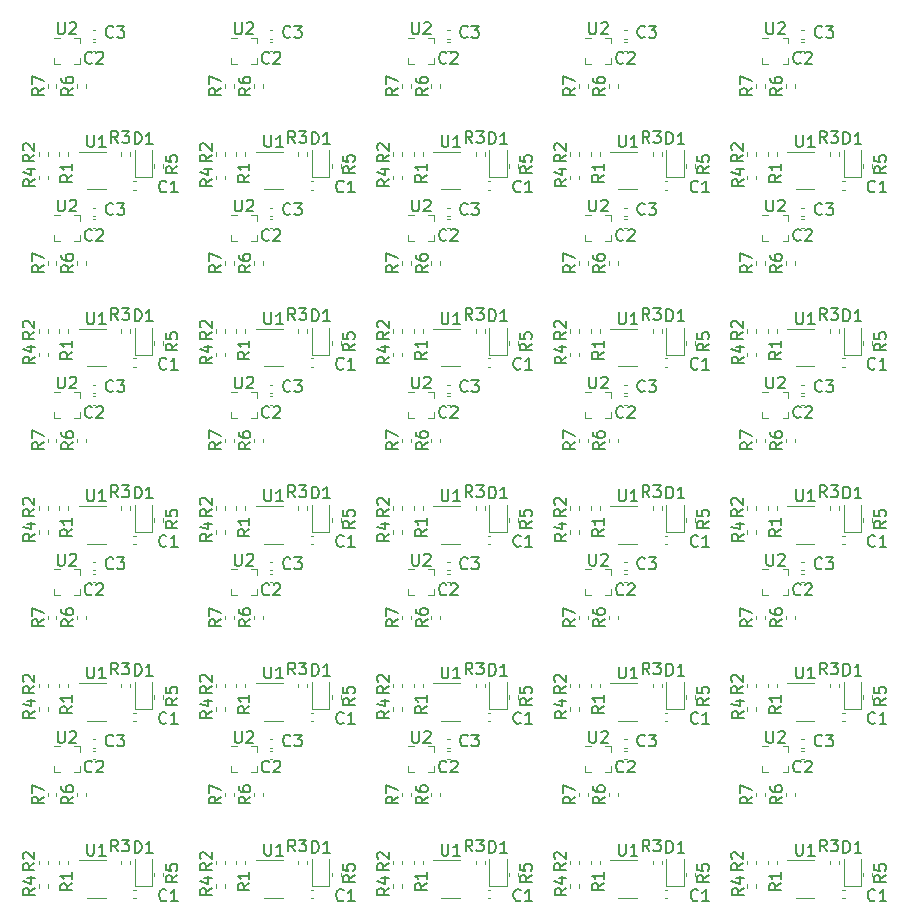
<source format=gbr>
%TF.GenerationSoftware,KiCad,Pcbnew,7.0.1*%
%TF.CreationDate,2025-01-26T23:07:24-05:00*%
%TF.ProjectId,TrackNodeAccel-panel,54726163-6b4e-46f6-9465-416363656c2d,rev?*%
%TF.SameCoordinates,Original*%
%TF.FileFunction,Legend,Top*%
%TF.FilePolarity,Positive*%
%FSLAX46Y46*%
G04 Gerber Fmt 4.6, Leading zero omitted, Abs format (unit mm)*
G04 Created by KiCad (PCBNEW 7.0.1) date 2025-01-26 23:07:24*
%MOMM*%
%LPD*%
G01*
G04 APERTURE LIST*
%ADD10C,0.150000*%
%ADD11C,0.120000*%
G04 APERTURE END LIST*
D10*
%TO.C,R2*%
X128262619Y-91566666D02*
X127786428Y-91899999D01*
X128262619Y-92138094D02*
X127262619Y-92138094D01*
X127262619Y-92138094D02*
X127262619Y-91757142D01*
X127262619Y-91757142D02*
X127310238Y-91661904D01*
X127310238Y-91661904D02*
X127357857Y-91614285D01*
X127357857Y-91614285D02*
X127453095Y-91566666D01*
X127453095Y-91566666D02*
X127595952Y-91566666D01*
X127595952Y-91566666D02*
X127691190Y-91614285D01*
X127691190Y-91614285D02*
X127738809Y-91661904D01*
X127738809Y-91661904D02*
X127786428Y-91757142D01*
X127786428Y-91757142D02*
X127786428Y-92138094D01*
X127357857Y-91185713D02*
X127310238Y-91138094D01*
X127310238Y-91138094D02*
X127262619Y-91042856D01*
X127262619Y-91042856D02*
X127262619Y-90804761D01*
X127262619Y-90804761D02*
X127310238Y-90709523D01*
X127310238Y-90709523D02*
X127357857Y-90661904D01*
X127357857Y-90661904D02*
X127453095Y-90614285D01*
X127453095Y-90614285D02*
X127548333Y-90614285D01*
X127548333Y-90614285D02*
X127691190Y-90661904D01*
X127691190Y-90661904D02*
X128262619Y-91233332D01*
X128262619Y-91233332D02*
X128262619Y-90614285D01*
X173262619Y-91566666D02*
X172786428Y-91899999D01*
X173262619Y-92138094D02*
X172262619Y-92138094D01*
X172262619Y-92138094D02*
X172262619Y-91757142D01*
X172262619Y-91757142D02*
X172310238Y-91661904D01*
X172310238Y-91661904D02*
X172357857Y-91614285D01*
X172357857Y-91614285D02*
X172453095Y-91566666D01*
X172453095Y-91566666D02*
X172595952Y-91566666D01*
X172595952Y-91566666D02*
X172691190Y-91614285D01*
X172691190Y-91614285D02*
X172738809Y-91661904D01*
X172738809Y-91661904D02*
X172786428Y-91757142D01*
X172786428Y-91757142D02*
X172786428Y-92138094D01*
X172357857Y-91185713D02*
X172310238Y-91138094D01*
X172310238Y-91138094D02*
X172262619Y-91042856D01*
X172262619Y-91042856D02*
X172262619Y-90804761D01*
X172262619Y-90804761D02*
X172310238Y-90709523D01*
X172310238Y-90709523D02*
X172357857Y-90661904D01*
X172357857Y-90661904D02*
X172453095Y-90614285D01*
X172453095Y-90614285D02*
X172548333Y-90614285D01*
X172548333Y-90614285D02*
X172691190Y-90661904D01*
X172691190Y-90661904D02*
X173262619Y-91233332D01*
X173262619Y-91233332D02*
X173262619Y-90614285D01*
X158262619Y-76566666D02*
X157786428Y-76899999D01*
X158262619Y-77138094D02*
X157262619Y-77138094D01*
X157262619Y-77138094D02*
X157262619Y-76757142D01*
X157262619Y-76757142D02*
X157310238Y-76661904D01*
X157310238Y-76661904D02*
X157357857Y-76614285D01*
X157357857Y-76614285D02*
X157453095Y-76566666D01*
X157453095Y-76566666D02*
X157595952Y-76566666D01*
X157595952Y-76566666D02*
X157691190Y-76614285D01*
X157691190Y-76614285D02*
X157738809Y-76661904D01*
X157738809Y-76661904D02*
X157786428Y-76757142D01*
X157786428Y-76757142D02*
X157786428Y-77138094D01*
X157357857Y-76185713D02*
X157310238Y-76138094D01*
X157310238Y-76138094D02*
X157262619Y-76042856D01*
X157262619Y-76042856D02*
X157262619Y-75804761D01*
X157262619Y-75804761D02*
X157310238Y-75709523D01*
X157310238Y-75709523D02*
X157357857Y-75661904D01*
X157357857Y-75661904D02*
X157453095Y-75614285D01*
X157453095Y-75614285D02*
X157548333Y-75614285D01*
X157548333Y-75614285D02*
X157691190Y-75661904D01*
X157691190Y-75661904D02*
X158262619Y-76233332D01*
X158262619Y-76233332D02*
X158262619Y-75614285D01*
X158262619Y-91566666D02*
X157786428Y-91899999D01*
X158262619Y-92138094D02*
X157262619Y-92138094D01*
X157262619Y-92138094D02*
X157262619Y-91757142D01*
X157262619Y-91757142D02*
X157310238Y-91661904D01*
X157310238Y-91661904D02*
X157357857Y-91614285D01*
X157357857Y-91614285D02*
X157453095Y-91566666D01*
X157453095Y-91566666D02*
X157595952Y-91566666D01*
X157595952Y-91566666D02*
X157691190Y-91614285D01*
X157691190Y-91614285D02*
X157738809Y-91661904D01*
X157738809Y-91661904D02*
X157786428Y-91757142D01*
X157786428Y-91757142D02*
X157786428Y-92138094D01*
X157357857Y-91185713D02*
X157310238Y-91138094D01*
X157310238Y-91138094D02*
X157262619Y-91042856D01*
X157262619Y-91042856D02*
X157262619Y-90804761D01*
X157262619Y-90804761D02*
X157310238Y-90709523D01*
X157310238Y-90709523D02*
X157357857Y-90661904D01*
X157357857Y-90661904D02*
X157453095Y-90614285D01*
X157453095Y-90614285D02*
X157548333Y-90614285D01*
X157548333Y-90614285D02*
X157691190Y-90661904D01*
X157691190Y-90661904D02*
X158262619Y-91233332D01*
X158262619Y-91233332D02*
X158262619Y-90614285D01*
X173262619Y-76566666D02*
X172786428Y-76899999D01*
X173262619Y-77138094D02*
X172262619Y-77138094D01*
X172262619Y-77138094D02*
X172262619Y-76757142D01*
X172262619Y-76757142D02*
X172310238Y-76661904D01*
X172310238Y-76661904D02*
X172357857Y-76614285D01*
X172357857Y-76614285D02*
X172453095Y-76566666D01*
X172453095Y-76566666D02*
X172595952Y-76566666D01*
X172595952Y-76566666D02*
X172691190Y-76614285D01*
X172691190Y-76614285D02*
X172738809Y-76661904D01*
X172738809Y-76661904D02*
X172786428Y-76757142D01*
X172786428Y-76757142D02*
X172786428Y-77138094D01*
X172357857Y-76185713D02*
X172310238Y-76138094D01*
X172310238Y-76138094D02*
X172262619Y-76042856D01*
X172262619Y-76042856D02*
X172262619Y-75804761D01*
X172262619Y-75804761D02*
X172310238Y-75709523D01*
X172310238Y-75709523D02*
X172357857Y-75661904D01*
X172357857Y-75661904D02*
X172453095Y-75614285D01*
X172453095Y-75614285D02*
X172548333Y-75614285D01*
X172548333Y-75614285D02*
X172691190Y-75661904D01*
X172691190Y-75661904D02*
X173262619Y-76233332D01*
X173262619Y-76233332D02*
X173262619Y-75614285D01*
X113262619Y-91566666D02*
X112786428Y-91899999D01*
X113262619Y-92138094D02*
X112262619Y-92138094D01*
X112262619Y-92138094D02*
X112262619Y-91757142D01*
X112262619Y-91757142D02*
X112310238Y-91661904D01*
X112310238Y-91661904D02*
X112357857Y-91614285D01*
X112357857Y-91614285D02*
X112453095Y-91566666D01*
X112453095Y-91566666D02*
X112595952Y-91566666D01*
X112595952Y-91566666D02*
X112691190Y-91614285D01*
X112691190Y-91614285D02*
X112738809Y-91661904D01*
X112738809Y-91661904D02*
X112786428Y-91757142D01*
X112786428Y-91757142D02*
X112786428Y-92138094D01*
X112357857Y-91185713D02*
X112310238Y-91138094D01*
X112310238Y-91138094D02*
X112262619Y-91042856D01*
X112262619Y-91042856D02*
X112262619Y-90804761D01*
X112262619Y-90804761D02*
X112310238Y-90709523D01*
X112310238Y-90709523D02*
X112357857Y-90661904D01*
X112357857Y-90661904D02*
X112453095Y-90614285D01*
X112453095Y-90614285D02*
X112548333Y-90614285D01*
X112548333Y-90614285D02*
X112691190Y-90661904D01*
X112691190Y-90661904D02*
X113262619Y-91233332D01*
X113262619Y-91233332D02*
X113262619Y-90614285D01*
X113262619Y-31566666D02*
X112786428Y-31899999D01*
X113262619Y-32138094D02*
X112262619Y-32138094D01*
X112262619Y-32138094D02*
X112262619Y-31757142D01*
X112262619Y-31757142D02*
X112310238Y-31661904D01*
X112310238Y-31661904D02*
X112357857Y-31614285D01*
X112357857Y-31614285D02*
X112453095Y-31566666D01*
X112453095Y-31566666D02*
X112595952Y-31566666D01*
X112595952Y-31566666D02*
X112691190Y-31614285D01*
X112691190Y-31614285D02*
X112738809Y-31661904D01*
X112738809Y-31661904D02*
X112786428Y-31757142D01*
X112786428Y-31757142D02*
X112786428Y-32138094D01*
X112357857Y-31185713D02*
X112310238Y-31138094D01*
X112310238Y-31138094D02*
X112262619Y-31042856D01*
X112262619Y-31042856D02*
X112262619Y-30804761D01*
X112262619Y-30804761D02*
X112310238Y-30709523D01*
X112310238Y-30709523D02*
X112357857Y-30661904D01*
X112357857Y-30661904D02*
X112453095Y-30614285D01*
X112453095Y-30614285D02*
X112548333Y-30614285D01*
X112548333Y-30614285D02*
X112691190Y-30661904D01*
X112691190Y-30661904D02*
X113262619Y-31233332D01*
X113262619Y-31233332D02*
X113262619Y-30614285D01*
X143262619Y-91566666D02*
X142786428Y-91899999D01*
X143262619Y-92138094D02*
X142262619Y-92138094D01*
X142262619Y-92138094D02*
X142262619Y-91757142D01*
X142262619Y-91757142D02*
X142310238Y-91661904D01*
X142310238Y-91661904D02*
X142357857Y-91614285D01*
X142357857Y-91614285D02*
X142453095Y-91566666D01*
X142453095Y-91566666D02*
X142595952Y-91566666D01*
X142595952Y-91566666D02*
X142691190Y-91614285D01*
X142691190Y-91614285D02*
X142738809Y-91661904D01*
X142738809Y-91661904D02*
X142786428Y-91757142D01*
X142786428Y-91757142D02*
X142786428Y-92138094D01*
X142357857Y-91185713D02*
X142310238Y-91138094D01*
X142310238Y-91138094D02*
X142262619Y-91042856D01*
X142262619Y-91042856D02*
X142262619Y-90804761D01*
X142262619Y-90804761D02*
X142310238Y-90709523D01*
X142310238Y-90709523D02*
X142357857Y-90661904D01*
X142357857Y-90661904D02*
X142453095Y-90614285D01*
X142453095Y-90614285D02*
X142548333Y-90614285D01*
X142548333Y-90614285D02*
X142691190Y-90661904D01*
X142691190Y-90661904D02*
X143262619Y-91233332D01*
X143262619Y-91233332D02*
X143262619Y-90614285D01*
X158262619Y-31566666D02*
X157786428Y-31899999D01*
X158262619Y-32138094D02*
X157262619Y-32138094D01*
X157262619Y-32138094D02*
X157262619Y-31757142D01*
X157262619Y-31757142D02*
X157310238Y-31661904D01*
X157310238Y-31661904D02*
X157357857Y-31614285D01*
X157357857Y-31614285D02*
X157453095Y-31566666D01*
X157453095Y-31566666D02*
X157595952Y-31566666D01*
X157595952Y-31566666D02*
X157691190Y-31614285D01*
X157691190Y-31614285D02*
X157738809Y-31661904D01*
X157738809Y-31661904D02*
X157786428Y-31757142D01*
X157786428Y-31757142D02*
X157786428Y-32138094D01*
X157357857Y-31185713D02*
X157310238Y-31138094D01*
X157310238Y-31138094D02*
X157262619Y-31042856D01*
X157262619Y-31042856D02*
X157262619Y-30804761D01*
X157262619Y-30804761D02*
X157310238Y-30709523D01*
X157310238Y-30709523D02*
X157357857Y-30661904D01*
X157357857Y-30661904D02*
X157453095Y-30614285D01*
X157453095Y-30614285D02*
X157548333Y-30614285D01*
X157548333Y-30614285D02*
X157691190Y-30661904D01*
X157691190Y-30661904D02*
X158262619Y-31233332D01*
X158262619Y-31233332D02*
X158262619Y-30614285D01*
X128262619Y-46566666D02*
X127786428Y-46899999D01*
X128262619Y-47138094D02*
X127262619Y-47138094D01*
X127262619Y-47138094D02*
X127262619Y-46757142D01*
X127262619Y-46757142D02*
X127310238Y-46661904D01*
X127310238Y-46661904D02*
X127357857Y-46614285D01*
X127357857Y-46614285D02*
X127453095Y-46566666D01*
X127453095Y-46566666D02*
X127595952Y-46566666D01*
X127595952Y-46566666D02*
X127691190Y-46614285D01*
X127691190Y-46614285D02*
X127738809Y-46661904D01*
X127738809Y-46661904D02*
X127786428Y-46757142D01*
X127786428Y-46757142D02*
X127786428Y-47138094D01*
X127357857Y-46185713D02*
X127310238Y-46138094D01*
X127310238Y-46138094D02*
X127262619Y-46042856D01*
X127262619Y-46042856D02*
X127262619Y-45804761D01*
X127262619Y-45804761D02*
X127310238Y-45709523D01*
X127310238Y-45709523D02*
X127357857Y-45661904D01*
X127357857Y-45661904D02*
X127453095Y-45614285D01*
X127453095Y-45614285D02*
X127548333Y-45614285D01*
X127548333Y-45614285D02*
X127691190Y-45661904D01*
X127691190Y-45661904D02*
X128262619Y-46233332D01*
X128262619Y-46233332D02*
X128262619Y-45614285D01*
X173262619Y-46566666D02*
X172786428Y-46899999D01*
X173262619Y-47138094D02*
X172262619Y-47138094D01*
X172262619Y-47138094D02*
X172262619Y-46757142D01*
X172262619Y-46757142D02*
X172310238Y-46661904D01*
X172310238Y-46661904D02*
X172357857Y-46614285D01*
X172357857Y-46614285D02*
X172453095Y-46566666D01*
X172453095Y-46566666D02*
X172595952Y-46566666D01*
X172595952Y-46566666D02*
X172691190Y-46614285D01*
X172691190Y-46614285D02*
X172738809Y-46661904D01*
X172738809Y-46661904D02*
X172786428Y-46757142D01*
X172786428Y-46757142D02*
X172786428Y-47138094D01*
X172357857Y-46185713D02*
X172310238Y-46138094D01*
X172310238Y-46138094D02*
X172262619Y-46042856D01*
X172262619Y-46042856D02*
X172262619Y-45804761D01*
X172262619Y-45804761D02*
X172310238Y-45709523D01*
X172310238Y-45709523D02*
X172357857Y-45661904D01*
X172357857Y-45661904D02*
X172453095Y-45614285D01*
X172453095Y-45614285D02*
X172548333Y-45614285D01*
X172548333Y-45614285D02*
X172691190Y-45661904D01*
X172691190Y-45661904D02*
X173262619Y-46233332D01*
X173262619Y-46233332D02*
X173262619Y-45614285D01*
X128262619Y-61566666D02*
X127786428Y-61899999D01*
X128262619Y-62138094D02*
X127262619Y-62138094D01*
X127262619Y-62138094D02*
X127262619Y-61757142D01*
X127262619Y-61757142D02*
X127310238Y-61661904D01*
X127310238Y-61661904D02*
X127357857Y-61614285D01*
X127357857Y-61614285D02*
X127453095Y-61566666D01*
X127453095Y-61566666D02*
X127595952Y-61566666D01*
X127595952Y-61566666D02*
X127691190Y-61614285D01*
X127691190Y-61614285D02*
X127738809Y-61661904D01*
X127738809Y-61661904D02*
X127786428Y-61757142D01*
X127786428Y-61757142D02*
X127786428Y-62138094D01*
X127357857Y-61185713D02*
X127310238Y-61138094D01*
X127310238Y-61138094D02*
X127262619Y-61042856D01*
X127262619Y-61042856D02*
X127262619Y-60804761D01*
X127262619Y-60804761D02*
X127310238Y-60709523D01*
X127310238Y-60709523D02*
X127357857Y-60661904D01*
X127357857Y-60661904D02*
X127453095Y-60614285D01*
X127453095Y-60614285D02*
X127548333Y-60614285D01*
X127548333Y-60614285D02*
X127691190Y-60661904D01*
X127691190Y-60661904D02*
X128262619Y-61233332D01*
X128262619Y-61233332D02*
X128262619Y-60614285D01*
X173262619Y-31566666D02*
X172786428Y-31899999D01*
X173262619Y-32138094D02*
X172262619Y-32138094D01*
X172262619Y-32138094D02*
X172262619Y-31757142D01*
X172262619Y-31757142D02*
X172310238Y-31661904D01*
X172310238Y-31661904D02*
X172357857Y-31614285D01*
X172357857Y-31614285D02*
X172453095Y-31566666D01*
X172453095Y-31566666D02*
X172595952Y-31566666D01*
X172595952Y-31566666D02*
X172691190Y-31614285D01*
X172691190Y-31614285D02*
X172738809Y-31661904D01*
X172738809Y-31661904D02*
X172786428Y-31757142D01*
X172786428Y-31757142D02*
X172786428Y-32138094D01*
X172357857Y-31185713D02*
X172310238Y-31138094D01*
X172310238Y-31138094D02*
X172262619Y-31042856D01*
X172262619Y-31042856D02*
X172262619Y-30804761D01*
X172262619Y-30804761D02*
X172310238Y-30709523D01*
X172310238Y-30709523D02*
X172357857Y-30661904D01*
X172357857Y-30661904D02*
X172453095Y-30614285D01*
X172453095Y-30614285D02*
X172548333Y-30614285D01*
X172548333Y-30614285D02*
X172691190Y-30661904D01*
X172691190Y-30661904D02*
X173262619Y-31233332D01*
X173262619Y-31233332D02*
X173262619Y-30614285D01*
X143262619Y-31566666D02*
X142786428Y-31899999D01*
X143262619Y-32138094D02*
X142262619Y-32138094D01*
X142262619Y-32138094D02*
X142262619Y-31757142D01*
X142262619Y-31757142D02*
X142310238Y-31661904D01*
X142310238Y-31661904D02*
X142357857Y-31614285D01*
X142357857Y-31614285D02*
X142453095Y-31566666D01*
X142453095Y-31566666D02*
X142595952Y-31566666D01*
X142595952Y-31566666D02*
X142691190Y-31614285D01*
X142691190Y-31614285D02*
X142738809Y-31661904D01*
X142738809Y-31661904D02*
X142786428Y-31757142D01*
X142786428Y-31757142D02*
X142786428Y-32138094D01*
X142357857Y-31185713D02*
X142310238Y-31138094D01*
X142310238Y-31138094D02*
X142262619Y-31042856D01*
X142262619Y-31042856D02*
X142262619Y-30804761D01*
X142262619Y-30804761D02*
X142310238Y-30709523D01*
X142310238Y-30709523D02*
X142357857Y-30661904D01*
X142357857Y-30661904D02*
X142453095Y-30614285D01*
X142453095Y-30614285D02*
X142548333Y-30614285D01*
X142548333Y-30614285D02*
X142691190Y-30661904D01*
X142691190Y-30661904D02*
X143262619Y-31233332D01*
X143262619Y-31233332D02*
X143262619Y-30614285D01*
X158262619Y-46566666D02*
X157786428Y-46899999D01*
X158262619Y-47138094D02*
X157262619Y-47138094D01*
X157262619Y-47138094D02*
X157262619Y-46757142D01*
X157262619Y-46757142D02*
X157310238Y-46661904D01*
X157310238Y-46661904D02*
X157357857Y-46614285D01*
X157357857Y-46614285D02*
X157453095Y-46566666D01*
X157453095Y-46566666D02*
X157595952Y-46566666D01*
X157595952Y-46566666D02*
X157691190Y-46614285D01*
X157691190Y-46614285D02*
X157738809Y-46661904D01*
X157738809Y-46661904D02*
X157786428Y-46757142D01*
X157786428Y-46757142D02*
X157786428Y-47138094D01*
X157357857Y-46185713D02*
X157310238Y-46138094D01*
X157310238Y-46138094D02*
X157262619Y-46042856D01*
X157262619Y-46042856D02*
X157262619Y-45804761D01*
X157262619Y-45804761D02*
X157310238Y-45709523D01*
X157310238Y-45709523D02*
X157357857Y-45661904D01*
X157357857Y-45661904D02*
X157453095Y-45614285D01*
X157453095Y-45614285D02*
X157548333Y-45614285D01*
X157548333Y-45614285D02*
X157691190Y-45661904D01*
X157691190Y-45661904D02*
X158262619Y-46233332D01*
X158262619Y-46233332D02*
X158262619Y-45614285D01*
X128262619Y-76566666D02*
X127786428Y-76899999D01*
X128262619Y-77138094D02*
X127262619Y-77138094D01*
X127262619Y-77138094D02*
X127262619Y-76757142D01*
X127262619Y-76757142D02*
X127310238Y-76661904D01*
X127310238Y-76661904D02*
X127357857Y-76614285D01*
X127357857Y-76614285D02*
X127453095Y-76566666D01*
X127453095Y-76566666D02*
X127595952Y-76566666D01*
X127595952Y-76566666D02*
X127691190Y-76614285D01*
X127691190Y-76614285D02*
X127738809Y-76661904D01*
X127738809Y-76661904D02*
X127786428Y-76757142D01*
X127786428Y-76757142D02*
X127786428Y-77138094D01*
X127357857Y-76185713D02*
X127310238Y-76138094D01*
X127310238Y-76138094D02*
X127262619Y-76042856D01*
X127262619Y-76042856D02*
X127262619Y-75804761D01*
X127262619Y-75804761D02*
X127310238Y-75709523D01*
X127310238Y-75709523D02*
X127357857Y-75661904D01*
X127357857Y-75661904D02*
X127453095Y-75614285D01*
X127453095Y-75614285D02*
X127548333Y-75614285D01*
X127548333Y-75614285D02*
X127691190Y-75661904D01*
X127691190Y-75661904D02*
X128262619Y-76233332D01*
X128262619Y-76233332D02*
X128262619Y-75614285D01*
X128262619Y-31566666D02*
X127786428Y-31899999D01*
X128262619Y-32138094D02*
X127262619Y-32138094D01*
X127262619Y-32138094D02*
X127262619Y-31757142D01*
X127262619Y-31757142D02*
X127310238Y-31661904D01*
X127310238Y-31661904D02*
X127357857Y-31614285D01*
X127357857Y-31614285D02*
X127453095Y-31566666D01*
X127453095Y-31566666D02*
X127595952Y-31566666D01*
X127595952Y-31566666D02*
X127691190Y-31614285D01*
X127691190Y-31614285D02*
X127738809Y-31661904D01*
X127738809Y-31661904D02*
X127786428Y-31757142D01*
X127786428Y-31757142D02*
X127786428Y-32138094D01*
X127357857Y-31185713D02*
X127310238Y-31138094D01*
X127310238Y-31138094D02*
X127262619Y-31042856D01*
X127262619Y-31042856D02*
X127262619Y-30804761D01*
X127262619Y-30804761D02*
X127310238Y-30709523D01*
X127310238Y-30709523D02*
X127357857Y-30661904D01*
X127357857Y-30661904D02*
X127453095Y-30614285D01*
X127453095Y-30614285D02*
X127548333Y-30614285D01*
X127548333Y-30614285D02*
X127691190Y-30661904D01*
X127691190Y-30661904D02*
X128262619Y-31233332D01*
X128262619Y-31233332D02*
X128262619Y-30614285D01*
X113262619Y-76566666D02*
X112786428Y-76899999D01*
X113262619Y-77138094D02*
X112262619Y-77138094D01*
X112262619Y-77138094D02*
X112262619Y-76757142D01*
X112262619Y-76757142D02*
X112310238Y-76661904D01*
X112310238Y-76661904D02*
X112357857Y-76614285D01*
X112357857Y-76614285D02*
X112453095Y-76566666D01*
X112453095Y-76566666D02*
X112595952Y-76566666D01*
X112595952Y-76566666D02*
X112691190Y-76614285D01*
X112691190Y-76614285D02*
X112738809Y-76661904D01*
X112738809Y-76661904D02*
X112786428Y-76757142D01*
X112786428Y-76757142D02*
X112786428Y-77138094D01*
X112357857Y-76185713D02*
X112310238Y-76138094D01*
X112310238Y-76138094D02*
X112262619Y-76042856D01*
X112262619Y-76042856D02*
X112262619Y-75804761D01*
X112262619Y-75804761D02*
X112310238Y-75709523D01*
X112310238Y-75709523D02*
X112357857Y-75661904D01*
X112357857Y-75661904D02*
X112453095Y-75614285D01*
X112453095Y-75614285D02*
X112548333Y-75614285D01*
X112548333Y-75614285D02*
X112691190Y-75661904D01*
X112691190Y-75661904D02*
X113262619Y-76233332D01*
X113262619Y-76233332D02*
X113262619Y-75614285D01*
X143262619Y-76566666D02*
X142786428Y-76899999D01*
X143262619Y-77138094D02*
X142262619Y-77138094D01*
X142262619Y-77138094D02*
X142262619Y-76757142D01*
X142262619Y-76757142D02*
X142310238Y-76661904D01*
X142310238Y-76661904D02*
X142357857Y-76614285D01*
X142357857Y-76614285D02*
X142453095Y-76566666D01*
X142453095Y-76566666D02*
X142595952Y-76566666D01*
X142595952Y-76566666D02*
X142691190Y-76614285D01*
X142691190Y-76614285D02*
X142738809Y-76661904D01*
X142738809Y-76661904D02*
X142786428Y-76757142D01*
X142786428Y-76757142D02*
X142786428Y-77138094D01*
X142357857Y-76185713D02*
X142310238Y-76138094D01*
X142310238Y-76138094D02*
X142262619Y-76042856D01*
X142262619Y-76042856D02*
X142262619Y-75804761D01*
X142262619Y-75804761D02*
X142310238Y-75709523D01*
X142310238Y-75709523D02*
X142357857Y-75661904D01*
X142357857Y-75661904D02*
X142453095Y-75614285D01*
X142453095Y-75614285D02*
X142548333Y-75614285D01*
X142548333Y-75614285D02*
X142691190Y-75661904D01*
X142691190Y-75661904D02*
X143262619Y-76233332D01*
X143262619Y-76233332D02*
X143262619Y-75614285D01*
X113262619Y-46566666D02*
X112786428Y-46899999D01*
X113262619Y-47138094D02*
X112262619Y-47138094D01*
X112262619Y-47138094D02*
X112262619Y-46757142D01*
X112262619Y-46757142D02*
X112310238Y-46661904D01*
X112310238Y-46661904D02*
X112357857Y-46614285D01*
X112357857Y-46614285D02*
X112453095Y-46566666D01*
X112453095Y-46566666D02*
X112595952Y-46566666D01*
X112595952Y-46566666D02*
X112691190Y-46614285D01*
X112691190Y-46614285D02*
X112738809Y-46661904D01*
X112738809Y-46661904D02*
X112786428Y-46757142D01*
X112786428Y-46757142D02*
X112786428Y-47138094D01*
X112357857Y-46185713D02*
X112310238Y-46138094D01*
X112310238Y-46138094D02*
X112262619Y-46042856D01*
X112262619Y-46042856D02*
X112262619Y-45804761D01*
X112262619Y-45804761D02*
X112310238Y-45709523D01*
X112310238Y-45709523D02*
X112357857Y-45661904D01*
X112357857Y-45661904D02*
X112453095Y-45614285D01*
X112453095Y-45614285D02*
X112548333Y-45614285D01*
X112548333Y-45614285D02*
X112691190Y-45661904D01*
X112691190Y-45661904D02*
X113262619Y-46233332D01*
X113262619Y-46233332D02*
X113262619Y-45614285D01*
X143262619Y-46566666D02*
X142786428Y-46899999D01*
X143262619Y-47138094D02*
X142262619Y-47138094D01*
X142262619Y-47138094D02*
X142262619Y-46757142D01*
X142262619Y-46757142D02*
X142310238Y-46661904D01*
X142310238Y-46661904D02*
X142357857Y-46614285D01*
X142357857Y-46614285D02*
X142453095Y-46566666D01*
X142453095Y-46566666D02*
X142595952Y-46566666D01*
X142595952Y-46566666D02*
X142691190Y-46614285D01*
X142691190Y-46614285D02*
X142738809Y-46661904D01*
X142738809Y-46661904D02*
X142786428Y-46757142D01*
X142786428Y-46757142D02*
X142786428Y-47138094D01*
X142357857Y-46185713D02*
X142310238Y-46138094D01*
X142310238Y-46138094D02*
X142262619Y-46042856D01*
X142262619Y-46042856D02*
X142262619Y-45804761D01*
X142262619Y-45804761D02*
X142310238Y-45709523D01*
X142310238Y-45709523D02*
X142357857Y-45661904D01*
X142357857Y-45661904D02*
X142453095Y-45614285D01*
X142453095Y-45614285D02*
X142548333Y-45614285D01*
X142548333Y-45614285D02*
X142691190Y-45661904D01*
X142691190Y-45661904D02*
X143262619Y-46233332D01*
X143262619Y-46233332D02*
X143262619Y-45614285D01*
X113262619Y-61566666D02*
X112786428Y-61899999D01*
X113262619Y-62138094D02*
X112262619Y-62138094D01*
X112262619Y-62138094D02*
X112262619Y-61757142D01*
X112262619Y-61757142D02*
X112310238Y-61661904D01*
X112310238Y-61661904D02*
X112357857Y-61614285D01*
X112357857Y-61614285D02*
X112453095Y-61566666D01*
X112453095Y-61566666D02*
X112595952Y-61566666D01*
X112595952Y-61566666D02*
X112691190Y-61614285D01*
X112691190Y-61614285D02*
X112738809Y-61661904D01*
X112738809Y-61661904D02*
X112786428Y-61757142D01*
X112786428Y-61757142D02*
X112786428Y-62138094D01*
X112357857Y-61185713D02*
X112310238Y-61138094D01*
X112310238Y-61138094D02*
X112262619Y-61042856D01*
X112262619Y-61042856D02*
X112262619Y-60804761D01*
X112262619Y-60804761D02*
X112310238Y-60709523D01*
X112310238Y-60709523D02*
X112357857Y-60661904D01*
X112357857Y-60661904D02*
X112453095Y-60614285D01*
X112453095Y-60614285D02*
X112548333Y-60614285D01*
X112548333Y-60614285D02*
X112691190Y-60661904D01*
X112691190Y-60661904D02*
X113262619Y-61233332D01*
X113262619Y-61233332D02*
X113262619Y-60614285D01*
X173262619Y-61566666D02*
X172786428Y-61899999D01*
X173262619Y-62138094D02*
X172262619Y-62138094D01*
X172262619Y-62138094D02*
X172262619Y-61757142D01*
X172262619Y-61757142D02*
X172310238Y-61661904D01*
X172310238Y-61661904D02*
X172357857Y-61614285D01*
X172357857Y-61614285D02*
X172453095Y-61566666D01*
X172453095Y-61566666D02*
X172595952Y-61566666D01*
X172595952Y-61566666D02*
X172691190Y-61614285D01*
X172691190Y-61614285D02*
X172738809Y-61661904D01*
X172738809Y-61661904D02*
X172786428Y-61757142D01*
X172786428Y-61757142D02*
X172786428Y-62138094D01*
X172357857Y-61185713D02*
X172310238Y-61138094D01*
X172310238Y-61138094D02*
X172262619Y-61042856D01*
X172262619Y-61042856D02*
X172262619Y-60804761D01*
X172262619Y-60804761D02*
X172310238Y-60709523D01*
X172310238Y-60709523D02*
X172357857Y-60661904D01*
X172357857Y-60661904D02*
X172453095Y-60614285D01*
X172453095Y-60614285D02*
X172548333Y-60614285D01*
X172548333Y-60614285D02*
X172691190Y-60661904D01*
X172691190Y-60661904D02*
X173262619Y-61233332D01*
X173262619Y-61233332D02*
X173262619Y-60614285D01*
X143262619Y-61566666D02*
X142786428Y-61899999D01*
X143262619Y-62138094D02*
X142262619Y-62138094D01*
X142262619Y-62138094D02*
X142262619Y-61757142D01*
X142262619Y-61757142D02*
X142310238Y-61661904D01*
X142310238Y-61661904D02*
X142357857Y-61614285D01*
X142357857Y-61614285D02*
X142453095Y-61566666D01*
X142453095Y-61566666D02*
X142595952Y-61566666D01*
X142595952Y-61566666D02*
X142691190Y-61614285D01*
X142691190Y-61614285D02*
X142738809Y-61661904D01*
X142738809Y-61661904D02*
X142786428Y-61757142D01*
X142786428Y-61757142D02*
X142786428Y-62138094D01*
X142357857Y-61185713D02*
X142310238Y-61138094D01*
X142310238Y-61138094D02*
X142262619Y-61042856D01*
X142262619Y-61042856D02*
X142262619Y-60804761D01*
X142262619Y-60804761D02*
X142310238Y-60709523D01*
X142310238Y-60709523D02*
X142357857Y-60661904D01*
X142357857Y-60661904D02*
X142453095Y-60614285D01*
X142453095Y-60614285D02*
X142548333Y-60614285D01*
X142548333Y-60614285D02*
X142691190Y-60661904D01*
X142691190Y-60661904D02*
X143262619Y-61233332D01*
X143262619Y-61233332D02*
X143262619Y-60614285D01*
X158262619Y-61566666D02*
X157786428Y-61899999D01*
X158262619Y-62138094D02*
X157262619Y-62138094D01*
X157262619Y-62138094D02*
X157262619Y-61757142D01*
X157262619Y-61757142D02*
X157310238Y-61661904D01*
X157310238Y-61661904D02*
X157357857Y-61614285D01*
X157357857Y-61614285D02*
X157453095Y-61566666D01*
X157453095Y-61566666D02*
X157595952Y-61566666D01*
X157595952Y-61566666D02*
X157691190Y-61614285D01*
X157691190Y-61614285D02*
X157738809Y-61661904D01*
X157738809Y-61661904D02*
X157786428Y-61757142D01*
X157786428Y-61757142D02*
X157786428Y-62138094D01*
X157357857Y-61185713D02*
X157310238Y-61138094D01*
X157310238Y-61138094D02*
X157262619Y-61042856D01*
X157262619Y-61042856D02*
X157262619Y-60804761D01*
X157262619Y-60804761D02*
X157310238Y-60709523D01*
X157310238Y-60709523D02*
X157357857Y-60661904D01*
X157357857Y-60661904D02*
X157453095Y-60614285D01*
X157453095Y-60614285D02*
X157548333Y-60614285D01*
X157548333Y-60614285D02*
X157691190Y-60661904D01*
X157691190Y-60661904D02*
X158262619Y-61233332D01*
X158262619Y-61233332D02*
X158262619Y-60614285D01*
%TO.C,C1*%
X184433333Y-79667380D02*
X184385714Y-79715000D01*
X184385714Y-79715000D02*
X184242857Y-79762619D01*
X184242857Y-79762619D02*
X184147619Y-79762619D01*
X184147619Y-79762619D02*
X184004762Y-79715000D01*
X184004762Y-79715000D02*
X183909524Y-79619761D01*
X183909524Y-79619761D02*
X183861905Y-79524523D01*
X183861905Y-79524523D02*
X183814286Y-79334047D01*
X183814286Y-79334047D02*
X183814286Y-79191190D01*
X183814286Y-79191190D02*
X183861905Y-79000714D01*
X183861905Y-79000714D02*
X183909524Y-78905476D01*
X183909524Y-78905476D02*
X184004762Y-78810238D01*
X184004762Y-78810238D02*
X184147619Y-78762619D01*
X184147619Y-78762619D02*
X184242857Y-78762619D01*
X184242857Y-78762619D02*
X184385714Y-78810238D01*
X184385714Y-78810238D02*
X184433333Y-78857857D01*
X185385714Y-79762619D02*
X184814286Y-79762619D01*
X185100000Y-79762619D02*
X185100000Y-78762619D01*
X185100000Y-78762619D02*
X185004762Y-78905476D01*
X185004762Y-78905476D02*
X184909524Y-79000714D01*
X184909524Y-79000714D02*
X184814286Y-79048333D01*
X124433333Y-94667380D02*
X124385714Y-94715000D01*
X124385714Y-94715000D02*
X124242857Y-94762619D01*
X124242857Y-94762619D02*
X124147619Y-94762619D01*
X124147619Y-94762619D02*
X124004762Y-94715000D01*
X124004762Y-94715000D02*
X123909524Y-94619761D01*
X123909524Y-94619761D02*
X123861905Y-94524523D01*
X123861905Y-94524523D02*
X123814286Y-94334047D01*
X123814286Y-94334047D02*
X123814286Y-94191190D01*
X123814286Y-94191190D02*
X123861905Y-94000714D01*
X123861905Y-94000714D02*
X123909524Y-93905476D01*
X123909524Y-93905476D02*
X124004762Y-93810238D01*
X124004762Y-93810238D02*
X124147619Y-93762619D01*
X124147619Y-93762619D02*
X124242857Y-93762619D01*
X124242857Y-93762619D02*
X124385714Y-93810238D01*
X124385714Y-93810238D02*
X124433333Y-93857857D01*
X125385714Y-94762619D02*
X124814286Y-94762619D01*
X125100000Y-94762619D02*
X125100000Y-93762619D01*
X125100000Y-93762619D02*
X125004762Y-93905476D01*
X125004762Y-93905476D02*
X124909524Y-94000714D01*
X124909524Y-94000714D02*
X124814286Y-94048333D01*
X169433333Y-79667380D02*
X169385714Y-79715000D01*
X169385714Y-79715000D02*
X169242857Y-79762619D01*
X169242857Y-79762619D02*
X169147619Y-79762619D01*
X169147619Y-79762619D02*
X169004762Y-79715000D01*
X169004762Y-79715000D02*
X168909524Y-79619761D01*
X168909524Y-79619761D02*
X168861905Y-79524523D01*
X168861905Y-79524523D02*
X168814286Y-79334047D01*
X168814286Y-79334047D02*
X168814286Y-79191190D01*
X168814286Y-79191190D02*
X168861905Y-79000714D01*
X168861905Y-79000714D02*
X168909524Y-78905476D01*
X168909524Y-78905476D02*
X169004762Y-78810238D01*
X169004762Y-78810238D02*
X169147619Y-78762619D01*
X169147619Y-78762619D02*
X169242857Y-78762619D01*
X169242857Y-78762619D02*
X169385714Y-78810238D01*
X169385714Y-78810238D02*
X169433333Y-78857857D01*
X170385714Y-79762619D02*
X169814286Y-79762619D01*
X170100000Y-79762619D02*
X170100000Y-78762619D01*
X170100000Y-78762619D02*
X170004762Y-78905476D01*
X170004762Y-78905476D02*
X169909524Y-79000714D01*
X169909524Y-79000714D02*
X169814286Y-79048333D01*
X154433333Y-79667380D02*
X154385714Y-79715000D01*
X154385714Y-79715000D02*
X154242857Y-79762619D01*
X154242857Y-79762619D02*
X154147619Y-79762619D01*
X154147619Y-79762619D02*
X154004762Y-79715000D01*
X154004762Y-79715000D02*
X153909524Y-79619761D01*
X153909524Y-79619761D02*
X153861905Y-79524523D01*
X153861905Y-79524523D02*
X153814286Y-79334047D01*
X153814286Y-79334047D02*
X153814286Y-79191190D01*
X153814286Y-79191190D02*
X153861905Y-79000714D01*
X153861905Y-79000714D02*
X153909524Y-78905476D01*
X153909524Y-78905476D02*
X154004762Y-78810238D01*
X154004762Y-78810238D02*
X154147619Y-78762619D01*
X154147619Y-78762619D02*
X154242857Y-78762619D01*
X154242857Y-78762619D02*
X154385714Y-78810238D01*
X154385714Y-78810238D02*
X154433333Y-78857857D01*
X155385714Y-79762619D02*
X154814286Y-79762619D01*
X155100000Y-79762619D02*
X155100000Y-78762619D01*
X155100000Y-78762619D02*
X155004762Y-78905476D01*
X155004762Y-78905476D02*
X154909524Y-79000714D01*
X154909524Y-79000714D02*
X154814286Y-79048333D01*
X169433333Y-49667380D02*
X169385714Y-49715000D01*
X169385714Y-49715000D02*
X169242857Y-49762619D01*
X169242857Y-49762619D02*
X169147619Y-49762619D01*
X169147619Y-49762619D02*
X169004762Y-49715000D01*
X169004762Y-49715000D02*
X168909524Y-49619761D01*
X168909524Y-49619761D02*
X168861905Y-49524523D01*
X168861905Y-49524523D02*
X168814286Y-49334047D01*
X168814286Y-49334047D02*
X168814286Y-49191190D01*
X168814286Y-49191190D02*
X168861905Y-49000714D01*
X168861905Y-49000714D02*
X168909524Y-48905476D01*
X168909524Y-48905476D02*
X169004762Y-48810238D01*
X169004762Y-48810238D02*
X169147619Y-48762619D01*
X169147619Y-48762619D02*
X169242857Y-48762619D01*
X169242857Y-48762619D02*
X169385714Y-48810238D01*
X169385714Y-48810238D02*
X169433333Y-48857857D01*
X170385714Y-49762619D02*
X169814286Y-49762619D01*
X170100000Y-49762619D02*
X170100000Y-48762619D01*
X170100000Y-48762619D02*
X170004762Y-48905476D01*
X170004762Y-48905476D02*
X169909524Y-49000714D01*
X169909524Y-49000714D02*
X169814286Y-49048333D01*
X184433333Y-34667380D02*
X184385714Y-34715000D01*
X184385714Y-34715000D02*
X184242857Y-34762619D01*
X184242857Y-34762619D02*
X184147619Y-34762619D01*
X184147619Y-34762619D02*
X184004762Y-34715000D01*
X184004762Y-34715000D02*
X183909524Y-34619761D01*
X183909524Y-34619761D02*
X183861905Y-34524523D01*
X183861905Y-34524523D02*
X183814286Y-34334047D01*
X183814286Y-34334047D02*
X183814286Y-34191190D01*
X183814286Y-34191190D02*
X183861905Y-34000714D01*
X183861905Y-34000714D02*
X183909524Y-33905476D01*
X183909524Y-33905476D02*
X184004762Y-33810238D01*
X184004762Y-33810238D02*
X184147619Y-33762619D01*
X184147619Y-33762619D02*
X184242857Y-33762619D01*
X184242857Y-33762619D02*
X184385714Y-33810238D01*
X184385714Y-33810238D02*
X184433333Y-33857857D01*
X185385714Y-34762619D02*
X184814286Y-34762619D01*
X185100000Y-34762619D02*
X185100000Y-33762619D01*
X185100000Y-33762619D02*
X185004762Y-33905476D01*
X185004762Y-33905476D02*
X184909524Y-34000714D01*
X184909524Y-34000714D02*
X184814286Y-34048333D01*
X154433333Y-94667380D02*
X154385714Y-94715000D01*
X154385714Y-94715000D02*
X154242857Y-94762619D01*
X154242857Y-94762619D02*
X154147619Y-94762619D01*
X154147619Y-94762619D02*
X154004762Y-94715000D01*
X154004762Y-94715000D02*
X153909524Y-94619761D01*
X153909524Y-94619761D02*
X153861905Y-94524523D01*
X153861905Y-94524523D02*
X153814286Y-94334047D01*
X153814286Y-94334047D02*
X153814286Y-94191190D01*
X153814286Y-94191190D02*
X153861905Y-94000714D01*
X153861905Y-94000714D02*
X153909524Y-93905476D01*
X153909524Y-93905476D02*
X154004762Y-93810238D01*
X154004762Y-93810238D02*
X154147619Y-93762619D01*
X154147619Y-93762619D02*
X154242857Y-93762619D01*
X154242857Y-93762619D02*
X154385714Y-93810238D01*
X154385714Y-93810238D02*
X154433333Y-93857857D01*
X155385714Y-94762619D02*
X154814286Y-94762619D01*
X155100000Y-94762619D02*
X155100000Y-93762619D01*
X155100000Y-93762619D02*
X155004762Y-93905476D01*
X155004762Y-93905476D02*
X154909524Y-94000714D01*
X154909524Y-94000714D02*
X154814286Y-94048333D01*
X139433333Y-94667380D02*
X139385714Y-94715000D01*
X139385714Y-94715000D02*
X139242857Y-94762619D01*
X139242857Y-94762619D02*
X139147619Y-94762619D01*
X139147619Y-94762619D02*
X139004762Y-94715000D01*
X139004762Y-94715000D02*
X138909524Y-94619761D01*
X138909524Y-94619761D02*
X138861905Y-94524523D01*
X138861905Y-94524523D02*
X138814286Y-94334047D01*
X138814286Y-94334047D02*
X138814286Y-94191190D01*
X138814286Y-94191190D02*
X138861905Y-94000714D01*
X138861905Y-94000714D02*
X138909524Y-93905476D01*
X138909524Y-93905476D02*
X139004762Y-93810238D01*
X139004762Y-93810238D02*
X139147619Y-93762619D01*
X139147619Y-93762619D02*
X139242857Y-93762619D01*
X139242857Y-93762619D02*
X139385714Y-93810238D01*
X139385714Y-93810238D02*
X139433333Y-93857857D01*
X140385714Y-94762619D02*
X139814286Y-94762619D01*
X140100000Y-94762619D02*
X140100000Y-93762619D01*
X140100000Y-93762619D02*
X140004762Y-93905476D01*
X140004762Y-93905476D02*
X139909524Y-94000714D01*
X139909524Y-94000714D02*
X139814286Y-94048333D01*
X124433333Y-34667380D02*
X124385714Y-34715000D01*
X124385714Y-34715000D02*
X124242857Y-34762619D01*
X124242857Y-34762619D02*
X124147619Y-34762619D01*
X124147619Y-34762619D02*
X124004762Y-34715000D01*
X124004762Y-34715000D02*
X123909524Y-34619761D01*
X123909524Y-34619761D02*
X123861905Y-34524523D01*
X123861905Y-34524523D02*
X123814286Y-34334047D01*
X123814286Y-34334047D02*
X123814286Y-34191190D01*
X123814286Y-34191190D02*
X123861905Y-34000714D01*
X123861905Y-34000714D02*
X123909524Y-33905476D01*
X123909524Y-33905476D02*
X124004762Y-33810238D01*
X124004762Y-33810238D02*
X124147619Y-33762619D01*
X124147619Y-33762619D02*
X124242857Y-33762619D01*
X124242857Y-33762619D02*
X124385714Y-33810238D01*
X124385714Y-33810238D02*
X124433333Y-33857857D01*
X125385714Y-34762619D02*
X124814286Y-34762619D01*
X125100000Y-34762619D02*
X125100000Y-33762619D01*
X125100000Y-33762619D02*
X125004762Y-33905476D01*
X125004762Y-33905476D02*
X124909524Y-34000714D01*
X124909524Y-34000714D02*
X124814286Y-34048333D01*
X184433333Y-94667380D02*
X184385714Y-94715000D01*
X184385714Y-94715000D02*
X184242857Y-94762619D01*
X184242857Y-94762619D02*
X184147619Y-94762619D01*
X184147619Y-94762619D02*
X184004762Y-94715000D01*
X184004762Y-94715000D02*
X183909524Y-94619761D01*
X183909524Y-94619761D02*
X183861905Y-94524523D01*
X183861905Y-94524523D02*
X183814286Y-94334047D01*
X183814286Y-94334047D02*
X183814286Y-94191190D01*
X183814286Y-94191190D02*
X183861905Y-94000714D01*
X183861905Y-94000714D02*
X183909524Y-93905476D01*
X183909524Y-93905476D02*
X184004762Y-93810238D01*
X184004762Y-93810238D02*
X184147619Y-93762619D01*
X184147619Y-93762619D02*
X184242857Y-93762619D01*
X184242857Y-93762619D02*
X184385714Y-93810238D01*
X184385714Y-93810238D02*
X184433333Y-93857857D01*
X185385714Y-94762619D02*
X184814286Y-94762619D01*
X185100000Y-94762619D02*
X185100000Y-93762619D01*
X185100000Y-93762619D02*
X185004762Y-93905476D01*
X185004762Y-93905476D02*
X184909524Y-94000714D01*
X184909524Y-94000714D02*
X184814286Y-94048333D01*
X139433333Y-34667380D02*
X139385714Y-34715000D01*
X139385714Y-34715000D02*
X139242857Y-34762619D01*
X139242857Y-34762619D02*
X139147619Y-34762619D01*
X139147619Y-34762619D02*
X139004762Y-34715000D01*
X139004762Y-34715000D02*
X138909524Y-34619761D01*
X138909524Y-34619761D02*
X138861905Y-34524523D01*
X138861905Y-34524523D02*
X138814286Y-34334047D01*
X138814286Y-34334047D02*
X138814286Y-34191190D01*
X138814286Y-34191190D02*
X138861905Y-34000714D01*
X138861905Y-34000714D02*
X138909524Y-33905476D01*
X138909524Y-33905476D02*
X139004762Y-33810238D01*
X139004762Y-33810238D02*
X139147619Y-33762619D01*
X139147619Y-33762619D02*
X139242857Y-33762619D01*
X139242857Y-33762619D02*
X139385714Y-33810238D01*
X139385714Y-33810238D02*
X139433333Y-33857857D01*
X140385714Y-34762619D02*
X139814286Y-34762619D01*
X140100000Y-34762619D02*
X140100000Y-33762619D01*
X140100000Y-33762619D02*
X140004762Y-33905476D01*
X140004762Y-33905476D02*
X139909524Y-34000714D01*
X139909524Y-34000714D02*
X139814286Y-34048333D01*
X169433333Y-94667380D02*
X169385714Y-94715000D01*
X169385714Y-94715000D02*
X169242857Y-94762619D01*
X169242857Y-94762619D02*
X169147619Y-94762619D01*
X169147619Y-94762619D02*
X169004762Y-94715000D01*
X169004762Y-94715000D02*
X168909524Y-94619761D01*
X168909524Y-94619761D02*
X168861905Y-94524523D01*
X168861905Y-94524523D02*
X168814286Y-94334047D01*
X168814286Y-94334047D02*
X168814286Y-94191190D01*
X168814286Y-94191190D02*
X168861905Y-94000714D01*
X168861905Y-94000714D02*
X168909524Y-93905476D01*
X168909524Y-93905476D02*
X169004762Y-93810238D01*
X169004762Y-93810238D02*
X169147619Y-93762619D01*
X169147619Y-93762619D02*
X169242857Y-93762619D01*
X169242857Y-93762619D02*
X169385714Y-93810238D01*
X169385714Y-93810238D02*
X169433333Y-93857857D01*
X170385714Y-94762619D02*
X169814286Y-94762619D01*
X170100000Y-94762619D02*
X170100000Y-93762619D01*
X170100000Y-93762619D02*
X170004762Y-93905476D01*
X170004762Y-93905476D02*
X169909524Y-94000714D01*
X169909524Y-94000714D02*
X169814286Y-94048333D01*
X124433333Y-79667380D02*
X124385714Y-79715000D01*
X124385714Y-79715000D02*
X124242857Y-79762619D01*
X124242857Y-79762619D02*
X124147619Y-79762619D01*
X124147619Y-79762619D02*
X124004762Y-79715000D01*
X124004762Y-79715000D02*
X123909524Y-79619761D01*
X123909524Y-79619761D02*
X123861905Y-79524523D01*
X123861905Y-79524523D02*
X123814286Y-79334047D01*
X123814286Y-79334047D02*
X123814286Y-79191190D01*
X123814286Y-79191190D02*
X123861905Y-79000714D01*
X123861905Y-79000714D02*
X123909524Y-78905476D01*
X123909524Y-78905476D02*
X124004762Y-78810238D01*
X124004762Y-78810238D02*
X124147619Y-78762619D01*
X124147619Y-78762619D02*
X124242857Y-78762619D01*
X124242857Y-78762619D02*
X124385714Y-78810238D01*
X124385714Y-78810238D02*
X124433333Y-78857857D01*
X125385714Y-79762619D02*
X124814286Y-79762619D01*
X125100000Y-79762619D02*
X125100000Y-78762619D01*
X125100000Y-78762619D02*
X125004762Y-78905476D01*
X125004762Y-78905476D02*
X124909524Y-79000714D01*
X124909524Y-79000714D02*
X124814286Y-79048333D01*
X139433333Y-79667380D02*
X139385714Y-79715000D01*
X139385714Y-79715000D02*
X139242857Y-79762619D01*
X139242857Y-79762619D02*
X139147619Y-79762619D01*
X139147619Y-79762619D02*
X139004762Y-79715000D01*
X139004762Y-79715000D02*
X138909524Y-79619761D01*
X138909524Y-79619761D02*
X138861905Y-79524523D01*
X138861905Y-79524523D02*
X138814286Y-79334047D01*
X138814286Y-79334047D02*
X138814286Y-79191190D01*
X138814286Y-79191190D02*
X138861905Y-79000714D01*
X138861905Y-79000714D02*
X138909524Y-78905476D01*
X138909524Y-78905476D02*
X139004762Y-78810238D01*
X139004762Y-78810238D02*
X139147619Y-78762619D01*
X139147619Y-78762619D02*
X139242857Y-78762619D01*
X139242857Y-78762619D02*
X139385714Y-78810238D01*
X139385714Y-78810238D02*
X139433333Y-78857857D01*
X140385714Y-79762619D02*
X139814286Y-79762619D01*
X140100000Y-79762619D02*
X140100000Y-78762619D01*
X140100000Y-78762619D02*
X140004762Y-78905476D01*
X140004762Y-78905476D02*
X139909524Y-79000714D01*
X139909524Y-79000714D02*
X139814286Y-79048333D01*
X154433333Y-34667380D02*
X154385714Y-34715000D01*
X154385714Y-34715000D02*
X154242857Y-34762619D01*
X154242857Y-34762619D02*
X154147619Y-34762619D01*
X154147619Y-34762619D02*
X154004762Y-34715000D01*
X154004762Y-34715000D02*
X153909524Y-34619761D01*
X153909524Y-34619761D02*
X153861905Y-34524523D01*
X153861905Y-34524523D02*
X153814286Y-34334047D01*
X153814286Y-34334047D02*
X153814286Y-34191190D01*
X153814286Y-34191190D02*
X153861905Y-34000714D01*
X153861905Y-34000714D02*
X153909524Y-33905476D01*
X153909524Y-33905476D02*
X154004762Y-33810238D01*
X154004762Y-33810238D02*
X154147619Y-33762619D01*
X154147619Y-33762619D02*
X154242857Y-33762619D01*
X154242857Y-33762619D02*
X154385714Y-33810238D01*
X154385714Y-33810238D02*
X154433333Y-33857857D01*
X155385714Y-34762619D02*
X154814286Y-34762619D01*
X155100000Y-34762619D02*
X155100000Y-33762619D01*
X155100000Y-33762619D02*
X155004762Y-33905476D01*
X155004762Y-33905476D02*
X154909524Y-34000714D01*
X154909524Y-34000714D02*
X154814286Y-34048333D01*
X169433333Y-34667380D02*
X169385714Y-34715000D01*
X169385714Y-34715000D02*
X169242857Y-34762619D01*
X169242857Y-34762619D02*
X169147619Y-34762619D01*
X169147619Y-34762619D02*
X169004762Y-34715000D01*
X169004762Y-34715000D02*
X168909524Y-34619761D01*
X168909524Y-34619761D02*
X168861905Y-34524523D01*
X168861905Y-34524523D02*
X168814286Y-34334047D01*
X168814286Y-34334047D02*
X168814286Y-34191190D01*
X168814286Y-34191190D02*
X168861905Y-34000714D01*
X168861905Y-34000714D02*
X168909524Y-33905476D01*
X168909524Y-33905476D02*
X169004762Y-33810238D01*
X169004762Y-33810238D02*
X169147619Y-33762619D01*
X169147619Y-33762619D02*
X169242857Y-33762619D01*
X169242857Y-33762619D02*
X169385714Y-33810238D01*
X169385714Y-33810238D02*
X169433333Y-33857857D01*
X170385714Y-34762619D02*
X169814286Y-34762619D01*
X170100000Y-34762619D02*
X170100000Y-33762619D01*
X170100000Y-33762619D02*
X170004762Y-33905476D01*
X170004762Y-33905476D02*
X169909524Y-34000714D01*
X169909524Y-34000714D02*
X169814286Y-34048333D01*
X124433333Y-49667380D02*
X124385714Y-49715000D01*
X124385714Y-49715000D02*
X124242857Y-49762619D01*
X124242857Y-49762619D02*
X124147619Y-49762619D01*
X124147619Y-49762619D02*
X124004762Y-49715000D01*
X124004762Y-49715000D02*
X123909524Y-49619761D01*
X123909524Y-49619761D02*
X123861905Y-49524523D01*
X123861905Y-49524523D02*
X123814286Y-49334047D01*
X123814286Y-49334047D02*
X123814286Y-49191190D01*
X123814286Y-49191190D02*
X123861905Y-49000714D01*
X123861905Y-49000714D02*
X123909524Y-48905476D01*
X123909524Y-48905476D02*
X124004762Y-48810238D01*
X124004762Y-48810238D02*
X124147619Y-48762619D01*
X124147619Y-48762619D02*
X124242857Y-48762619D01*
X124242857Y-48762619D02*
X124385714Y-48810238D01*
X124385714Y-48810238D02*
X124433333Y-48857857D01*
X125385714Y-49762619D02*
X124814286Y-49762619D01*
X125100000Y-49762619D02*
X125100000Y-48762619D01*
X125100000Y-48762619D02*
X125004762Y-48905476D01*
X125004762Y-48905476D02*
X124909524Y-49000714D01*
X124909524Y-49000714D02*
X124814286Y-49048333D01*
X184433333Y-49667380D02*
X184385714Y-49715000D01*
X184385714Y-49715000D02*
X184242857Y-49762619D01*
X184242857Y-49762619D02*
X184147619Y-49762619D01*
X184147619Y-49762619D02*
X184004762Y-49715000D01*
X184004762Y-49715000D02*
X183909524Y-49619761D01*
X183909524Y-49619761D02*
X183861905Y-49524523D01*
X183861905Y-49524523D02*
X183814286Y-49334047D01*
X183814286Y-49334047D02*
X183814286Y-49191190D01*
X183814286Y-49191190D02*
X183861905Y-49000714D01*
X183861905Y-49000714D02*
X183909524Y-48905476D01*
X183909524Y-48905476D02*
X184004762Y-48810238D01*
X184004762Y-48810238D02*
X184147619Y-48762619D01*
X184147619Y-48762619D02*
X184242857Y-48762619D01*
X184242857Y-48762619D02*
X184385714Y-48810238D01*
X184385714Y-48810238D02*
X184433333Y-48857857D01*
X185385714Y-49762619D02*
X184814286Y-49762619D01*
X185100000Y-49762619D02*
X185100000Y-48762619D01*
X185100000Y-48762619D02*
X185004762Y-48905476D01*
X185004762Y-48905476D02*
X184909524Y-49000714D01*
X184909524Y-49000714D02*
X184814286Y-49048333D01*
X169433333Y-64667380D02*
X169385714Y-64715000D01*
X169385714Y-64715000D02*
X169242857Y-64762619D01*
X169242857Y-64762619D02*
X169147619Y-64762619D01*
X169147619Y-64762619D02*
X169004762Y-64715000D01*
X169004762Y-64715000D02*
X168909524Y-64619761D01*
X168909524Y-64619761D02*
X168861905Y-64524523D01*
X168861905Y-64524523D02*
X168814286Y-64334047D01*
X168814286Y-64334047D02*
X168814286Y-64191190D01*
X168814286Y-64191190D02*
X168861905Y-64000714D01*
X168861905Y-64000714D02*
X168909524Y-63905476D01*
X168909524Y-63905476D02*
X169004762Y-63810238D01*
X169004762Y-63810238D02*
X169147619Y-63762619D01*
X169147619Y-63762619D02*
X169242857Y-63762619D01*
X169242857Y-63762619D02*
X169385714Y-63810238D01*
X169385714Y-63810238D02*
X169433333Y-63857857D01*
X170385714Y-64762619D02*
X169814286Y-64762619D01*
X170100000Y-64762619D02*
X170100000Y-63762619D01*
X170100000Y-63762619D02*
X170004762Y-63905476D01*
X170004762Y-63905476D02*
X169909524Y-64000714D01*
X169909524Y-64000714D02*
X169814286Y-64048333D01*
X184433333Y-64667380D02*
X184385714Y-64715000D01*
X184385714Y-64715000D02*
X184242857Y-64762619D01*
X184242857Y-64762619D02*
X184147619Y-64762619D01*
X184147619Y-64762619D02*
X184004762Y-64715000D01*
X184004762Y-64715000D02*
X183909524Y-64619761D01*
X183909524Y-64619761D02*
X183861905Y-64524523D01*
X183861905Y-64524523D02*
X183814286Y-64334047D01*
X183814286Y-64334047D02*
X183814286Y-64191190D01*
X183814286Y-64191190D02*
X183861905Y-64000714D01*
X183861905Y-64000714D02*
X183909524Y-63905476D01*
X183909524Y-63905476D02*
X184004762Y-63810238D01*
X184004762Y-63810238D02*
X184147619Y-63762619D01*
X184147619Y-63762619D02*
X184242857Y-63762619D01*
X184242857Y-63762619D02*
X184385714Y-63810238D01*
X184385714Y-63810238D02*
X184433333Y-63857857D01*
X185385714Y-64762619D02*
X184814286Y-64762619D01*
X185100000Y-64762619D02*
X185100000Y-63762619D01*
X185100000Y-63762619D02*
X185004762Y-63905476D01*
X185004762Y-63905476D02*
X184909524Y-64000714D01*
X184909524Y-64000714D02*
X184814286Y-64048333D01*
X139433333Y-49667380D02*
X139385714Y-49715000D01*
X139385714Y-49715000D02*
X139242857Y-49762619D01*
X139242857Y-49762619D02*
X139147619Y-49762619D01*
X139147619Y-49762619D02*
X139004762Y-49715000D01*
X139004762Y-49715000D02*
X138909524Y-49619761D01*
X138909524Y-49619761D02*
X138861905Y-49524523D01*
X138861905Y-49524523D02*
X138814286Y-49334047D01*
X138814286Y-49334047D02*
X138814286Y-49191190D01*
X138814286Y-49191190D02*
X138861905Y-49000714D01*
X138861905Y-49000714D02*
X138909524Y-48905476D01*
X138909524Y-48905476D02*
X139004762Y-48810238D01*
X139004762Y-48810238D02*
X139147619Y-48762619D01*
X139147619Y-48762619D02*
X139242857Y-48762619D01*
X139242857Y-48762619D02*
X139385714Y-48810238D01*
X139385714Y-48810238D02*
X139433333Y-48857857D01*
X140385714Y-49762619D02*
X139814286Y-49762619D01*
X140100000Y-49762619D02*
X140100000Y-48762619D01*
X140100000Y-48762619D02*
X140004762Y-48905476D01*
X140004762Y-48905476D02*
X139909524Y-49000714D01*
X139909524Y-49000714D02*
X139814286Y-49048333D01*
X139433333Y-64667380D02*
X139385714Y-64715000D01*
X139385714Y-64715000D02*
X139242857Y-64762619D01*
X139242857Y-64762619D02*
X139147619Y-64762619D01*
X139147619Y-64762619D02*
X139004762Y-64715000D01*
X139004762Y-64715000D02*
X138909524Y-64619761D01*
X138909524Y-64619761D02*
X138861905Y-64524523D01*
X138861905Y-64524523D02*
X138814286Y-64334047D01*
X138814286Y-64334047D02*
X138814286Y-64191190D01*
X138814286Y-64191190D02*
X138861905Y-64000714D01*
X138861905Y-64000714D02*
X138909524Y-63905476D01*
X138909524Y-63905476D02*
X139004762Y-63810238D01*
X139004762Y-63810238D02*
X139147619Y-63762619D01*
X139147619Y-63762619D02*
X139242857Y-63762619D01*
X139242857Y-63762619D02*
X139385714Y-63810238D01*
X139385714Y-63810238D02*
X139433333Y-63857857D01*
X140385714Y-64762619D02*
X139814286Y-64762619D01*
X140100000Y-64762619D02*
X140100000Y-63762619D01*
X140100000Y-63762619D02*
X140004762Y-63905476D01*
X140004762Y-63905476D02*
X139909524Y-64000714D01*
X139909524Y-64000714D02*
X139814286Y-64048333D01*
X124433333Y-64667380D02*
X124385714Y-64715000D01*
X124385714Y-64715000D02*
X124242857Y-64762619D01*
X124242857Y-64762619D02*
X124147619Y-64762619D01*
X124147619Y-64762619D02*
X124004762Y-64715000D01*
X124004762Y-64715000D02*
X123909524Y-64619761D01*
X123909524Y-64619761D02*
X123861905Y-64524523D01*
X123861905Y-64524523D02*
X123814286Y-64334047D01*
X123814286Y-64334047D02*
X123814286Y-64191190D01*
X123814286Y-64191190D02*
X123861905Y-64000714D01*
X123861905Y-64000714D02*
X123909524Y-63905476D01*
X123909524Y-63905476D02*
X124004762Y-63810238D01*
X124004762Y-63810238D02*
X124147619Y-63762619D01*
X124147619Y-63762619D02*
X124242857Y-63762619D01*
X124242857Y-63762619D02*
X124385714Y-63810238D01*
X124385714Y-63810238D02*
X124433333Y-63857857D01*
X125385714Y-64762619D02*
X124814286Y-64762619D01*
X125100000Y-64762619D02*
X125100000Y-63762619D01*
X125100000Y-63762619D02*
X125004762Y-63905476D01*
X125004762Y-63905476D02*
X124909524Y-64000714D01*
X124909524Y-64000714D02*
X124814286Y-64048333D01*
X154433333Y-64667380D02*
X154385714Y-64715000D01*
X154385714Y-64715000D02*
X154242857Y-64762619D01*
X154242857Y-64762619D02*
X154147619Y-64762619D01*
X154147619Y-64762619D02*
X154004762Y-64715000D01*
X154004762Y-64715000D02*
X153909524Y-64619761D01*
X153909524Y-64619761D02*
X153861905Y-64524523D01*
X153861905Y-64524523D02*
X153814286Y-64334047D01*
X153814286Y-64334047D02*
X153814286Y-64191190D01*
X153814286Y-64191190D02*
X153861905Y-64000714D01*
X153861905Y-64000714D02*
X153909524Y-63905476D01*
X153909524Y-63905476D02*
X154004762Y-63810238D01*
X154004762Y-63810238D02*
X154147619Y-63762619D01*
X154147619Y-63762619D02*
X154242857Y-63762619D01*
X154242857Y-63762619D02*
X154385714Y-63810238D01*
X154385714Y-63810238D02*
X154433333Y-63857857D01*
X155385714Y-64762619D02*
X154814286Y-64762619D01*
X155100000Y-64762619D02*
X155100000Y-63762619D01*
X155100000Y-63762619D02*
X155004762Y-63905476D01*
X155004762Y-63905476D02*
X154909524Y-64000714D01*
X154909524Y-64000714D02*
X154814286Y-64048333D01*
X154433333Y-49667380D02*
X154385714Y-49715000D01*
X154385714Y-49715000D02*
X154242857Y-49762619D01*
X154242857Y-49762619D02*
X154147619Y-49762619D01*
X154147619Y-49762619D02*
X154004762Y-49715000D01*
X154004762Y-49715000D02*
X153909524Y-49619761D01*
X153909524Y-49619761D02*
X153861905Y-49524523D01*
X153861905Y-49524523D02*
X153814286Y-49334047D01*
X153814286Y-49334047D02*
X153814286Y-49191190D01*
X153814286Y-49191190D02*
X153861905Y-49000714D01*
X153861905Y-49000714D02*
X153909524Y-48905476D01*
X153909524Y-48905476D02*
X154004762Y-48810238D01*
X154004762Y-48810238D02*
X154147619Y-48762619D01*
X154147619Y-48762619D02*
X154242857Y-48762619D01*
X154242857Y-48762619D02*
X154385714Y-48810238D01*
X154385714Y-48810238D02*
X154433333Y-48857857D01*
X155385714Y-49762619D02*
X154814286Y-49762619D01*
X155100000Y-49762619D02*
X155100000Y-48762619D01*
X155100000Y-48762619D02*
X155004762Y-48905476D01*
X155004762Y-48905476D02*
X154909524Y-49000714D01*
X154909524Y-49000714D02*
X154814286Y-49048333D01*
%TO.C,C2*%
X118133333Y-83767380D02*
X118085714Y-83815000D01*
X118085714Y-83815000D02*
X117942857Y-83862619D01*
X117942857Y-83862619D02*
X117847619Y-83862619D01*
X117847619Y-83862619D02*
X117704762Y-83815000D01*
X117704762Y-83815000D02*
X117609524Y-83719761D01*
X117609524Y-83719761D02*
X117561905Y-83624523D01*
X117561905Y-83624523D02*
X117514286Y-83434047D01*
X117514286Y-83434047D02*
X117514286Y-83291190D01*
X117514286Y-83291190D02*
X117561905Y-83100714D01*
X117561905Y-83100714D02*
X117609524Y-83005476D01*
X117609524Y-83005476D02*
X117704762Y-82910238D01*
X117704762Y-82910238D02*
X117847619Y-82862619D01*
X117847619Y-82862619D02*
X117942857Y-82862619D01*
X117942857Y-82862619D02*
X118085714Y-82910238D01*
X118085714Y-82910238D02*
X118133333Y-82957857D01*
X118514286Y-82957857D02*
X118561905Y-82910238D01*
X118561905Y-82910238D02*
X118657143Y-82862619D01*
X118657143Y-82862619D02*
X118895238Y-82862619D01*
X118895238Y-82862619D02*
X118990476Y-82910238D01*
X118990476Y-82910238D02*
X119038095Y-82957857D01*
X119038095Y-82957857D02*
X119085714Y-83053095D01*
X119085714Y-83053095D02*
X119085714Y-83148333D01*
X119085714Y-83148333D02*
X119038095Y-83291190D01*
X119038095Y-83291190D02*
X118466667Y-83862619D01*
X118466667Y-83862619D02*
X119085714Y-83862619D01*
X163133333Y-68767380D02*
X163085714Y-68815000D01*
X163085714Y-68815000D02*
X162942857Y-68862619D01*
X162942857Y-68862619D02*
X162847619Y-68862619D01*
X162847619Y-68862619D02*
X162704762Y-68815000D01*
X162704762Y-68815000D02*
X162609524Y-68719761D01*
X162609524Y-68719761D02*
X162561905Y-68624523D01*
X162561905Y-68624523D02*
X162514286Y-68434047D01*
X162514286Y-68434047D02*
X162514286Y-68291190D01*
X162514286Y-68291190D02*
X162561905Y-68100714D01*
X162561905Y-68100714D02*
X162609524Y-68005476D01*
X162609524Y-68005476D02*
X162704762Y-67910238D01*
X162704762Y-67910238D02*
X162847619Y-67862619D01*
X162847619Y-67862619D02*
X162942857Y-67862619D01*
X162942857Y-67862619D02*
X163085714Y-67910238D01*
X163085714Y-67910238D02*
X163133333Y-67957857D01*
X163514286Y-67957857D02*
X163561905Y-67910238D01*
X163561905Y-67910238D02*
X163657143Y-67862619D01*
X163657143Y-67862619D02*
X163895238Y-67862619D01*
X163895238Y-67862619D02*
X163990476Y-67910238D01*
X163990476Y-67910238D02*
X164038095Y-67957857D01*
X164038095Y-67957857D02*
X164085714Y-68053095D01*
X164085714Y-68053095D02*
X164085714Y-68148333D01*
X164085714Y-68148333D02*
X164038095Y-68291190D01*
X164038095Y-68291190D02*
X163466667Y-68862619D01*
X163466667Y-68862619D02*
X164085714Y-68862619D01*
X178133333Y-68767380D02*
X178085714Y-68815000D01*
X178085714Y-68815000D02*
X177942857Y-68862619D01*
X177942857Y-68862619D02*
X177847619Y-68862619D01*
X177847619Y-68862619D02*
X177704762Y-68815000D01*
X177704762Y-68815000D02*
X177609524Y-68719761D01*
X177609524Y-68719761D02*
X177561905Y-68624523D01*
X177561905Y-68624523D02*
X177514286Y-68434047D01*
X177514286Y-68434047D02*
X177514286Y-68291190D01*
X177514286Y-68291190D02*
X177561905Y-68100714D01*
X177561905Y-68100714D02*
X177609524Y-68005476D01*
X177609524Y-68005476D02*
X177704762Y-67910238D01*
X177704762Y-67910238D02*
X177847619Y-67862619D01*
X177847619Y-67862619D02*
X177942857Y-67862619D01*
X177942857Y-67862619D02*
X178085714Y-67910238D01*
X178085714Y-67910238D02*
X178133333Y-67957857D01*
X178514286Y-67957857D02*
X178561905Y-67910238D01*
X178561905Y-67910238D02*
X178657143Y-67862619D01*
X178657143Y-67862619D02*
X178895238Y-67862619D01*
X178895238Y-67862619D02*
X178990476Y-67910238D01*
X178990476Y-67910238D02*
X179038095Y-67957857D01*
X179038095Y-67957857D02*
X179085714Y-68053095D01*
X179085714Y-68053095D02*
X179085714Y-68148333D01*
X179085714Y-68148333D02*
X179038095Y-68291190D01*
X179038095Y-68291190D02*
X178466667Y-68862619D01*
X178466667Y-68862619D02*
X179085714Y-68862619D01*
X118133333Y-68767380D02*
X118085714Y-68815000D01*
X118085714Y-68815000D02*
X117942857Y-68862619D01*
X117942857Y-68862619D02*
X117847619Y-68862619D01*
X117847619Y-68862619D02*
X117704762Y-68815000D01*
X117704762Y-68815000D02*
X117609524Y-68719761D01*
X117609524Y-68719761D02*
X117561905Y-68624523D01*
X117561905Y-68624523D02*
X117514286Y-68434047D01*
X117514286Y-68434047D02*
X117514286Y-68291190D01*
X117514286Y-68291190D02*
X117561905Y-68100714D01*
X117561905Y-68100714D02*
X117609524Y-68005476D01*
X117609524Y-68005476D02*
X117704762Y-67910238D01*
X117704762Y-67910238D02*
X117847619Y-67862619D01*
X117847619Y-67862619D02*
X117942857Y-67862619D01*
X117942857Y-67862619D02*
X118085714Y-67910238D01*
X118085714Y-67910238D02*
X118133333Y-67957857D01*
X118514286Y-67957857D02*
X118561905Y-67910238D01*
X118561905Y-67910238D02*
X118657143Y-67862619D01*
X118657143Y-67862619D02*
X118895238Y-67862619D01*
X118895238Y-67862619D02*
X118990476Y-67910238D01*
X118990476Y-67910238D02*
X119038095Y-67957857D01*
X119038095Y-67957857D02*
X119085714Y-68053095D01*
X119085714Y-68053095D02*
X119085714Y-68148333D01*
X119085714Y-68148333D02*
X119038095Y-68291190D01*
X119038095Y-68291190D02*
X118466667Y-68862619D01*
X118466667Y-68862619D02*
X119085714Y-68862619D01*
X148133333Y-23767380D02*
X148085714Y-23815000D01*
X148085714Y-23815000D02*
X147942857Y-23862619D01*
X147942857Y-23862619D02*
X147847619Y-23862619D01*
X147847619Y-23862619D02*
X147704762Y-23815000D01*
X147704762Y-23815000D02*
X147609524Y-23719761D01*
X147609524Y-23719761D02*
X147561905Y-23624523D01*
X147561905Y-23624523D02*
X147514286Y-23434047D01*
X147514286Y-23434047D02*
X147514286Y-23291190D01*
X147514286Y-23291190D02*
X147561905Y-23100714D01*
X147561905Y-23100714D02*
X147609524Y-23005476D01*
X147609524Y-23005476D02*
X147704762Y-22910238D01*
X147704762Y-22910238D02*
X147847619Y-22862619D01*
X147847619Y-22862619D02*
X147942857Y-22862619D01*
X147942857Y-22862619D02*
X148085714Y-22910238D01*
X148085714Y-22910238D02*
X148133333Y-22957857D01*
X148514286Y-22957857D02*
X148561905Y-22910238D01*
X148561905Y-22910238D02*
X148657143Y-22862619D01*
X148657143Y-22862619D02*
X148895238Y-22862619D01*
X148895238Y-22862619D02*
X148990476Y-22910238D01*
X148990476Y-22910238D02*
X149038095Y-22957857D01*
X149038095Y-22957857D02*
X149085714Y-23053095D01*
X149085714Y-23053095D02*
X149085714Y-23148333D01*
X149085714Y-23148333D02*
X149038095Y-23291190D01*
X149038095Y-23291190D02*
X148466667Y-23862619D01*
X148466667Y-23862619D02*
X149085714Y-23862619D01*
X163133333Y-23767380D02*
X163085714Y-23815000D01*
X163085714Y-23815000D02*
X162942857Y-23862619D01*
X162942857Y-23862619D02*
X162847619Y-23862619D01*
X162847619Y-23862619D02*
X162704762Y-23815000D01*
X162704762Y-23815000D02*
X162609524Y-23719761D01*
X162609524Y-23719761D02*
X162561905Y-23624523D01*
X162561905Y-23624523D02*
X162514286Y-23434047D01*
X162514286Y-23434047D02*
X162514286Y-23291190D01*
X162514286Y-23291190D02*
X162561905Y-23100714D01*
X162561905Y-23100714D02*
X162609524Y-23005476D01*
X162609524Y-23005476D02*
X162704762Y-22910238D01*
X162704762Y-22910238D02*
X162847619Y-22862619D01*
X162847619Y-22862619D02*
X162942857Y-22862619D01*
X162942857Y-22862619D02*
X163085714Y-22910238D01*
X163085714Y-22910238D02*
X163133333Y-22957857D01*
X163514286Y-22957857D02*
X163561905Y-22910238D01*
X163561905Y-22910238D02*
X163657143Y-22862619D01*
X163657143Y-22862619D02*
X163895238Y-22862619D01*
X163895238Y-22862619D02*
X163990476Y-22910238D01*
X163990476Y-22910238D02*
X164038095Y-22957857D01*
X164038095Y-22957857D02*
X164085714Y-23053095D01*
X164085714Y-23053095D02*
X164085714Y-23148333D01*
X164085714Y-23148333D02*
X164038095Y-23291190D01*
X164038095Y-23291190D02*
X163466667Y-23862619D01*
X163466667Y-23862619D02*
X164085714Y-23862619D01*
X118133333Y-38767380D02*
X118085714Y-38815000D01*
X118085714Y-38815000D02*
X117942857Y-38862619D01*
X117942857Y-38862619D02*
X117847619Y-38862619D01*
X117847619Y-38862619D02*
X117704762Y-38815000D01*
X117704762Y-38815000D02*
X117609524Y-38719761D01*
X117609524Y-38719761D02*
X117561905Y-38624523D01*
X117561905Y-38624523D02*
X117514286Y-38434047D01*
X117514286Y-38434047D02*
X117514286Y-38291190D01*
X117514286Y-38291190D02*
X117561905Y-38100714D01*
X117561905Y-38100714D02*
X117609524Y-38005476D01*
X117609524Y-38005476D02*
X117704762Y-37910238D01*
X117704762Y-37910238D02*
X117847619Y-37862619D01*
X117847619Y-37862619D02*
X117942857Y-37862619D01*
X117942857Y-37862619D02*
X118085714Y-37910238D01*
X118085714Y-37910238D02*
X118133333Y-37957857D01*
X118514286Y-37957857D02*
X118561905Y-37910238D01*
X118561905Y-37910238D02*
X118657143Y-37862619D01*
X118657143Y-37862619D02*
X118895238Y-37862619D01*
X118895238Y-37862619D02*
X118990476Y-37910238D01*
X118990476Y-37910238D02*
X119038095Y-37957857D01*
X119038095Y-37957857D02*
X119085714Y-38053095D01*
X119085714Y-38053095D02*
X119085714Y-38148333D01*
X119085714Y-38148333D02*
X119038095Y-38291190D01*
X119038095Y-38291190D02*
X118466667Y-38862619D01*
X118466667Y-38862619D02*
X119085714Y-38862619D01*
X148133333Y-83767380D02*
X148085714Y-83815000D01*
X148085714Y-83815000D02*
X147942857Y-83862619D01*
X147942857Y-83862619D02*
X147847619Y-83862619D01*
X147847619Y-83862619D02*
X147704762Y-83815000D01*
X147704762Y-83815000D02*
X147609524Y-83719761D01*
X147609524Y-83719761D02*
X147561905Y-83624523D01*
X147561905Y-83624523D02*
X147514286Y-83434047D01*
X147514286Y-83434047D02*
X147514286Y-83291190D01*
X147514286Y-83291190D02*
X147561905Y-83100714D01*
X147561905Y-83100714D02*
X147609524Y-83005476D01*
X147609524Y-83005476D02*
X147704762Y-82910238D01*
X147704762Y-82910238D02*
X147847619Y-82862619D01*
X147847619Y-82862619D02*
X147942857Y-82862619D01*
X147942857Y-82862619D02*
X148085714Y-82910238D01*
X148085714Y-82910238D02*
X148133333Y-82957857D01*
X148514286Y-82957857D02*
X148561905Y-82910238D01*
X148561905Y-82910238D02*
X148657143Y-82862619D01*
X148657143Y-82862619D02*
X148895238Y-82862619D01*
X148895238Y-82862619D02*
X148990476Y-82910238D01*
X148990476Y-82910238D02*
X149038095Y-82957857D01*
X149038095Y-82957857D02*
X149085714Y-83053095D01*
X149085714Y-83053095D02*
X149085714Y-83148333D01*
X149085714Y-83148333D02*
X149038095Y-83291190D01*
X149038095Y-83291190D02*
X148466667Y-83862619D01*
X148466667Y-83862619D02*
X149085714Y-83862619D01*
X133133333Y-83767380D02*
X133085714Y-83815000D01*
X133085714Y-83815000D02*
X132942857Y-83862619D01*
X132942857Y-83862619D02*
X132847619Y-83862619D01*
X132847619Y-83862619D02*
X132704762Y-83815000D01*
X132704762Y-83815000D02*
X132609524Y-83719761D01*
X132609524Y-83719761D02*
X132561905Y-83624523D01*
X132561905Y-83624523D02*
X132514286Y-83434047D01*
X132514286Y-83434047D02*
X132514286Y-83291190D01*
X132514286Y-83291190D02*
X132561905Y-83100714D01*
X132561905Y-83100714D02*
X132609524Y-83005476D01*
X132609524Y-83005476D02*
X132704762Y-82910238D01*
X132704762Y-82910238D02*
X132847619Y-82862619D01*
X132847619Y-82862619D02*
X132942857Y-82862619D01*
X132942857Y-82862619D02*
X133085714Y-82910238D01*
X133085714Y-82910238D02*
X133133333Y-82957857D01*
X133514286Y-82957857D02*
X133561905Y-82910238D01*
X133561905Y-82910238D02*
X133657143Y-82862619D01*
X133657143Y-82862619D02*
X133895238Y-82862619D01*
X133895238Y-82862619D02*
X133990476Y-82910238D01*
X133990476Y-82910238D02*
X134038095Y-82957857D01*
X134038095Y-82957857D02*
X134085714Y-83053095D01*
X134085714Y-83053095D02*
X134085714Y-83148333D01*
X134085714Y-83148333D02*
X134038095Y-83291190D01*
X134038095Y-83291190D02*
X133466667Y-83862619D01*
X133466667Y-83862619D02*
X134085714Y-83862619D01*
X163133333Y-83767380D02*
X163085714Y-83815000D01*
X163085714Y-83815000D02*
X162942857Y-83862619D01*
X162942857Y-83862619D02*
X162847619Y-83862619D01*
X162847619Y-83862619D02*
X162704762Y-83815000D01*
X162704762Y-83815000D02*
X162609524Y-83719761D01*
X162609524Y-83719761D02*
X162561905Y-83624523D01*
X162561905Y-83624523D02*
X162514286Y-83434047D01*
X162514286Y-83434047D02*
X162514286Y-83291190D01*
X162514286Y-83291190D02*
X162561905Y-83100714D01*
X162561905Y-83100714D02*
X162609524Y-83005476D01*
X162609524Y-83005476D02*
X162704762Y-82910238D01*
X162704762Y-82910238D02*
X162847619Y-82862619D01*
X162847619Y-82862619D02*
X162942857Y-82862619D01*
X162942857Y-82862619D02*
X163085714Y-82910238D01*
X163085714Y-82910238D02*
X163133333Y-82957857D01*
X163514286Y-82957857D02*
X163561905Y-82910238D01*
X163561905Y-82910238D02*
X163657143Y-82862619D01*
X163657143Y-82862619D02*
X163895238Y-82862619D01*
X163895238Y-82862619D02*
X163990476Y-82910238D01*
X163990476Y-82910238D02*
X164038095Y-82957857D01*
X164038095Y-82957857D02*
X164085714Y-83053095D01*
X164085714Y-83053095D02*
X164085714Y-83148333D01*
X164085714Y-83148333D02*
X164038095Y-83291190D01*
X164038095Y-83291190D02*
X163466667Y-83862619D01*
X163466667Y-83862619D02*
X164085714Y-83862619D01*
X133133333Y-68767380D02*
X133085714Y-68815000D01*
X133085714Y-68815000D02*
X132942857Y-68862619D01*
X132942857Y-68862619D02*
X132847619Y-68862619D01*
X132847619Y-68862619D02*
X132704762Y-68815000D01*
X132704762Y-68815000D02*
X132609524Y-68719761D01*
X132609524Y-68719761D02*
X132561905Y-68624523D01*
X132561905Y-68624523D02*
X132514286Y-68434047D01*
X132514286Y-68434047D02*
X132514286Y-68291190D01*
X132514286Y-68291190D02*
X132561905Y-68100714D01*
X132561905Y-68100714D02*
X132609524Y-68005476D01*
X132609524Y-68005476D02*
X132704762Y-67910238D01*
X132704762Y-67910238D02*
X132847619Y-67862619D01*
X132847619Y-67862619D02*
X132942857Y-67862619D01*
X132942857Y-67862619D02*
X133085714Y-67910238D01*
X133085714Y-67910238D02*
X133133333Y-67957857D01*
X133514286Y-67957857D02*
X133561905Y-67910238D01*
X133561905Y-67910238D02*
X133657143Y-67862619D01*
X133657143Y-67862619D02*
X133895238Y-67862619D01*
X133895238Y-67862619D02*
X133990476Y-67910238D01*
X133990476Y-67910238D02*
X134038095Y-67957857D01*
X134038095Y-67957857D02*
X134085714Y-68053095D01*
X134085714Y-68053095D02*
X134085714Y-68148333D01*
X134085714Y-68148333D02*
X134038095Y-68291190D01*
X134038095Y-68291190D02*
X133466667Y-68862619D01*
X133466667Y-68862619D02*
X134085714Y-68862619D01*
X133133333Y-23767380D02*
X133085714Y-23815000D01*
X133085714Y-23815000D02*
X132942857Y-23862619D01*
X132942857Y-23862619D02*
X132847619Y-23862619D01*
X132847619Y-23862619D02*
X132704762Y-23815000D01*
X132704762Y-23815000D02*
X132609524Y-23719761D01*
X132609524Y-23719761D02*
X132561905Y-23624523D01*
X132561905Y-23624523D02*
X132514286Y-23434047D01*
X132514286Y-23434047D02*
X132514286Y-23291190D01*
X132514286Y-23291190D02*
X132561905Y-23100714D01*
X132561905Y-23100714D02*
X132609524Y-23005476D01*
X132609524Y-23005476D02*
X132704762Y-22910238D01*
X132704762Y-22910238D02*
X132847619Y-22862619D01*
X132847619Y-22862619D02*
X132942857Y-22862619D01*
X132942857Y-22862619D02*
X133085714Y-22910238D01*
X133085714Y-22910238D02*
X133133333Y-22957857D01*
X133514286Y-22957857D02*
X133561905Y-22910238D01*
X133561905Y-22910238D02*
X133657143Y-22862619D01*
X133657143Y-22862619D02*
X133895238Y-22862619D01*
X133895238Y-22862619D02*
X133990476Y-22910238D01*
X133990476Y-22910238D02*
X134038095Y-22957857D01*
X134038095Y-22957857D02*
X134085714Y-23053095D01*
X134085714Y-23053095D02*
X134085714Y-23148333D01*
X134085714Y-23148333D02*
X134038095Y-23291190D01*
X134038095Y-23291190D02*
X133466667Y-23862619D01*
X133466667Y-23862619D02*
X134085714Y-23862619D01*
X178133333Y-83767380D02*
X178085714Y-83815000D01*
X178085714Y-83815000D02*
X177942857Y-83862619D01*
X177942857Y-83862619D02*
X177847619Y-83862619D01*
X177847619Y-83862619D02*
X177704762Y-83815000D01*
X177704762Y-83815000D02*
X177609524Y-83719761D01*
X177609524Y-83719761D02*
X177561905Y-83624523D01*
X177561905Y-83624523D02*
X177514286Y-83434047D01*
X177514286Y-83434047D02*
X177514286Y-83291190D01*
X177514286Y-83291190D02*
X177561905Y-83100714D01*
X177561905Y-83100714D02*
X177609524Y-83005476D01*
X177609524Y-83005476D02*
X177704762Y-82910238D01*
X177704762Y-82910238D02*
X177847619Y-82862619D01*
X177847619Y-82862619D02*
X177942857Y-82862619D01*
X177942857Y-82862619D02*
X178085714Y-82910238D01*
X178085714Y-82910238D02*
X178133333Y-82957857D01*
X178514286Y-82957857D02*
X178561905Y-82910238D01*
X178561905Y-82910238D02*
X178657143Y-82862619D01*
X178657143Y-82862619D02*
X178895238Y-82862619D01*
X178895238Y-82862619D02*
X178990476Y-82910238D01*
X178990476Y-82910238D02*
X179038095Y-82957857D01*
X179038095Y-82957857D02*
X179085714Y-83053095D01*
X179085714Y-83053095D02*
X179085714Y-83148333D01*
X179085714Y-83148333D02*
X179038095Y-83291190D01*
X179038095Y-83291190D02*
X178466667Y-83862619D01*
X178466667Y-83862619D02*
X179085714Y-83862619D01*
X118133333Y-23767380D02*
X118085714Y-23815000D01*
X118085714Y-23815000D02*
X117942857Y-23862619D01*
X117942857Y-23862619D02*
X117847619Y-23862619D01*
X117847619Y-23862619D02*
X117704762Y-23815000D01*
X117704762Y-23815000D02*
X117609524Y-23719761D01*
X117609524Y-23719761D02*
X117561905Y-23624523D01*
X117561905Y-23624523D02*
X117514286Y-23434047D01*
X117514286Y-23434047D02*
X117514286Y-23291190D01*
X117514286Y-23291190D02*
X117561905Y-23100714D01*
X117561905Y-23100714D02*
X117609524Y-23005476D01*
X117609524Y-23005476D02*
X117704762Y-22910238D01*
X117704762Y-22910238D02*
X117847619Y-22862619D01*
X117847619Y-22862619D02*
X117942857Y-22862619D01*
X117942857Y-22862619D02*
X118085714Y-22910238D01*
X118085714Y-22910238D02*
X118133333Y-22957857D01*
X118514286Y-22957857D02*
X118561905Y-22910238D01*
X118561905Y-22910238D02*
X118657143Y-22862619D01*
X118657143Y-22862619D02*
X118895238Y-22862619D01*
X118895238Y-22862619D02*
X118990476Y-22910238D01*
X118990476Y-22910238D02*
X119038095Y-22957857D01*
X119038095Y-22957857D02*
X119085714Y-23053095D01*
X119085714Y-23053095D02*
X119085714Y-23148333D01*
X119085714Y-23148333D02*
X119038095Y-23291190D01*
X119038095Y-23291190D02*
X118466667Y-23862619D01*
X118466667Y-23862619D02*
X119085714Y-23862619D01*
X148133333Y-68767380D02*
X148085714Y-68815000D01*
X148085714Y-68815000D02*
X147942857Y-68862619D01*
X147942857Y-68862619D02*
X147847619Y-68862619D01*
X147847619Y-68862619D02*
X147704762Y-68815000D01*
X147704762Y-68815000D02*
X147609524Y-68719761D01*
X147609524Y-68719761D02*
X147561905Y-68624523D01*
X147561905Y-68624523D02*
X147514286Y-68434047D01*
X147514286Y-68434047D02*
X147514286Y-68291190D01*
X147514286Y-68291190D02*
X147561905Y-68100714D01*
X147561905Y-68100714D02*
X147609524Y-68005476D01*
X147609524Y-68005476D02*
X147704762Y-67910238D01*
X147704762Y-67910238D02*
X147847619Y-67862619D01*
X147847619Y-67862619D02*
X147942857Y-67862619D01*
X147942857Y-67862619D02*
X148085714Y-67910238D01*
X148085714Y-67910238D02*
X148133333Y-67957857D01*
X148514286Y-67957857D02*
X148561905Y-67910238D01*
X148561905Y-67910238D02*
X148657143Y-67862619D01*
X148657143Y-67862619D02*
X148895238Y-67862619D01*
X148895238Y-67862619D02*
X148990476Y-67910238D01*
X148990476Y-67910238D02*
X149038095Y-67957857D01*
X149038095Y-67957857D02*
X149085714Y-68053095D01*
X149085714Y-68053095D02*
X149085714Y-68148333D01*
X149085714Y-68148333D02*
X149038095Y-68291190D01*
X149038095Y-68291190D02*
X148466667Y-68862619D01*
X148466667Y-68862619D02*
X149085714Y-68862619D01*
X163133333Y-38767380D02*
X163085714Y-38815000D01*
X163085714Y-38815000D02*
X162942857Y-38862619D01*
X162942857Y-38862619D02*
X162847619Y-38862619D01*
X162847619Y-38862619D02*
X162704762Y-38815000D01*
X162704762Y-38815000D02*
X162609524Y-38719761D01*
X162609524Y-38719761D02*
X162561905Y-38624523D01*
X162561905Y-38624523D02*
X162514286Y-38434047D01*
X162514286Y-38434047D02*
X162514286Y-38291190D01*
X162514286Y-38291190D02*
X162561905Y-38100714D01*
X162561905Y-38100714D02*
X162609524Y-38005476D01*
X162609524Y-38005476D02*
X162704762Y-37910238D01*
X162704762Y-37910238D02*
X162847619Y-37862619D01*
X162847619Y-37862619D02*
X162942857Y-37862619D01*
X162942857Y-37862619D02*
X163085714Y-37910238D01*
X163085714Y-37910238D02*
X163133333Y-37957857D01*
X163514286Y-37957857D02*
X163561905Y-37910238D01*
X163561905Y-37910238D02*
X163657143Y-37862619D01*
X163657143Y-37862619D02*
X163895238Y-37862619D01*
X163895238Y-37862619D02*
X163990476Y-37910238D01*
X163990476Y-37910238D02*
X164038095Y-37957857D01*
X164038095Y-37957857D02*
X164085714Y-38053095D01*
X164085714Y-38053095D02*
X164085714Y-38148333D01*
X164085714Y-38148333D02*
X164038095Y-38291190D01*
X164038095Y-38291190D02*
X163466667Y-38862619D01*
X163466667Y-38862619D02*
X164085714Y-38862619D01*
X178133333Y-23767380D02*
X178085714Y-23815000D01*
X178085714Y-23815000D02*
X177942857Y-23862619D01*
X177942857Y-23862619D02*
X177847619Y-23862619D01*
X177847619Y-23862619D02*
X177704762Y-23815000D01*
X177704762Y-23815000D02*
X177609524Y-23719761D01*
X177609524Y-23719761D02*
X177561905Y-23624523D01*
X177561905Y-23624523D02*
X177514286Y-23434047D01*
X177514286Y-23434047D02*
X177514286Y-23291190D01*
X177514286Y-23291190D02*
X177561905Y-23100714D01*
X177561905Y-23100714D02*
X177609524Y-23005476D01*
X177609524Y-23005476D02*
X177704762Y-22910238D01*
X177704762Y-22910238D02*
X177847619Y-22862619D01*
X177847619Y-22862619D02*
X177942857Y-22862619D01*
X177942857Y-22862619D02*
X178085714Y-22910238D01*
X178085714Y-22910238D02*
X178133333Y-22957857D01*
X178514286Y-22957857D02*
X178561905Y-22910238D01*
X178561905Y-22910238D02*
X178657143Y-22862619D01*
X178657143Y-22862619D02*
X178895238Y-22862619D01*
X178895238Y-22862619D02*
X178990476Y-22910238D01*
X178990476Y-22910238D02*
X179038095Y-22957857D01*
X179038095Y-22957857D02*
X179085714Y-23053095D01*
X179085714Y-23053095D02*
X179085714Y-23148333D01*
X179085714Y-23148333D02*
X179038095Y-23291190D01*
X179038095Y-23291190D02*
X178466667Y-23862619D01*
X178466667Y-23862619D02*
X179085714Y-23862619D01*
X178133333Y-38767380D02*
X178085714Y-38815000D01*
X178085714Y-38815000D02*
X177942857Y-38862619D01*
X177942857Y-38862619D02*
X177847619Y-38862619D01*
X177847619Y-38862619D02*
X177704762Y-38815000D01*
X177704762Y-38815000D02*
X177609524Y-38719761D01*
X177609524Y-38719761D02*
X177561905Y-38624523D01*
X177561905Y-38624523D02*
X177514286Y-38434047D01*
X177514286Y-38434047D02*
X177514286Y-38291190D01*
X177514286Y-38291190D02*
X177561905Y-38100714D01*
X177561905Y-38100714D02*
X177609524Y-38005476D01*
X177609524Y-38005476D02*
X177704762Y-37910238D01*
X177704762Y-37910238D02*
X177847619Y-37862619D01*
X177847619Y-37862619D02*
X177942857Y-37862619D01*
X177942857Y-37862619D02*
X178085714Y-37910238D01*
X178085714Y-37910238D02*
X178133333Y-37957857D01*
X178514286Y-37957857D02*
X178561905Y-37910238D01*
X178561905Y-37910238D02*
X178657143Y-37862619D01*
X178657143Y-37862619D02*
X178895238Y-37862619D01*
X178895238Y-37862619D02*
X178990476Y-37910238D01*
X178990476Y-37910238D02*
X179038095Y-37957857D01*
X179038095Y-37957857D02*
X179085714Y-38053095D01*
X179085714Y-38053095D02*
X179085714Y-38148333D01*
X179085714Y-38148333D02*
X179038095Y-38291190D01*
X179038095Y-38291190D02*
X178466667Y-38862619D01*
X178466667Y-38862619D02*
X179085714Y-38862619D01*
X148133333Y-38767380D02*
X148085714Y-38815000D01*
X148085714Y-38815000D02*
X147942857Y-38862619D01*
X147942857Y-38862619D02*
X147847619Y-38862619D01*
X147847619Y-38862619D02*
X147704762Y-38815000D01*
X147704762Y-38815000D02*
X147609524Y-38719761D01*
X147609524Y-38719761D02*
X147561905Y-38624523D01*
X147561905Y-38624523D02*
X147514286Y-38434047D01*
X147514286Y-38434047D02*
X147514286Y-38291190D01*
X147514286Y-38291190D02*
X147561905Y-38100714D01*
X147561905Y-38100714D02*
X147609524Y-38005476D01*
X147609524Y-38005476D02*
X147704762Y-37910238D01*
X147704762Y-37910238D02*
X147847619Y-37862619D01*
X147847619Y-37862619D02*
X147942857Y-37862619D01*
X147942857Y-37862619D02*
X148085714Y-37910238D01*
X148085714Y-37910238D02*
X148133333Y-37957857D01*
X148514286Y-37957857D02*
X148561905Y-37910238D01*
X148561905Y-37910238D02*
X148657143Y-37862619D01*
X148657143Y-37862619D02*
X148895238Y-37862619D01*
X148895238Y-37862619D02*
X148990476Y-37910238D01*
X148990476Y-37910238D02*
X149038095Y-37957857D01*
X149038095Y-37957857D02*
X149085714Y-38053095D01*
X149085714Y-38053095D02*
X149085714Y-38148333D01*
X149085714Y-38148333D02*
X149038095Y-38291190D01*
X149038095Y-38291190D02*
X148466667Y-38862619D01*
X148466667Y-38862619D02*
X149085714Y-38862619D01*
X133133333Y-53767380D02*
X133085714Y-53815000D01*
X133085714Y-53815000D02*
X132942857Y-53862619D01*
X132942857Y-53862619D02*
X132847619Y-53862619D01*
X132847619Y-53862619D02*
X132704762Y-53815000D01*
X132704762Y-53815000D02*
X132609524Y-53719761D01*
X132609524Y-53719761D02*
X132561905Y-53624523D01*
X132561905Y-53624523D02*
X132514286Y-53434047D01*
X132514286Y-53434047D02*
X132514286Y-53291190D01*
X132514286Y-53291190D02*
X132561905Y-53100714D01*
X132561905Y-53100714D02*
X132609524Y-53005476D01*
X132609524Y-53005476D02*
X132704762Y-52910238D01*
X132704762Y-52910238D02*
X132847619Y-52862619D01*
X132847619Y-52862619D02*
X132942857Y-52862619D01*
X132942857Y-52862619D02*
X133085714Y-52910238D01*
X133085714Y-52910238D02*
X133133333Y-52957857D01*
X133514286Y-52957857D02*
X133561905Y-52910238D01*
X133561905Y-52910238D02*
X133657143Y-52862619D01*
X133657143Y-52862619D02*
X133895238Y-52862619D01*
X133895238Y-52862619D02*
X133990476Y-52910238D01*
X133990476Y-52910238D02*
X134038095Y-52957857D01*
X134038095Y-52957857D02*
X134085714Y-53053095D01*
X134085714Y-53053095D02*
X134085714Y-53148333D01*
X134085714Y-53148333D02*
X134038095Y-53291190D01*
X134038095Y-53291190D02*
X133466667Y-53862619D01*
X133466667Y-53862619D02*
X134085714Y-53862619D01*
X133133333Y-38767380D02*
X133085714Y-38815000D01*
X133085714Y-38815000D02*
X132942857Y-38862619D01*
X132942857Y-38862619D02*
X132847619Y-38862619D01*
X132847619Y-38862619D02*
X132704762Y-38815000D01*
X132704762Y-38815000D02*
X132609524Y-38719761D01*
X132609524Y-38719761D02*
X132561905Y-38624523D01*
X132561905Y-38624523D02*
X132514286Y-38434047D01*
X132514286Y-38434047D02*
X132514286Y-38291190D01*
X132514286Y-38291190D02*
X132561905Y-38100714D01*
X132561905Y-38100714D02*
X132609524Y-38005476D01*
X132609524Y-38005476D02*
X132704762Y-37910238D01*
X132704762Y-37910238D02*
X132847619Y-37862619D01*
X132847619Y-37862619D02*
X132942857Y-37862619D01*
X132942857Y-37862619D02*
X133085714Y-37910238D01*
X133085714Y-37910238D02*
X133133333Y-37957857D01*
X133514286Y-37957857D02*
X133561905Y-37910238D01*
X133561905Y-37910238D02*
X133657143Y-37862619D01*
X133657143Y-37862619D02*
X133895238Y-37862619D01*
X133895238Y-37862619D02*
X133990476Y-37910238D01*
X133990476Y-37910238D02*
X134038095Y-37957857D01*
X134038095Y-37957857D02*
X134085714Y-38053095D01*
X134085714Y-38053095D02*
X134085714Y-38148333D01*
X134085714Y-38148333D02*
X134038095Y-38291190D01*
X134038095Y-38291190D02*
X133466667Y-38862619D01*
X133466667Y-38862619D02*
X134085714Y-38862619D01*
X118133333Y-53767380D02*
X118085714Y-53815000D01*
X118085714Y-53815000D02*
X117942857Y-53862619D01*
X117942857Y-53862619D02*
X117847619Y-53862619D01*
X117847619Y-53862619D02*
X117704762Y-53815000D01*
X117704762Y-53815000D02*
X117609524Y-53719761D01*
X117609524Y-53719761D02*
X117561905Y-53624523D01*
X117561905Y-53624523D02*
X117514286Y-53434047D01*
X117514286Y-53434047D02*
X117514286Y-53291190D01*
X117514286Y-53291190D02*
X117561905Y-53100714D01*
X117561905Y-53100714D02*
X117609524Y-53005476D01*
X117609524Y-53005476D02*
X117704762Y-52910238D01*
X117704762Y-52910238D02*
X117847619Y-52862619D01*
X117847619Y-52862619D02*
X117942857Y-52862619D01*
X117942857Y-52862619D02*
X118085714Y-52910238D01*
X118085714Y-52910238D02*
X118133333Y-52957857D01*
X118514286Y-52957857D02*
X118561905Y-52910238D01*
X118561905Y-52910238D02*
X118657143Y-52862619D01*
X118657143Y-52862619D02*
X118895238Y-52862619D01*
X118895238Y-52862619D02*
X118990476Y-52910238D01*
X118990476Y-52910238D02*
X119038095Y-52957857D01*
X119038095Y-52957857D02*
X119085714Y-53053095D01*
X119085714Y-53053095D02*
X119085714Y-53148333D01*
X119085714Y-53148333D02*
X119038095Y-53291190D01*
X119038095Y-53291190D02*
X118466667Y-53862619D01*
X118466667Y-53862619D02*
X119085714Y-53862619D01*
X148133333Y-53767380D02*
X148085714Y-53815000D01*
X148085714Y-53815000D02*
X147942857Y-53862619D01*
X147942857Y-53862619D02*
X147847619Y-53862619D01*
X147847619Y-53862619D02*
X147704762Y-53815000D01*
X147704762Y-53815000D02*
X147609524Y-53719761D01*
X147609524Y-53719761D02*
X147561905Y-53624523D01*
X147561905Y-53624523D02*
X147514286Y-53434047D01*
X147514286Y-53434047D02*
X147514286Y-53291190D01*
X147514286Y-53291190D02*
X147561905Y-53100714D01*
X147561905Y-53100714D02*
X147609524Y-53005476D01*
X147609524Y-53005476D02*
X147704762Y-52910238D01*
X147704762Y-52910238D02*
X147847619Y-52862619D01*
X147847619Y-52862619D02*
X147942857Y-52862619D01*
X147942857Y-52862619D02*
X148085714Y-52910238D01*
X148085714Y-52910238D02*
X148133333Y-52957857D01*
X148514286Y-52957857D02*
X148561905Y-52910238D01*
X148561905Y-52910238D02*
X148657143Y-52862619D01*
X148657143Y-52862619D02*
X148895238Y-52862619D01*
X148895238Y-52862619D02*
X148990476Y-52910238D01*
X148990476Y-52910238D02*
X149038095Y-52957857D01*
X149038095Y-52957857D02*
X149085714Y-53053095D01*
X149085714Y-53053095D02*
X149085714Y-53148333D01*
X149085714Y-53148333D02*
X149038095Y-53291190D01*
X149038095Y-53291190D02*
X148466667Y-53862619D01*
X148466667Y-53862619D02*
X149085714Y-53862619D01*
X178133333Y-53767380D02*
X178085714Y-53815000D01*
X178085714Y-53815000D02*
X177942857Y-53862619D01*
X177942857Y-53862619D02*
X177847619Y-53862619D01*
X177847619Y-53862619D02*
X177704762Y-53815000D01*
X177704762Y-53815000D02*
X177609524Y-53719761D01*
X177609524Y-53719761D02*
X177561905Y-53624523D01*
X177561905Y-53624523D02*
X177514286Y-53434047D01*
X177514286Y-53434047D02*
X177514286Y-53291190D01*
X177514286Y-53291190D02*
X177561905Y-53100714D01*
X177561905Y-53100714D02*
X177609524Y-53005476D01*
X177609524Y-53005476D02*
X177704762Y-52910238D01*
X177704762Y-52910238D02*
X177847619Y-52862619D01*
X177847619Y-52862619D02*
X177942857Y-52862619D01*
X177942857Y-52862619D02*
X178085714Y-52910238D01*
X178085714Y-52910238D02*
X178133333Y-52957857D01*
X178514286Y-52957857D02*
X178561905Y-52910238D01*
X178561905Y-52910238D02*
X178657143Y-52862619D01*
X178657143Y-52862619D02*
X178895238Y-52862619D01*
X178895238Y-52862619D02*
X178990476Y-52910238D01*
X178990476Y-52910238D02*
X179038095Y-52957857D01*
X179038095Y-52957857D02*
X179085714Y-53053095D01*
X179085714Y-53053095D02*
X179085714Y-53148333D01*
X179085714Y-53148333D02*
X179038095Y-53291190D01*
X179038095Y-53291190D02*
X178466667Y-53862619D01*
X178466667Y-53862619D02*
X179085714Y-53862619D01*
X163133333Y-53767380D02*
X163085714Y-53815000D01*
X163085714Y-53815000D02*
X162942857Y-53862619D01*
X162942857Y-53862619D02*
X162847619Y-53862619D01*
X162847619Y-53862619D02*
X162704762Y-53815000D01*
X162704762Y-53815000D02*
X162609524Y-53719761D01*
X162609524Y-53719761D02*
X162561905Y-53624523D01*
X162561905Y-53624523D02*
X162514286Y-53434047D01*
X162514286Y-53434047D02*
X162514286Y-53291190D01*
X162514286Y-53291190D02*
X162561905Y-53100714D01*
X162561905Y-53100714D02*
X162609524Y-53005476D01*
X162609524Y-53005476D02*
X162704762Y-52910238D01*
X162704762Y-52910238D02*
X162847619Y-52862619D01*
X162847619Y-52862619D02*
X162942857Y-52862619D01*
X162942857Y-52862619D02*
X163085714Y-52910238D01*
X163085714Y-52910238D02*
X163133333Y-52957857D01*
X163514286Y-52957857D02*
X163561905Y-52910238D01*
X163561905Y-52910238D02*
X163657143Y-52862619D01*
X163657143Y-52862619D02*
X163895238Y-52862619D01*
X163895238Y-52862619D02*
X163990476Y-52910238D01*
X163990476Y-52910238D02*
X164038095Y-52957857D01*
X164038095Y-52957857D02*
X164085714Y-53053095D01*
X164085714Y-53053095D02*
X164085714Y-53148333D01*
X164085714Y-53148333D02*
X164038095Y-53291190D01*
X164038095Y-53291190D02*
X163466667Y-53862619D01*
X163466667Y-53862619D02*
X164085714Y-53862619D01*
%TO.C,D1*%
X121761905Y-90662619D02*
X121761905Y-89662619D01*
X121761905Y-89662619D02*
X122000000Y-89662619D01*
X122000000Y-89662619D02*
X122142857Y-89710238D01*
X122142857Y-89710238D02*
X122238095Y-89805476D01*
X122238095Y-89805476D02*
X122285714Y-89900714D01*
X122285714Y-89900714D02*
X122333333Y-90091190D01*
X122333333Y-90091190D02*
X122333333Y-90234047D01*
X122333333Y-90234047D02*
X122285714Y-90424523D01*
X122285714Y-90424523D02*
X122238095Y-90519761D01*
X122238095Y-90519761D02*
X122142857Y-90615000D01*
X122142857Y-90615000D02*
X122000000Y-90662619D01*
X122000000Y-90662619D02*
X121761905Y-90662619D01*
X123285714Y-90662619D02*
X122714286Y-90662619D01*
X123000000Y-90662619D02*
X123000000Y-89662619D01*
X123000000Y-89662619D02*
X122904762Y-89805476D01*
X122904762Y-89805476D02*
X122809524Y-89900714D01*
X122809524Y-89900714D02*
X122714286Y-89948333D01*
X166761905Y-90662619D02*
X166761905Y-89662619D01*
X166761905Y-89662619D02*
X167000000Y-89662619D01*
X167000000Y-89662619D02*
X167142857Y-89710238D01*
X167142857Y-89710238D02*
X167238095Y-89805476D01*
X167238095Y-89805476D02*
X167285714Y-89900714D01*
X167285714Y-89900714D02*
X167333333Y-90091190D01*
X167333333Y-90091190D02*
X167333333Y-90234047D01*
X167333333Y-90234047D02*
X167285714Y-90424523D01*
X167285714Y-90424523D02*
X167238095Y-90519761D01*
X167238095Y-90519761D02*
X167142857Y-90615000D01*
X167142857Y-90615000D02*
X167000000Y-90662619D01*
X167000000Y-90662619D02*
X166761905Y-90662619D01*
X168285714Y-90662619D02*
X167714286Y-90662619D01*
X168000000Y-90662619D02*
X168000000Y-89662619D01*
X168000000Y-89662619D02*
X167904762Y-89805476D01*
X167904762Y-89805476D02*
X167809524Y-89900714D01*
X167809524Y-89900714D02*
X167714286Y-89948333D01*
X181761905Y-75662619D02*
X181761905Y-74662619D01*
X181761905Y-74662619D02*
X182000000Y-74662619D01*
X182000000Y-74662619D02*
X182142857Y-74710238D01*
X182142857Y-74710238D02*
X182238095Y-74805476D01*
X182238095Y-74805476D02*
X182285714Y-74900714D01*
X182285714Y-74900714D02*
X182333333Y-75091190D01*
X182333333Y-75091190D02*
X182333333Y-75234047D01*
X182333333Y-75234047D02*
X182285714Y-75424523D01*
X182285714Y-75424523D02*
X182238095Y-75519761D01*
X182238095Y-75519761D02*
X182142857Y-75615000D01*
X182142857Y-75615000D02*
X182000000Y-75662619D01*
X182000000Y-75662619D02*
X181761905Y-75662619D01*
X183285714Y-75662619D02*
X182714286Y-75662619D01*
X183000000Y-75662619D02*
X183000000Y-74662619D01*
X183000000Y-74662619D02*
X182904762Y-74805476D01*
X182904762Y-74805476D02*
X182809524Y-74900714D01*
X182809524Y-74900714D02*
X182714286Y-74948333D01*
X136761905Y-90662619D02*
X136761905Y-89662619D01*
X136761905Y-89662619D02*
X137000000Y-89662619D01*
X137000000Y-89662619D02*
X137142857Y-89710238D01*
X137142857Y-89710238D02*
X137238095Y-89805476D01*
X137238095Y-89805476D02*
X137285714Y-89900714D01*
X137285714Y-89900714D02*
X137333333Y-90091190D01*
X137333333Y-90091190D02*
X137333333Y-90234047D01*
X137333333Y-90234047D02*
X137285714Y-90424523D01*
X137285714Y-90424523D02*
X137238095Y-90519761D01*
X137238095Y-90519761D02*
X137142857Y-90615000D01*
X137142857Y-90615000D02*
X137000000Y-90662619D01*
X137000000Y-90662619D02*
X136761905Y-90662619D01*
X138285714Y-90662619D02*
X137714286Y-90662619D01*
X138000000Y-90662619D02*
X138000000Y-89662619D01*
X138000000Y-89662619D02*
X137904762Y-89805476D01*
X137904762Y-89805476D02*
X137809524Y-89900714D01*
X137809524Y-89900714D02*
X137714286Y-89948333D01*
X181761905Y-90662619D02*
X181761905Y-89662619D01*
X181761905Y-89662619D02*
X182000000Y-89662619D01*
X182000000Y-89662619D02*
X182142857Y-89710238D01*
X182142857Y-89710238D02*
X182238095Y-89805476D01*
X182238095Y-89805476D02*
X182285714Y-89900714D01*
X182285714Y-89900714D02*
X182333333Y-90091190D01*
X182333333Y-90091190D02*
X182333333Y-90234047D01*
X182333333Y-90234047D02*
X182285714Y-90424523D01*
X182285714Y-90424523D02*
X182238095Y-90519761D01*
X182238095Y-90519761D02*
X182142857Y-90615000D01*
X182142857Y-90615000D02*
X182000000Y-90662619D01*
X182000000Y-90662619D02*
X181761905Y-90662619D01*
X183285714Y-90662619D02*
X182714286Y-90662619D01*
X183000000Y-90662619D02*
X183000000Y-89662619D01*
X183000000Y-89662619D02*
X182904762Y-89805476D01*
X182904762Y-89805476D02*
X182809524Y-89900714D01*
X182809524Y-89900714D02*
X182714286Y-89948333D01*
X151761905Y-90662619D02*
X151761905Y-89662619D01*
X151761905Y-89662619D02*
X152000000Y-89662619D01*
X152000000Y-89662619D02*
X152142857Y-89710238D01*
X152142857Y-89710238D02*
X152238095Y-89805476D01*
X152238095Y-89805476D02*
X152285714Y-89900714D01*
X152285714Y-89900714D02*
X152333333Y-90091190D01*
X152333333Y-90091190D02*
X152333333Y-90234047D01*
X152333333Y-90234047D02*
X152285714Y-90424523D01*
X152285714Y-90424523D02*
X152238095Y-90519761D01*
X152238095Y-90519761D02*
X152142857Y-90615000D01*
X152142857Y-90615000D02*
X152000000Y-90662619D01*
X152000000Y-90662619D02*
X151761905Y-90662619D01*
X153285714Y-90662619D02*
X152714286Y-90662619D01*
X153000000Y-90662619D02*
X153000000Y-89662619D01*
X153000000Y-89662619D02*
X152904762Y-89805476D01*
X152904762Y-89805476D02*
X152809524Y-89900714D01*
X152809524Y-89900714D02*
X152714286Y-89948333D01*
X166761905Y-45662619D02*
X166761905Y-44662619D01*
X166761905Y-44662619D02*
X167000000Y-44662619D01*
X167000000Y-44662619D02*
X167142857Y-44710238D01*
X167142857Y-44710238D02*
X167238095Y-44805476D01*
X167238095Y-44805476D02*
X167285714Y-44900714D01*
X167285714Y-44900714D02*
X167333333Y-45091190D01*
X167333333Y-45091190D02*
X167333333Y-45234047D01*
X167333333Y-45234047D02*
X167285714Y-45424523D01*
X167285714Y-45424523D02*
X167238095Y-45519761D01*
X167238095Y-45519761D02*
X167142857Y-45615000D01*
X167142857Y-45615000D02*
X167000000Y-45662619D01*
X167000000Y-45662619D02*
X166761905Y-45662619D01*
X168285714Y-45662619D02*
X167714286Y-45662619D01*
X168000000Y-45662619D02*
X168000000Y-44662619D01*
X168000000Y-44662619D02*
X167904762Y-44805476D01*
X167904762Y-44805476D02*
X167809524Y-44900714D01*
X167809524Y-44900714D02*
X167714286Y-44948333D01*
X181761905Y-30662619D02*
X181761905Y-29662619D01*
X181761905Y-29662619D02*
X182000000Y-29662619D01*
X182000000Y-29662619D02*
X182142857Y-29710238D01*
X182142857Y-29710238D02*
X182238095Y-29805476D01*
X182238095Y-29805476D02*
X182285714Y-29900714D01*
X182285714Y-29900714D02*
X182333333Y-30091190D01*
X182333333Y-30091190D02*
X182333333Y-30234047D01*
X182333333Y-30234047D02*
X182285714Y-30424523D01*
X182285714Y-30424523D02*
X182238095Y-30519761D01*
X182238095Y-30519761D02*
X182142857Y-30615000D01*
X182142857Y-30615000D02*
X182000000Y-30662619D01*
X182000000Y-30662619D02*
X181761905Y-30662619D01*
X183285714Y-30662619D02*
X182714286Y-30662619D01*
X183000000Y-30662619D02*
X183000000Y-29662619D01*
X183000000Y-29662619D02*
X182904762Y-29805476D01*
X182904762Y-29805476D02*
X182809524Y-29900714D01*
X182809524Y-29900714D02*
X182714286Y-29948333D01*
X151761905Y-30662619D02*
X151761905Y-29662619D01*
X151761905Y-29662619D02*
X152000000Y-29662619D01*
X152000000Y-29662619D02*
X152142857Y-29710238D01*
X152142857Y-29710238D02*
X152238095Y-29805476D01*
X152238095Y-29805476D02*
X152285714Y-29900714D01*
X152285714Y-29900714D02*
X152333333Y-30091190D01*
X152333333Y-30091190D02*
X152333333Y-30234047D01*
X152333333Y-30234047D02*
X152285714Y-30424523D01*
X152285714Y-30424523D02*
X152238095Y-30519761D01*
X152238095Y-30519761D02*
X152142857Y-30615000D01*
X152142857Y-30615000D02*
X152000000Y-30662619D01*
X152000000Y-30662619D02*
X151761905Y-30662619D01*
X153285714Y-30662619D02*
X152714286Y-30662619D01*
X153000000Y-30662619D02*
X153000000Y-29662619D01*
X153000000Y-29662619D02*
X152904762Y-29805476D01*
X152904762Y-29805476D02*
X152809524Y-29900714D01*
X152809524Y-29900714D02*
X152714286Y-29948333D01*
X166761905Y-75662619D02*
X166761905Y-74662619D01*
X166761905Y-74662619D02*
X167000000Y-74662619D01*
X167000000Y-74662619D02*
X167142857Y-74710238D01*
X167142857Y-74710238D02*
X167238095Y-74805476D01*
X167238095Y-74805476D02*
X167285714Y-74900714D01*
X167285714Y-74900714D02*
X167333333Y-75091190D01*
X167333333Y-75091190D02*
X167333333Y-75234047D01*
X167333333Y-75234047D02*
X167285714Y-75424523D01*
X167285714Y-75424523D02*
X167238095Y-75519761D01*
X167238095Y-75519761D02*
X167142857Y-75615000D01*
X167142857Y-75615000D02*
X167000000Y-75662619D01*
X167000000Y-75662619D02*
X166761905Y-75662619D01*
X168285714Y-75662619D02*
X167714286Y-75662619D01*
X168000000Y-75662619D02*
X168000000Y-74662619D01*
X168000000Y-74662619D02*
X167904762Y-74805476D01*
X167904762Y-74805476D02*
X167809524Y-74900714D01*
X167809524Y-74900714D02*
X167714286Y-74948333D01*
X136761905Y-30662619D02*
X136761905Y-29662619D01*
X136761905Y-29662619D02*
X137000000Y-29662619D01*
X137000000Y-29662619D02*
X137142857Y-29710238D01*
X137142857Y-29710238D02*
X137238095Y-29805476D01*
X137238095Y-29805476D02*
X137285714Y-29900714D01*
X137285714Y-29900714D02*
X137333333Y-30091190D01*
X137333333Y-30091190D02*
X137333333Y-30234047D01*
X137333333Y-30234047D02*
X137285714Y-30424523D01*
X137285714Y-30424523D02*
X137238095Y-30519761D01*
X137238095Y-30519761D02*
X137142857Y-30615000D01*
X137142857Y-30615000D02*
X137000000Y-30662619D01*
X137000000Y-30662619D02*
X136761905Y-30662619D01*
X138285714Y-30662619D02*
X137714286Y-30662619D01*
X138000000Y-30662619D02*
X138000000Y-29662619D01*
X138000000Y-29662619D02*
X137904762Y-29805476D01*
X137904762Y-29805476D02*
X137809524Y-29900714D01*
X137809524Y-29900714D02*
X137714286Y-29948333D01*
X121761905Y-30662619D02*
X121761905Y-29662619D01*
X121761905Y-29662619D02*
X122000000Y-29662619D01*
X122000000Y-29662619D02*
X122142857Y-29710238D01*
X122142857Y-29710238D02*
X122238095Y-29805476D01*
X122238095Y-29805476D02*
X122285714Y-29900714D01*
X122285714Y-29900714D02*
X122333333Y-30091190D01*
X122333333Y-30091190D02*
X122333333Y-30234047D01*
X122333333Y-30234047D02*
X122285714Y-30424523D01*
X122285714Y-30424523D02*
X122238095Y-30519761D01*
X122238095Y-30519761D02*
X122142857Y-30615000D01*
X122142857Y-30615000D02*
X122000000Y-30662619D01*
X122000000Y-30662619D02*
X121761905Y-30662619D01*
X123285714Y-30662619D02*
X122714286Y-30662619D01*
X123000000Y-30662619D02*
X123000000Y-29662619D01*
X123000000Y-29662619D02*
X122904762Y-29805476D01*
X122904762Y-29805476D02*
X122809524Y-29900714D01*
X122809524Y-29900714D02*
X122714286Y-29948333D01*
X121761905Y-75662619D02*
X121761905Y-74662619D01*
X121761905Y-74662619D02*
X122000000Y-74662619D01*
X122000000Y-74662619D02*
X122142857Y-74710238D01*
X122142857Y-74710238D02*
X122238095Y-74805476D01*
X122238095Y-74805476D02*
X122285714Y-74900714D01*
X122285714Y-74900714D02*
X122333333Y-75091190D01*
X122333333Y-75091190D02*
X122333333Y-75234047D01*
X122333333Y-75234047D02*
X122285714Y-75424523D01*
X122285714Y-75424523D02*
X122238095Y-75519761D01*
X122238095Y-75519761D02*
X122142857Y-75615000D01*
X122142857Y-75615000D02*
X122000000Y-75662619D01*
X122000000Y-75662619D02*
X121761905Y-75662619D01*
X123285714Y-75662619D02*
X122714286Y-75662619D01*
X123000000Y-75662619D02*
X123000000Y-74662619D01*
X123000000Y-74662619D02*
X122904762Y-74805476D01*
X122904762Y-74805476D02*
X122809524Y-74900714D01*
X122809524Y-74900714D02*
X122714286Y-74948333D01*
X136761905Y-75662619D02*
X136761905Y-74662619D01*
X136761905Y-74662619D02*
X137000000Y-74662619D01*
X137000000Y-74662619D02*
X137142857Y-74710238D01*
X137142857Y-74710238D02*
X137238095Y-74805476D01*
X137238095Y-74805476D02*
X137285714Y-74900714D01*
X137285714Y-74900714D02*
X137333333Y-75091190D01*
X137333333Y-75091190D02*
X137333333Y-75234047D01*
X137333333Y-75234047D02*
X137285714Y-75424523D01*
X137285714Y-75424523D02*
X137238095Y-75519761D01*
X137238095Y-75519761D02*
X137142857Y-75615000D01*
X137142857Y-75615000D02*
X137000000Y-75662619D01*
X137000000Y-75662619D02*
X136761905Y-75662619D01*
X138285714Y-75662619D02*
X137714286Y-75662619D01*
X138000000Y-75662619D02*
X138000000Y-74662619D01*
X138000000Y-74662619D02*
X137904762Y-74805476D01*
X137904762Y-74805476D02*
X137809524Y-74900714D01*
X137809524Y-74900714D02*
X137714286Y-74948333D01*
X151761905Y-75662619D02*
X151761905Y-74662619D01*
X151761905Y-74662619D02*
X152000000Y-74662619D01*
X152000000Y-74662619D02*
X152142857Y-74710238D01*
X152142857Y-74710238D02*
X152238095Y-74805476D01*
X152238095Y-74805476D02*
X152285714Y-74900714D01*
X152285714Y-74900714D02*
X152333333Y-75091190D01*
X152333333Y-75091190D02*
X152333333Y-75234047D01*
X152333333Y-75234047D02*
X152285714Y-75424523D01*
X152285714Y-75424523D02*
X152238095Y-75519761D01*
X152238095Y-75519761D02*
X152142857Y-75615000D01*
X152142857Y-75615000D02*
X152000000Y-75662619D01*
X152000000Y-75662619D02*
X151761905Y-75662619D01*
X153285714Y-75662619D02*
X152714286Y-75662619D01*
X153000000Y-75662619D02*
X153000000Y-74662619D01*
X153000000Y-74662619D02*
X152904762Y-74805476D01*
X152904762Y-74805476D02*
X152809524Y-74900714D01*
X152809524Y-74900714D02*
X152714286Y-74948333D01*
X166761905Y-30662619D02*
X166761905Y-29662619D01*
X166761905Y-29662619D02*
X167000000Y-29662619D01*
X167000000Y-29662619D02*
X167142857Y-29710238D01*
X167142857Y-29710238D02*
X167238095Y-29805476D01*
X167238095Y-29805476D02*
X167285714Y-29900714D01*
X167285714Y-29900714D02*
X167333333Y-30091190D01*
X167333333Y-30091190D02*
X167333333Y-30234047D01*
X167333333Y-30234047D02*
X167285714Y-30424523D01*
X167285714Y-30424523D02*
X167238095Y-30519761D01*
X167238095Y-30519761D02*
X167142857Y-30615000D01*
X167142857Y-30615000D02*
X167000000Y-30662619D01*
X167000000Y-30662619D02*
X166761905Y-30662619D01*
X168285714Y-30662619D02*
X167714286Y-30662619D01*
X168000000Y-30662619D02*
X168000000Y-29662619D01*
X168000000Y-29662619D02*
X167904762Y-29805476D01*
X167904762Y-29805476D02*
X167809524Y-29900714D01*
X167809524Y-29900714D02*
X167714286Y-29948333D01*
X151761905Y-60662619D02*
X151761905Y-59662619D01*
X151761905Y-59662619D02*
X152000000Y-59662619D01*
X152000000Y-59662619D02*
X152142857Y-59710238D01*
X152142857Y-59710238D02*
X152238095Y-59805476D01*
X152238095Y-59805476D02*
X152285714Y-59900714D01*
X152285714Y-59900714D02*
X152333333Y-60091190D01*
X152333333Y-60091190D02*
X152333333Y-60234047D01*
X152333333Y-60234047D02*
X152285714Y-60424523D01*
X152285714Y-60424523D02*
X152238095Y-60519761D01*
X152238095Y-60519761D02*
X152142857Y-60615000D01*
X152142857Y-60615000D02*
X152000000Y-60662619D01*
X152000000Y-60662619D02*
X151761905Y-60662619D01*
X153285714Y-60662619D02*
X152714286Y-60662619D01*
X153000000Y-60662619D02*
X153000000Y-59662619D01*
X153000000Y-59662619D02*
X152904762Y-59805476D01*
X152904762Y-59805476D02*
X152809524Y-59900714D01*
X152809524Y-59900714D02*
X152714286Y-59948333D01*
X121761905Y-60662619D02*
X121761905Y-59662619D01*
X121761905Y-59662619D02*
X122000000Y-59662619D01*
X122000000Y-59662619D02*
X122142857Y-59710238D01*
X122142857Y-59710238D02*
X122238095Y-59805476D01*
X122238095Y-59805476D02*
X122285714Y-59900714D01*
X122285714Y-59900714D02*
X122333333Y-60091190D01*
X122333333Y-60091190D02*
X122333333Y-60234047D01*
X122333333Y-60234047D02*
X122285714Y-60424523D01*
X122285714Y-60424523D02*
X122238095Y-60519761D01*
X122238095Y-60519761D02*
X122142857Y-60615000D01*
X122142857Y-60615000D02*
X122000000Y-60662619D01*
X122000000Y-60662619D02*
X121761905Y-60662619D01*
X123285714Y-60662619D02*
X122714286Y-60662619D01*
X123000000Y-60662619D02*
X123000000Y-59662619D01*
X123000000Y-59662619D02*
X122904762Y-59805476D01*
X122904762Y-59805476D02*
X122809524Y-59900714D01*
X122809524Y-59900714D02*
X122714286Y-59948333D01*
X136761905Y-60662619D02*
X136761905Y-59662619D01*
X136761905Y-59662619D02*
X137000000Y-59662619D01*
X137000000Y-59662619D02*
X137142857Y-59710238D01*
X137142857Y-59710238D02*
X137238095Y-59805476D01*
X137238095Y-59805476D02*
X137285714Y-59900714D01*
X137285714Y-59900714D02*
X137333333Y-60091190D01*
X137333333Y-60091190D02*
X137333333Y-60234047D01*
X137333333Y-60234047D02*
X137285714Y-60424523D01*
X137285714Y-60424523D02*
X137238095Y-60519761D01*
X137238095Y-60519761D02*
X137142857Y-60615000D01*
X137142857Y-60615000D02*
X137000000Y-60662619D01*
X137000000Y-60662619D02*
X136761905Y-60662619D01*
X138285714Y-60662619D02*
X137714286Y-60662619D01*
X138000000Y-60662619D02*
X138000000Y-59662619D01*
X138000000Y-59662619D02*
X137904762Y-59805476D01*
X137904762Y-59805476D02*
X137809524Y-59900714D01*
X137809524Y-59900714D02*
X137714286Y-59948333D01*
X181761905Y-60662619D02*
X181761905Y-59662619D01*
X181761905Y-59662619D02*
X182000000Y-59662619D01*
X182000000Y-59662619D02*
X182142857Y-59710238D01*
X182142857Y-59710238D02*
X182238095Y-59805476D01*
X182238095Y-59805476D02*
X182285714Y-59900714D01*
X182285714Y-59900714D02*
X182333333Y-60091190D01*
X182333333Y-60091190D02*
X182333333Y-60234047D01*
X182333333Y-60234047D02*
X182285714Y-60424523D01*
X182285714Y-60424523D02*
X182238095Y-60519761D01*
X182238095Y-60519761D02*
X182142857Y-60615000D01*
X182142857Y-60615000D02*
X182000000Y-60662619D01*
X182000000Y-60662619D02*
X181761905Y-60662619D01*
X183285714Y-60662619D02*
X182714286Y-60662619D01*
X183000000Y-60662619D02*
X183000000Y-59662619D01*
X183000000Y-59662619D02*
X182904762Y-59805476D01*
X182904762Y-59805476D02*
X182809524Y-59900714D01*
X182809524Y-59900714D02*
X182714286Y-59948333D01*
X121761905Y-45662619D02*
X121761905Y-44662619D01*
X121761905Y-44662619D02*
X122000000Y-44662619D01*
X122000000Y-44662619D02*
X122142857Y-44710238D01*
X122142857Y-44710238D02*
X122238095Y-44805476D01*
X122238095Y-44805476D02*
X122285714Y-44900714D01*
X122285714Y-44900714D02*
X122333333Y-45091190D01*
X122333333Y-45091190D02*
X122333333Y-45234047D01*
X122333333Y-45234047D02*
X122285714Y-45424523D01*
X122285714Y-45424523D02*
X122238095Y-45519761D01*
X122238095Y-45519761D02*
X122142857Y-45615000D01*
X122142857Y-45615000D02*
X122000000Y-45662619D01*
X122000000Y-45662619D02*
X121761905Y-45662619D01*
X123285714Y-45662619D02*
X122714286Y-45662619D01*
X123000000Y-45662619D02*
X123000000Y-44662619D01*
X123000000Y-44662619D02*
X122904762Y-44805476D01*
X122904762Y-44805476D02*
X122809524Y-44900714D01*
X122809524Y-44900714D02*
X122714286Y-44948333D01*
X136761905Y-45662619D02*
X136761905Y-44662619D01*
X136761905Y-44662619D02*
X137000000Y-44662619D01*
X137000000Y-44662619D02*
X137142857Y-44710238D01*
X137142857Y-44710238D02*
X137238095Y-44805476D01*
X137238095Y-44805476D02*
X137285714Y-44900714D01*
X137285714Y-44900714D02*
X137333333Y-45091190D01*
X137333333Y-45091190D02*
X137333333Y-45234047D01*
X137333333Y-45234047D02*
X137285714Y-45424523D01*
X137285714Y-45424523D02*
X137238095Y-45519761D01*
X137238095Y-45519761D02*
X137142857Y-45615000D01*
X137142857Y-45615000D02*
X137000000Y-45662619D01*
X137000000Y-45662619D02*
X136761905Y-45662619D01*
X138285714Y-45662619D02*
X137714286Y-45662619D01*
X138000000Y-45662619D02*
X138000000Y-44662619D01*
X138000000Y-44662619D02*
X137904762Y-44805476D01*
X137904762Y-44805476D02*
X137809524Y-44900714D01*
X137809524Y-44900714D02*
X137714286Y-44948333D01*
X151761905Y-45662619D02*
X151761905Y-44662619D01*
X151761905Y-44662619D02*
X152000000Y-44662619D01*
X152000000Y-44662619D02*
X152142857Y-44710238D01*
X152142857Y-44710238D02*
X152238095Y-44805476D01*
X152238095Y-44805476D02*
X152285714Y-44900714D01*
X152285714Y-44900714D02*
X152333333Y-45091190D01*
X152333333Y-45091190D02*
X152333333Y-45234047D01*
X152333333Y-45234047D02*
X152285714Y-45424523D01*
X152285714Y-45424523D02*
X152238095Y-45519761D01*
X152238095Y-45519761D02*
X152142857Y-45615000D01*
X152142857Y-45615000D02*
X152000000Y-45662619D01*
X152000000Y-45662619D02*
X151761905Y-45662619D01*
X153285714Y-45662619D02*
X152714286Y-45662619D01*
X153000000Y-45662619D02*
X153000000Y-44662619D01*
X153000000Y-44662619D02*
X152904762Y-44805476D01*
X152904762Y-44805476D02*
X152809524Y-44900714D01*
X152809524Y-44900714D02*
X152714286Y-44948333D01*
X181761905Y-45662619D02*
X181761905Y-44662619D01*
X181761905Y-44662619D02*
X182000000Y-44662619D01*
X182000000Y-44662619D02*
X182142857Y-44710238D01*
X182142857Y-44710238D02*
X182238095Y-44805476D01*
X182238095Y-44805476D02*
X182285714Y-44900714D01*
X182285714Y-44900714D02*
X182333333Y-45091190D01*
X182333333Y-45091190D02*
X182333333Y-45234047D01*
X182333333Y-45234047D02*
X182285714Y-45424523D01*
X182285714Y-45424523D02*
X182238095Y-45519761D01*
X182238095Y-45519761D02*
X182142857Y-45615000D01*
X182142857Y-45615000D02*
X182000000Y-45662619D01*
X182000000Y-45662619D02*
X181761905Y-45662619D01*
X183285714Y-45662619D02*
X182714286Y-45662619D01*
X183000000Y-45662619D02*
X183000000Y-44662619D01*
X183000000Y-44662619D02*
X182904762Y-44805476D01*
X182904762Y-44805476D02*
X182809524Y-44900714D01*
X182809524Y-44900714D02*
X182714286Y-44948333D01*
X166761905Y-60662619D02*
X166761905Y-59662619D01*
X166761905Y-59662619D02*
X167000000Y-59662619D01*
X167000000Y-59662619D02*
X167142857Y-59710238D01*
X167142857Y-59710238D02*
X167238095Y-59805476D01*
X167238095Y-59805476D02*
X167285714Y-59900714D01*
X167285714Y-59900714D02*
X167333333Y-60091190D01*
X167333333Y-60091190D02*
X167333333Y-60234047D01*
X167333333Y-60234047D02*
X167285714Y-60424523D01*
X167285714Y-60424523D02*
X167238095Y-60519761D01*
X167238095Y-60519761D02*
X167142857Y-60615000D01*
X167142857Y-60615000D02*
X167000000Y-60662619D01*
X167000000Y-60662619D02*
X166761905Y-60662619D01*
X168285714Y-60662619D02*
X167714286Y-60662619D01*
X168000000Y-60662619D02*
X168000000Y-59662619D01*
X168000000Y-59662619D02*
X167904762Y-59805476D01*
X167904762Y-59805476D02*
X167809524Y-59900714D01*
X167809524Y-59900714D02*
X167714286Y-59948333D01*
%TO.C,U2*%
X175238095Y-50362619D02*
X175238095Y-51172142D01*
X175238095Y-51172142D02*
X175285714Y-51267380D01*
X175285714Y-51267380D02*
X175333333Y-51315000D01*
X175333333Y-51315000D02*
X175428571Y-51362619D01*
X175428571Y-51362619D02*
X175619047Y-51362619D01*
X175619047Y-51362619D02*
X175714285Y-51315000D01*
X175714285Y-51315000D02*
X175761904Y-51267380D01*
X175761904Y-51267380D02*
X175809523Y-51172142D01*
X175809523Y-51172142D02*
X175809523Y-50362619D01*
X176238095Y-50457857D02*
X176285714Y-50410238D01*
X176285714Y-50410238D02*
X176380952Y-50362619D01*
X176380952Y-50362619D02*
X176619047Y-50362619D01*
X176619047Y-50362619D02*
X176714285Y-50410238D01*
X176714285Y-50410238D02*
X176761904Y-50457857D01*
X176761904Y-50457857D02*
X176809523Y-50553095D01*
X176809523Y-50553095D02*
X176809523Y-50648333D01*
X176809523Y-50648333D02*
X176761904Y-50791190D01*
X176761904Y-50791190D02*
X176190476Y-51362619D01*
X176190476Y-51362619D02*
X176809523Y-51362619D01*
X145238095Y-50362619D02*
X145238095Y-51172142D01*
X145238095Y-51172142D02*
X145285714Y-51267380D01*
X145285714Y-51267380D02*
X145333333Y-51315000D01*
X145333333Y-51315000D02*
X145428571Y-51362619D01*
X145428571Y-51362619D02*
X145619047Y-51362619D01*
X145619047Y-51362619D02*
X145714285Y-51315000D01*
X145714285Y-51315000D02*
X145761904Y-51267380D01*
X145761904Y-51267380D02*
X145809523Y-51172142D01*
X145809523Y-51172142D02*
X145809523Y-50362619D01*
X146238095Y-50457857D02*
X146285714Y-50410238D01*
X146285714Y-50410238D02*
X146380952Y-50362619D01*
X146380952Y-50362619D02*
X146619047Y-50362619D01*
X146619047Y-50362619D02*
X146714285Y-50410238D01*
X146714285Y-50410238D02*
X146761904Y-50457857D01*
X146761904Y-50457857D02*
X146809523Y-50553095D01*
X146809523Y-50553095D02*
X146809523Y-50648333D01*
X146809523Y-50648333D02*
X146761904Y-50791190D01*
X146761904Y-50791190D02*
X146190476Y-51362619D01*
X146190476Y-51362619D02*
X146809523Y-51362619D01*
X160238095Y-50362619D02*
X160238095Y-51172142D01*
X160238095Y-51172142D02*
X160285714Y-51267380D01*
X160285714Y-51267380D02*
X160333333Y-51315000D01*
X160333333Y-51315000D02*
X160428571Y-51362619D01*
X160428571Y-51362619D02*
X160619047Y-51362619D01*
X160619047Y-51362619D02*
X160714285Y-51315000D01*
X160714285Y-51315000D02*
X160761904Y-51267380D01*
X160761904Y-51267380D02*
X160809523Y-51172142D01*
X160809523Y-51172142D02*
X160809523Y-50362619D01*
X161238095Y-50457857D02*
X161285714Y-50410238D01*
X161285714Y-50410238D02*
X161380952Y-50362619D01*
X161380952Y-50362619D02*
X161619047Y-50362619D01*
X161619047Y-50362619D02*
X161714285Y-50410238D01*
X161714285Y-50410238D02*
X161761904Y-50457857D01*
X161761904Y-50457857D02*
X161809523Y-50553095D01*
X161809523Y-50553095D02*
X161809523Y-50648333D01*
X161809523Y-50648333D02*
X161761904Y-50791190D01*
X161761904Y-50791190D02*
X161190476Y-51362619D01*
X161190476Y-51362619D02*
X161809523Y-51362619D01*
X115238095Y-50362619D02*
X115238095Y-51172142D01*
X115238095Y-51172142D02*
X115285714Y-51267380D01*
X115285714Y-51267380D02*
X115333333Y-51315000D01*
X115333333Y-51315000D02*
X115428571Y-51362619D01*
X115428571Y-51362619D02*
X115619047Y-51362619D01*
X115619047Y-51362619D02*
X115714285Y-51315000D01*
X115714285Y-51315000D02*
X115761904Y-51267380D01*
X115761904Y-51267380D02*
X115809523Y-51172142D01*
X115809523Y-51172142D02*
X115809523Y-50362619D01*
X116238095Y-50457857D02*
X116285714Y-50410238D01*
X116285714Y-50410238D02*
X116380952Y-50362619D01*
X116380952Y-50362619D02*
X116619047Y-50362619D01*
X116619047Y-50362619D02*
X116714285Y-50410238D01*
X116714285Y-50410238D02*
X116761904Y-50457857D01*
X116761904Y-50457857D02*
X116809523Y-50553095D01*
X116809523Y-50553095D02*
X116809523Y-50648333D01*
X116809523Y-50648333D02*
X116761904Y-50791190D01*
X116761904Y-50791190D02*
X116190476Y-51362619D01*
X116190476Y-51362619D02*
X116809523Y-51362619D01*
X130238095Y-50362619D02*
X130238095Y-51172142D01*
X130238095Y-51172142D02*
X130285714Y-51267380D01*
X130285714Y-51267380D02*
X130333333Y-51315000D01*
X130333333Y-51315000D02*
X130428571Y-51362619D01*
X130428571Y-51362619D02*
X130619047Y-51362619D01*
X130619047Y-51362619D02*
X130714285Y-51315000D01*
X130714285Y-51315000D02*
X130761904Y-51267380D01*
X130761904Y-51267380D02*
X130809523Y-51172142D01*
X130809523Y-51172142D02*
X130809523Y-50362619D01*
X131238095Y-50457857D02*
X131285714Y-50410238D01*
X131285714Y-50410238D02*
X131380952Y-50362619D01*
X131380952Y-50362619D02*
X131619047Y-50362619D01*
X131619047Y-50362619D02*
X131714285Y-50410238D01*
X131714285Y-50410238D02*
X131761904Y-50457857D01*
X131761904Y-50457857D02*
X131809523Y-50553095D01*
X131809523Y-50553095D02*
X131809523Y-50648333D01*
X131809523Y-50648333D02*
X131761904Y-50791190D01*
X131761904Y-50791190D02*
X131190476Y-51362619D01*
X131190476Y-51362619D02*
X131809523Y-51362619D01*
X160238095Y-65362619D02*
X160238095Y-66172142D01*
X160238095Y-66172142D02*
X160285714Y-66267380D01*
X160285714Y-66267380D02*
X160333333Y-66315000D01*
X160333333Y-66315000D02*
X160428571Y-66362619D01*
X160428571Y-66362619D02*
X160619047Y-66362619D01*
X160619047Y-66362619D02*
X160714285Y-66315000D01*
X160714285Y-66315000D02*
X160761904Y-66267380D01*
X160761904Y-66267380D02*
X160809523Y-66172142D01*
X160809523Y-66172142D02*
X160809523Y-65362619D01*
X161238095Y-65457857D02*
X161285714Y-65410238D01*
X161285714Y-65410238D02*
X161380952Y-65362619D01*
X161380952Y-65362619D02*
X161619047Y-65362619D01*
X161619047Y-65362619D02*
X161714285Y-65410238D01*
X161714285Y-65410238D02*
X161761904Y-65457857D01*
X161761904Y-65457857D02*
X161809523Y-65553095D01*
X161809523Y-65553095D02*
X161809523Y-65648333D01*
X161809523Y-65648333D02*
X161761904Y-65791190D01*
X161761904Y-65791190D02*
X161190476Y-66362619D01*
X161190476Y-66362619D02*
X161809523Y-66362619D01*
X130238095Y-80362619D02*
X130238095Y-81172142D01*
X130238095Y-81172142D02*
X130285714Y-81267380D01*
X130285714Y-81267380D02*
X130333333Y-81315000D01*
X130333333Y-81315000D02*
X130428571Y-81362619D01*
X130428571Y-81362619D02*
X130619047Y-81362619D01*
X130619047Y-81362619D02*
X130714285Y-81315000D01*
X130714285Y-81315000D02*
X130761904Y-81267380D01*
X130761904Y-81267380D02*
X130809523Y-81172142D01*
X130809523Y-81172142D02*
X130809523Y-80362619D01*
X131238095Y-80457857D02*
X131285714Y-80410238D01*
X131285714Y-80410238D02*
X131380952Y-80362619D01*
X131380952Y-80362619D02*
X131619047Y-80362619D01*
X131619047Y-80362619D02*
X131714285Y-80410238D01*
X131714285Y-80410238D02*
X131761904Y-80457857D01*
X131761904Y-80457857D02*
X131809523Y-80553095D01*
X131809523Y-80553095D02*
X131809523Y-80648333D01*
X131809523Y-80648333D02*
X131761904Y-80791190D01*
X131761904Y-80791190D02*
X131190476Y-81362619D01*
X131190476Y-81362619D02*
X131809523Y-81362619D01*
X175238095Y-65362619D02*
X175238095Y-66172142D01*
X175238095Y-66172142D02*
X175285714Y-66267380D01*
X175285714Y-66267380D02*
X175333333Y-66315000D01*
X175333333Y-66315000D02*
X175428571Y-66362619D01*
X175428571Y-66362619D02*
X175619047Y-66362619D01*
X175619047Y-66362619D02*
X175714285Y-66315000D01*
X175714285Y-66315000D02*
X175761904Y-66267380D01*
X175761904Y-66267380D02*
X175809523Y-66172142D01*
X175809523Y-66172142D02*
X175809523Y-65362619D01*
X176238095Y-65457857D02*
X176285714Y-65410238D01*
X176285714Y-65410238D02*
X176380952Y-65362619D01*
X176380952Y-65362619D02*
X176619047Y-65362619D01*
X176619047Y-65362619D02*
X176714285Y-65410238D01*
X176714285Y-65410238D02*
X176761904Y-65457857D01*
X176761904Y-65457857D02*
X176809523Y-65553095D01*
X176809523Y-65553095D02*
X176809523Y-65648333D01*
X176809523Y-65648333D02*
X176761904Y-65791190D01*
X176761904Y-65791190D02*
X176190476Y-66362619D01*
X176190476Y-66362619D02*
X176809523Y-66362619D01*
X115238095Y-80362619D02*
X115238095Y-81172142D01*
X115238095Y-81172142D02*
X115285714Y-81267380D01*
X115285714Y-81267380D02*
X115333333Y-81315000D01*
X115333333Y-81315000D02*
X115428571Y-81362619D01*
X115428571Y-81362619D02*
X115619047Y-81362619D01*
X115619047Y-81362619D02*
X115714285Y-81315000D01*
X115714285Y-81315000D02*
X115761904Y-81267380D01*
X115761904Y-81267380D02*
X115809523Y-81172142D01*
X115809523Y-81172142D02*
X115809523Y-80362619D01*
X116238095Y-80457857D02*
X116285714Y-80410238D01*
X116285714Y-80410238D02*
X116380952Y-80362619D01*
X116380952Y-80362619D02*
X116619047Y-80362619D01*
X116619047Y-80362619D02*
X116714285Y-80410238D01*
X116714285Y-80410238D02*
X116761904Y-80457857D01*
X116761904Y-80457857D02*
X116809523Y-80553095D01*
X116809523Y-80553095D02*
X116809523Y-80648333D01*
X116809523Y-80648333D02*
X116761904Y-80791190D01*
X116761904Y-80791190D02*
X116190476Y-81362619D01*
X116190476Y-81362619D02*
X116809523Y-81362619D01*
X115238095Y-65362619D02*
X115238095Y-66172142D01*
X115238095Y-66172142D02*
X115285714Y-66267380D01*
X115285714Y-66267380D02*
X115333333Y-66315000D01*
X115333333Y-66315000D02*
X115428571Y-66362619D01*
X115428571Y-66362619D02*
X115619047Y-66362619D01*
X115619047Y-66362619D02*
X115714285Y-66315000D01*
X115714285Y-66315000D02*
X115761904Y-66267380D01*
X115761904Y-66267380D02*
X115809523Y-66172142D01*
X115809523Y-66172142D02*
X115809523Y-65362619D01*
X116238095Y-65457857D02*
X116285714Y-65410238D01*
X116285714Y-65410238D02*
X116380952Y-65362619D01*
X116380952Y-65362619D02*
X116619047Y-65362619D01*
X116619047Y-65362619D02*
X116714285Y-65410238D01*
X116714285Y-65410238D02*
X116761904Y-65457857D01*
X116761904Y-65457857D02*
X116809523Y-65553095D01*
X116809523Y-65553095D02*
X116809523Y-65648333D01*
X116809523Y-65648333D02*
X116761904Y-65791190D01*
X116761904Y-65791190D02*
X116190476Y-66362619D01*
X116190476Y-66362619D02*
X116809523Y-66362619D01*
X130238095Y-20362619D02*
X130238095Y-21172142D01*
X130238095Y-21172142D02*
X130285714Y-21267380D01*
X130285714Y-21267380D02*
X130333333Y-21315000D01*
X130333333Y-21315000D02*
X130428571Y-21362619D01*
X130428571Y-21362619D02*
X130619047Y-21362619D01*
X130619047Y-21362619D02*
X130714285Y-21315000D01*
X130714285Y-21315000D02*
X130761904Y-21267380D01*
X130761904Y-21267380D02*
X130809523Y-21172142D01*
X130809523Y-21172142D02*
X130809523Y-20362619D01*
X131238095Y-20457857D02*
X131285714Y-20410238D01*
X131285714Y-20410238D02*
X131380952Y-20362619D01*
X131380952Y-20362619D02*
X131619047Y-20362619D01*
X131619047Y-20362619D02*
X131714285Y-20410238D01*
X131714285Y-20410238D02*
X131761904Y-20457857D01*
X131761904Y-20457857D02*
X131809523Y-20553095D01*
X131809523Y-20553095D02*
X131809523Y-20648333D01*
X131809523Y-20648333D02*
X131761904Y-20791190D01*
X131761904Y-20791190D02*
X131190476Y-21362619D01*
X131190476Y-21362619D02*
X131809523Y-21362619D01*
X160238095Y-35362619D02*
X160238095Y-36172142D01*
X160238095Y-36172142D02*
X160285714Y-36267380D01*
X160285714Y-36267380D02*
X160333333Y-36315000D01*
X160333333Y-36315000D02*
X160428571Y-36362619D01*
X160428571Y-36362619D02*
X160619047Y-36362619D01*
X160619047Y-36362619D02*
X160714285Y-36315000D01*
X160714285Y-36315000D02*
X160761904Y-36267380D01*
X160761904Y-36267380D02*
X160809523Y-36172142D01*
X160809523Y-36172142D02*
X160809523Y-35362619D01*
X161238095Y-35457857D02*
X161285714Y-35410238D01*
X161285714Y-35410238D02*
X161380952Y-35362619D01*
X161380952Y-35362619D02*
X161619047Y-35362619D01*
X161619047Y-35362619D02*
X161714285Y-35410238D01*
X161714285Y-35410238D02*
X161761904Y-35457857D01*
X161761904Y-35457857D02*
X161809523Y-35553095D01*
X161809523Y-35553095D02*
X161809523Y-35648333D01*
X161809523Y-35648333D02*
X161761904Y-35791190D01*
X161761904Y-35791190D02*
X161190476Y-36362619D01*
X161190476Y-36362619D02*
X161809523Y-36362619D01*
X145238095Y-65362619D02*
X145238095Y-66172142D01*
X145238095Y-66172142D02*
X145285714Y-66267380D01*
X145285714Y-66267380D02*
X145333333Y-66315000D01*
X145333333Y-66315000D02*
X145428571Y-66362619D01*
X145428571Y-66362619D02*
X145619047Y-66362619D01*
X145619047Y-66362619D02*
X145714285Y-66315000D01*
X145714285Y-66315000D02*
X145761904Y-66267380D01*
X145761904Y-66267380D02*
X145809523Y-66172142D01*
X145809523Y-66172142D02*
X145809523Y-65362619D01*
X146238095Y-65457857D02*
X146285714Y-65410238D01*
X146285714Y-65410238D02*
X146380952Y-65362619D01*
X146380952Y-65362619D02*
X146619047Y-65362619D01*
X146619047Y-65362619D02*
X146714285Y-65410238D01*
X146714285Y-65410238D02*
X146761904Y-65457857D01*
X146761904Y-65457857D02*
X146809523Y-65553095D01*
X146809523Y-65553095D02*
X146809523Y-65648333D01*
X146809523Y-65648333D02*
X146761904Y-65791190D01*
X146761904Y-65791190D02*
X146190476Y-66362619D01*
X146190476Y-66362619D02*
X146809523Y-66362619D01*
X145238095Y-35362619D02*
X145238095Y-36172142D01*
X145238095Y-36172142D02*
X145285714Y-36267380D01*
X145285714Y-36267380D02*
X145333333Y-36315000D01*
X145333333Y-36315000D02*
X145428571Y-36362619D01*
X145428571Y-36362619D02*
X145619047Y-36362619D01*
X145619047Y-36362619D02*
X145714285Y-36315000D01*
X145714285Y-36315000D02*
X145761904Y-36267380D01*
X145761904Y-36267380D02*
X145809523Y-36172142D01*
X145809523Y-36172142D02*
X145809523Y-35362619D01*
X146238095Y-35457857D02*
X146285714Y-35410238D01*
X146285714Y-35410238D02*
X146380952Y-35362619D01*
X146380952Y-35362619D02*
X146619047Y-35362619D01*
X146619047Y-35362619D02*
X146714285Y-35410238D01*
X146714285Y-35410238D02*
X146761904Y-35457857D01*
X146761904Y-35457857D02*
X146809523Y-35553095D01*
X146809523Y-35553095D02*
X146809523Y-35648333D01*
X146809523Y-35648333D02*
X146761904Y-35791190D01*
X146761904Y-35791190D02*
X146190476Y-36362619D01*
X146190476Y-36362619D02*
X146809523Y-36362619D01*
X160238095Y-80362619D02*
X160238095Y-81172142D01*
X160238095Y-81172142D02*
X160285714Y-81267380D01*
X160285714Y-81267380D02*
X160333333Y-81315000D01*
X160333333Y-81315000D02*
X160428571Y-81362619D01*
X160428571Y-81362619D02*
X160619047Y-81362619D01*
X160619047Y-81362619D02*
X160714285Y-81315000D01*
X160714285Y-81315000D02*
X160761904Y-81267380D01*
X160761904Y-81267380D02*
X160809523Y-81172142D01*
X160809523Y-81172142D02*
X160809523Y-80362619D01*
X161238095Y-80457857D02*
X161285714Y-80410238D01*
X161285714Y-80410238D02*
X161380952Y-80362619D01*
X161380952Y-80362619D02*
X161619047Y-80362619D01*
X161619047Y-80362619D02*
X161714285Y-80410238D01*
X161714285Y-80410238D02*
X161761904Y-80457857D01*
X161761904Y-80457857D02*
X161809523Y-80553095D01*
X161809523Y-80553095D02*
X161809523Y-80648333D01*
X161809523Y-80648333D02*
X161761904Y-80791190D01*
X161761904Y-80791190D02*
X161190476Y-81362619D01*
X161190476Y-81362619D02*
X161809523Y-81362619D01*
X175238095Y-80362619D02*
X175238095Y-81172142D01*
X175238095Y-81172142D02*
X175285714Y-81267380D01*
X175285714Y-81267380D02*
X175333333Y-81315000D01*
X175333333Y-81315000D02*
X175428571Y-81362619D01*
X175428571Y-81362619D02*
X175619047Y-81362619D01*
X175619047Y-81362619D02*
X175714285Y-81315000D01*
X175714285Y-81315000D02*
X175761904Y-81267380D01*
X175761904Y-81267380D02*
X175809523Y-81172142D01*
X175809523Y-81172142D02*
X175809523Y-80362619D01*
X176238095Y-80457857D02*
X176285714Y-80410238D01*
X176285714Y-80410238D02*
X176380952Y-80362619D01*
X176380952Y-80362619D02*
X176619047Y-80362619D01*
X176619047Y-80362619D02*
X176714285Y-80410238D01*
X176714285Y-80410238D02*
X176761904Y-80457857D01*
X176761904Y-80457857D02*
X176809523Y-80553095D01*
X176809523Y-80553095D02*
X176809523Y-80648333D01*
X176809523Y-80648333D02*
X176761904Y-80791190D01*
X176761904Y-80791190D02*
X176190476Y-81362619D01*
X176190476Y-81362619D02*
X176809523Y-81362619D01*
X115238095Y-20362619D02*
X115238095Y-21172142D01*
X115238095Y-21172142D02*
X115285714Y-21267380D01*
X115285714Y-21267380D02*
X115333333Y-21315000D01*
X115333333Y-21315000D02*
X115428571Y-21362619D01*
X115428571Y-21362619D02*
X115619047Y-21362619D01*
X115619047Y-21362619D02*
X115714285Y-21315000D01*
X115714285Y-21315000D02*
X115761904Y-21267380D01*
X115761904Y-21267380D02*
X115809523Y-21172142D01*
X115809523Y-21172142D02*
X115809523Y-20362619D01*
X116238095Y-20457857D02*
X116285714Y-20410238D01*
X116285714Y-20410238D02*
X116380952Y-20362619D01*
X116380952Y-20362619D02*
X116619047Y-20362619D01*
X116619047Y-20362619D02*
X116714285Y-20410238D01*
X116714285Y-20410238D02*
X116761904Y-20457857D01*
X116761904Y-20457857D02*
X116809523Y-20553095D01*
X116809523Y-20553095D02*
X116809523Y-20648333D01*
X116809523Y-20648333D02*
X116761904Y-20791190D01*
X116761904Y-20791190D02*
X116190476Y-21362619D01*
X116190476Y-21362619D02*
X116809523Y-21362619D01*
X145238095Y-80362619D02*
X145238095Y-81172142D01*
X145238095Y-81172142D02*
X145285714Y-81267380D01*
X145285714Y-81267380D02*
X145333333Y-81315000D01*
X145333333Y-81315000D02*
X145428571Y-81362619D01*
X145428571Y-81362619D02*
X145619047Y-81362619D01*
X145619047Y-81362619D02*
X145714285Y-81315000D01*
X145714285Y-81315000D02*
X145761904Y-81267380D01*
X145761904Y-81267380D02*
X145809523Y-81172142D01*
X145809523Y-81172142D02*
X145809523Y-80362619D01*
X146238095Y-80457857D02*
X146285714Y-80410238D01*
X146285714Y-80410238D02*
X146380952Y-80362619D01*
X146380952Y-80362619D02*
X146619047Y-80362619D01*
X146619047Y-80362619D02*
X146714285Y-80410238D01*
X146714285Y-80410238D02*
X146761904Y-80457857D01*
X146761904Y-80457857D02*
X146809523Y-80553095D01*
X146809523Y-80553095D02*
X146809523Y-80648333D01*
X146809523Y-80648333D02*
X146761904Y-80791190D01*
X146761904Y-80791190D02*
X146190476Y-81362619D01*
X146190476Y-81362619D02*
X146809523Y-81362619D01*
X130238095Y-65362619D02*
X130238095Y-66172142D01*
X130238095Y-66172142D02*
X130285714Y-66267380D01*
X130285714Y-66267380D02*
X130333333Y-66315000D01*
X130333333Y-66315000D02*
X130428571Y-66362619D01*
X130428571Y-66362619D02*
X130619047Y-66362619D01*
X130619047Y-66362619D02*
X130714285Y-66315000D01*
X130714285Y-66315000D02*
X130761904Y-66267380D01*
X130761904Y-66267380D02*
X130809523Y-66172142D01*
X130809523Y-66172142D02*
X130809523Y-65362619D01*
X131238095Y-65457857D02*
X131285714Y-65410238D01*
X131285714Y-65410238D02*
X131380952Y-65362619D01*
X131380952Y-65362619D02*
X131619047Y-65362619D01*
X131619047Y-65362619D02*
X131714285Y-65410238D01*
X131714285Y-65410238D02*
X131761904Y-65457857D01*
X131761904Y-65457857D02*
X131809523Y-65553095D01*
X131809523Y-65553095D02*
X131809523Y-65648333D01*
X131809523Y-65648333D02*
X131761904Y-65791190D01*
X131761904Y-65791190D02*
X131190476Y-66362619D01*
X131190476Y-66362619D02*
X131809523Y-66362619D01*
X145238095Y-20362619D02*
X145238095Y-21172142D01*
X145238095Y-21172142D02*
X145285714Y-21267380D01*
X145285714Y-21267380D02*
X145333333Y-21315000D01*
X145333333Y-21315000D02*
X145428571Y-21362619D01*
X145428571Y-21362619D02*
X145619047Y-21362619D01*
X145619047Y-21362619D02*
X145714285Y-21315000D01*
X145714285Y-21315000D02*
X145761904Y-21267380D01*
X145761904Y-21267380D02*
X145809523Y-21172142D01*
X145809523Y-21172142D02*
X145809523Y-20362619D01*
X146238095Y-20457857D02*
X146285714Y-20410238D01*
X146285714Y-20410238D02*
X146380952Y-20362619D01*
X146380952Y-20362619D02*
X146619047Y-20362619D01*
X146619047Y-20362619D02*
X146714285Y-20410238D01*
X146714285Y-20410238D02*
X146761904Y-20457857D01*
X146761904Y-20457857D02*
X146809523Y-20553095D01*
X146809523Y-20553095D02*
X146809523Y-20648333D01*
X146809523Y-20648333D02*
X146761904Y-20791190D01*
X146761904Y-20791190D02*
X146190476Y-21362619D01*
X146190476Y-21362619D02*
X146809523Y-21362619D01*
X160238095Y-20362619D02*
X160238095Y-21172142D01*
X160238095Y-21172142D02*
X160285714Y-21267380D01*
X160285714Y-21267380D02*
X160333333Y-21315000D01*
X160333333Y-21315000D02*
X160428571Y-21362619D01*
X160428571Y-21362619D02*
X160619047Y-21362619D01*
X160619047Y-21362619D02*
X160714285Y-21315000D01*
X160714285Y-21315000D02*
X160761904Y-21267380D01*
X160761904Y-21267380D02*
X160809523Y-21172142D01*
X160809523Y-21172142D02*
X160809523Y-20362619D01*
X161238095Y-20457857D02*
X161285714Y-20410238D01*
X161285714Y-20410238D02*
X161380952Y-20362619D01*
X161380952Y-20362619D02*
X161619047Y-20362619D01*
X161619047Y-20362619D02*
X161714285Y-20410238D01*
X161714285Y-20410238D02*
X161761904Y-20457857D01*
X161761904Y-20457857D02*
X161809523Y-20553095D01*
X161809523Y-20553095D02*
X161809523Y-20648333D01*
X161809523Y-20648333D02*
X161761904Y-20791190D01*
X161761904Y-20791190D02*
X161190476Y-21362619D01*
X161190476Y-21362619D02*
X161809523Y-21362619D01*
X175238095Y-20362619D02*
X175238095Y-21172142D01*
X175238095Y-21172142D02*
X175285714Y-21267380D01*
X175285714Y-21267380D02*
X175333333Y-21315000D01*
X175333333Y-21315000D02*
X175428571Y-21362619D01*
X175428571Y-21362619D02*
X175619047Y-21362619D01*
X175619047Y-21362619D02*
X175714285Y-21315000D01*
X175714285Y-21315000D02*
X175761904Y-21267380D01*
X175761904Y-21267380D02*
X175809523Y-21172142D01*
X175809523Y-21172142D02*
X175809523Y-20362619D01*
X176238095Y-20457857D02*
X176285714Y-20410238D01*
X176285714Y-20410238D02*
X176380952Y-20362619D01*
X176380952Y-20362619D02*
X176619047Y-20362619D01*
X176619047Y-20362619D02*
X176714285Y-20410238D01*
X176714285Y-20410238D02*
X176761904Y-20457857D01*
X176761904Y-20457857D02*
X176809523Y-20553095D01*
X176809523Y-20553095D02*
X176809523Y-20648333D01*
X176809523Y-20648333D02*
X176761904Y-20791190D01*
X176761904Y-20791190D02*
X176190476Y-21362619D01*
X176190476Y-21362619D02*
X176809523Y-21362619D01*
X115238095Y-35362619D02*
X115238095Y-36172142D01*
X115238095Y-36172142D02*
X115285714Y-36267380D01*
X115285714Y-36267380D02*
X115333333Y-36315000D01*
X115333333Y-36315000D02*
X115428571Y-36362619D01*
X115428571Y-36362619D02*
X115619047Y-36362619D01*
X115619047Y-36362619D02*
X115714285Y-36315000D01*
X115714285Y-36315000D02*
X115761904Y-36267380D01*
X115761904Y-36267380D02*
X115809523Y-36172142D01*
X115809523Y-36172142D02*
X115809523Y-35362619D01*
X116238095Y-35457857D02*
X116285714Y-35410238D01*
X116285714Y-35410238D02*
X116380952Y-35362619D01*
X116380952Y-35362619D02*
X116619047Y-35362619D01*
X116619047Y-35362619D02*
X116714285Y-35410238D01*
X116714285Y-35410238D02*
X116761904Y-35457857D01*
X116761904Y-35457857D02*
X116809523Y-35553095D01*
X116809523Y-35553095D02*
X116809523Y-35648333D01*
X116809523Y-35648333D02*
X116761904Y-35791190D01*
X116761904Y-35791190D02*
X116190476Y-36362619D01*
X116190476Y-36362619D02*
X116809523Y-36362619D01*
X130238095Y-35362619D02*
X130238095Y-36172142D01*
X130238095Y-36172142D02*
X130285714Y-36267380D01*
X130285714Y-36267380D02*
X130333333Y-36315000D01*
X130333333Y-36315000D02*
X130428571Y-36362619D01*
X130428571Y-36362619D02*
X130619047Y-36362619D01*
X130619047Y-36362619D02*
X130714285Y-36315000D01*
X130714285Y-36315000D02*
X130761904Y-36267380D01*
X130761904Y-36267380D02*
X130809523Y-36172142D01*
X130809523Y-36172142D02*
X130809523Y-35362619D01*
X131238095Y-35457857D02*
X131285714Y-35410238D01*
X131285714Y-35410238D02*
X131380952Y-35362619D01*
X131380952Y-35362619D02*
X131619047Y-35362619D01*
X131619047Y-35362619D02*
X131714285Y-35410238D01*
X131714285Y-35410238D02*
X131761904Y-35457857D01*
X131761904Y-35457857D02*
X131809523Y-35553095D01*
X131809523Y-35553095D02*
X131809523Y-35648333D01*
X131809523Y-35648333D02*
X131761904Y-35791190D01*
X131761904Y-35791190D02*
X131190476Y-36362619D01*
X131190476Y-36362619D02*
X131809523Y-36362619D01*
X175238095Y-35362619D02*
X175238095Y-36172142D01*
X175238095Y-36172142D02*
X175285714Y-36267380D01*
X175285714Y-36267380D02*
X175333333Y-36315000D01*
X175333333Y-36315000D02*
X175428571Y-36362619D01*
X175428571Y-36362619D02*
X175619047Y-36362619D01*
X175619047Y-36362619D02*
X175714285Y-36315000D01*
X175714285Y-36315000D02*
X175761904Y-36267380D01*
X175761904Y-36267380D02*
X175809523Y-36172142D01*
X175809523Y-36172142D02*
X175809523Y-35362619D01*
X176238095Y-35457857D02*
X176285714Y-35410238D01*
X176285714Y-35410238D02*
X176380952Y-35362619D01*
X176380952Y-35362619D02*
X176619047Y-35362619D01*
X176619047Y-35362619D02*
X176714285Y-35410238D01*
X176714285Y-35410238D02*
X176761904Y-35457857D01*
X176761904Y-35457857D02*
X176809523Y-35553095D01*
X176809523Y-35553095D02*
X176809523Y-35648333D01*
X176809523Y-35648333D02*
X176761904Y-35791190D01*
X176761904Y-35791190D02*
X176190476Y-36362619D01*
X176190476Y-36362619D02*
X176809523Y-36362619D01*
%TO.C,C3*%
X179933333Y-66567380D02*
X179885714Y-66615000D01*
X179885714Y-66615000D02*
X179742857Y-66662619D01*
X179742857Y-66662619D02*
X179647619Y-66662619D01*
X179647619Y-66662619D02*
X179504762Y-66615000D01*
X179504762Y-66615000D02*
X179409524Y-66519761D01*
X179409524Y-66519761D02*
X179361905Y-66424523D01*
X179361905Y-66424523D02*
X179314286Y-66234047D01*
X179314286Y-66234047D02*
X179314286Y-66091190D01*
X179314286Y-66091190D02*
X179361905Y-65900714D01*
X179361905Y-65900714D02*
X179409524Y-65805476D01*
X179409524Y-65805476D02*
X179504762Y-65710238D01*
X179504762Y-65710238D02*
X179647619Y-65662619D01*
X179647619Y-65662619D02*
X179742857Y-65662619D01*
X179742857Y-65662619D02*
X179885714Y-65710238D01*
X179885714Y-65710238D02*
X179933333Y-65757857D01*
X180266667Y-65662619D02*
X180885714Y-65662619D01*
X180885714Y-65662619D02*
X180552381Y-66043571D01*
X180552381Y-66043571D02*
X180695238Y-66043571D01*
X180695238Y-66043571D02*
X180790476Y-66091190D01*
X180790476Y-66091190D02*
X180838095Y-66138809D01*
X180838095Y-66138809D02*
X180885714Y-66234047D01*
X180885714Y-66234047D02*
X180885714Y-66472142D01*
X180885714Y-66472142D02*
X180838095Y-66567380D01*
X180838095Y-66567380D02*
X180790476Y-66615000D01*
X180790476Y-66615000D02*
X180695238Y-66662619D01*
X180695238Y-66662619D02*
X180409524Y-66662619D01*
X180409524Y-66662619D02*
X180314286Y-66615000D01*
X180314286Y-66615000D02*
X180266667Y-66567380D01*
X164933333Y-81567380D02*
X164885714Y-81615000D01*
X164885714Y-81615000D02*
X164742857Y-81662619D01*
X164742857Y-81662619D02*
X164647619Y-81662619D01*
X164647619Y-81662619D02*
X164504762Y-81615000D01*
X164504762Y-81615000D02*
X164409524Y-81519761D01*
X164409524Y-81519761D02*
X164361905Y-81424523D01*
X164361905Y-81424523D02*
X164314286Y-81234047D01*
X164314286Y-81234047D02*
X164314286Y-81091190D01*
X164314286Y-81091190D02*
X164361905Y-80900714D01*
X164361905Y-80900714D02*
X164409524Y-80805476D01*
X164409524Y-80805476D02*
X164504762Y-80710238D01*
X164504762Y-80710238D02*
X164647619Y-80662619D01*
X164647619Y-80662619D02*
X164742857Y-80662619D01*
X164742857Y-80662619D02*
X164885714Y-80710238D01*
X164885714Y-80710238D02*
X164933333Y-80757857D01*
X165266667Y-80662619D02*
X165885714Y-80662619D01*
X165885714Y-80662619D02*
X165552381Y-81043571D01*
X165552381Y-81043571D02*
X165695238Y-81043571D01*
X165695238Y-81043571D02*
X165790476Y-81091190D01*
X165790476Y-81091190D02*
X165838095Y-81138809D01*
X165838095Y-81138809D02*
X165885714Y-81234047D01*
X165885714Y-81234047D02*
X165885714Y-81472142D01*
X165885714Y-81472142D02*
X165838095Y-81567380D01*
X165838095Y-81567380D02*
X165790476Y-81615000D01*
X165790476Y-81615000D02*
X165695238Y-81662619D01*
X165695238Y-81662619D02*
X165409524Y-81662619D01*
X165409524Y-81662619D02*
X165314286Y-81615000D01*
X165314286Y-81615000D02*
X165266667Y-81567380D01*
X119933333Y-21567380D02*
X119885714Y-21615000D01*
X119885714Y-21615000D02*
X119742857Y-21662619D01*
X119742857Y-21662619D02*
X119647619Y-21662619D01*
X119647619Y-21662619D02*
X119504762Y-21615000D01*
X119504762Y-21615000D02*
X119409524Y-21519761D01*
X119409524Y-21519761D02*
X119361905Y-21424523D01*
X119361905Y-21424523D02*
X119314286Y-21234047D01*
X119314286Y-21234047D02*
X119314286Y-21091190D01*
X119314286Y-21091190D02*
X119361905Y-20900714D01*
X119361905Y-20900714D02*
X119409524Y-20805476D01*
X119409524Y-20805476D02*
X119504762Y-20710238D01*
X119504762Y-20710238D02*
X119647619Y-20662619D01*
X119647619Y-20662619D02*
X119742857Y-20662619D01*
X119742857Y-20662619D02*
X119885714Y-20710238D01*
X119885714Y-20710238D02*
X119933333Y-20757857D01*
X120266667Y-20662619D02*
X120885714Y-20662619D01*
X120885714Y-20662619D02*
X120552381Y-21043571D01*
X120552381Y-21043571D02*
X120695238Y-21043571D01*
X120695238Y-21043571D02*
X120790476Y-21091190D01*
X120790476Y-21091190D02*
X120838095Y-21138809D01*
X120838095Y-21138809D02*
X120885714Y-21234047D01*
X120885714Y-21234047D02*
X120885714Y-21472142D01*
X120885714Y-21472142D02*
X120838095Y-21567380D01*
X120838095Y-21567380D02*
X120790476Y-21615000D01*
X120790476Y-21615000D02*
X120695238Y-21662619D01*
X120695238Y-21662619D02*
X120409524Y-21662619D01*
X120409524Y-21662619D02*
X120314286Y-21615000D01*
X120314286Y-21615000D02*
X120266667Y-21567380D01*
X119933333Y-66567380D02*
X119885714Y-66615000D01*
X119885714Y-66615000D02*
X119742857Y-66662619D01*
X119742857Y-66662619D02*
X119647619Y-66662619D01*
X119647619Y-66662619D02*
X119504762Y-66615000D01*
X119504762Y-66615000D02*
X119409524Y-66519761D01*
X119409524Y-66519761D02*
X119361905Y-66424523D01*
X119361905Y-66424523D02*
X119314286Y-66234047D01*
X119314286Y-66234047D02*
X119314286Y-66091190D01*
X119314286Y-66091190D02*
X119361905Y-65900714D01*
X119361905Y-65900714D02*
X119409524Y-65805476D01*
X119409524Y-65805476D02*
X119504762Y-65710238D01*
X119504762Y-65710238D02*
X119647619Y-65662619D01*
X119647619Y-65662619D02*
X119742857Y-65662619D01*
X119742857Y-65662619D02*
X119885714Y-65710238D01*
X119885714Y-65710238D02*
X119933333Y-65757857D01*
X120266667Y-65662619D02*
X120885714Y-65662619D01*
X120885714Y-65662619D02*
X120552381Y-66043571D01*
X120552381Y-66043571D02*
X120695238Y-66043571D01*
X120695238Y-66043571D02*
X120790476Y-66091190D01*
X120790476Y-66091190D02*
X120838095Y-66138809D01*
X120838095Y-66138809D02*
X120885714Y-66234047D01*
X120885714Y-66234047D02*
X120885714Y-66472142D01*
X120885714Y-66472142D02*
X120838095Y-66567380D01*
X120838095Y-66567380D02*
X120790476Y-66615000D01*
X120790476Y-66615000D02*
X120695238Y-66662619D01*
X120695238Y-66662619D02*
X120409524Y-66662619D01*
X120409524Y-66662619D02*
X120314286Y-66615000D01*
X120314286Y-66615000D02*
X120266667Y-66567380D01*
X119933333Y-81567380D02*
X119885714Y-81615000D01*
X119885714Y-81615000D02*
X119742857Y-81662619D01*
X119742857Y-81662619D02*
X119647619Y-81662619D01*
X119647619Y-81662619D02*
X119504762Y-81615000D01*
X119504762Y-81615000D02*
X119409524Y-81519761D01*
X119409524Y-81519761D02*
X119361905Y-81424523D01*
X119361905Y-81424523D02*
X119314286Y-81234047D01*
X119314286Y-81234047D02*
X119314286Y-81091190D01*
X119314286Y-81091190D02*
X119361905Y-80900714D01*
X119361905Y-80900714D02*
X119409524Y-80805476D01*
X119409524Y-80805476D02*
X119504762Y-80710238D01*
X119504762Y-80710238D02*
X119647619Y-80662619D01*
X119647619Y-80662619D02*
X119742857Y-80662619D01*
X119742857Y-80662619D02*
X119885714Y-80710238D01*
X119885714Y-80710238D02*
X119933333Y-80757857D01*
X120266667Y-80662619D02*
X120885714Y-80662619D01*
X120885714Y-80662619D02*
X120552381Y-81043571D01*
X120552381Y-81043571D02*
X120695238Y-81043571D01*
X120695238Y-81043571D02*
X120790476Y-81091190D01*
X120790476Y-81091190D02*
X120838095Y-81138809D01*
X120838095Y-81138809D02*
X120885714Y-81234047D01*
X120885714Y-81234047D02*
X120885714Y-81472142D01*
X120885714Y-81472142D02*
X120838095Y-81567380D01*
X120838095Y-81567380D02*
X120790476Y-81615000D01*
X120790476Y-81615000D02*
X120695238Y-81662619D01*
X120695238Y-81662619D02*
X120409524Y-81662619D01*
X120409524Y-81662619D02*
X120314286Y-81615000D01*
X120314286Y-81615000D02*
X120266667Y-81567380D01*
X149933333Y-81567380D02*
X149885714Y-81615000D01*
X149885714Y-81615000D02*
X149742857Y-81662619D01*
X149742857Y-81662619D02*
X149647619Y-81662619D01*
X149647619Y-81662619D02*
X149504762Y-81615000D01*
X149504762Y-81615000D02*
X149409524Y-81519761D01*
X149409524Y-81519761D02*
X149361905Y-81424523D01*
X149361905Y-81424523D02*
X149314286Y-81234047D01*
X149314286Y-81234047D02*
X149314286Y-81091190D01*
X149314286Y-81091190D02*
X149361905Y-80900714D01*
X149361905Y-80900714D02*
X149409524Y-80805476D01*
X149409524Y-80805476D02*
X149504762Y-80710238D01*
X149504762Y-80710238D02*
X149647619Y-80662619D01*
X149647619Y-80662619D02*
X149742857Y-80662619D01*
X149742857Y-80662619D02*
X149885714Y-80710238D01*
X149885714Y-80710238D02*
X149933333Y-80757857D01*
X150266667Y-80662619D02*
X150885714Y-80662619D01*
X150885714Y-80662619D02*
X150552381Y-81043571D01*
X150552381Y-81043571D02*
X150695238Y-81043571D01*
X150695238Y-81043571D02*
X150790476Y-81091190D01*
X150790476Y-81091190D02*
X150838095Y-81138809D01*
X150838095Y-81138809D02*
X150885714Y-81234047D01*
X150885714Y-81234047D02*
X150885714Y-81472142D01*
X150885714Y-81472142D02*
X150838095Y-81567380D01*
X150838095Y-81567380D02*
X150790476Y-81615000D01*
X150790476Y-81615000D02*
X150695238Y-81662619D01*
X150695238Y-81662619D02*
X150409524Y-81662619D01*
X150409524Y-81662619D02*
X150314286Y-81615000D01*
X150314286Y-81615000D02*
X150266667Y-81567380D01*
X164933333Y-66567380D02*
X164885714Y-66615000D01*
X164885714Y-66615000D02*
X164742857Y-66662619D01*
X164742857Y-66662619D02*
X164647619Y-66662619D01*
X164647619Y-66662619D02*
X164504762Y-66615000D01*
X164504762Y-66615000D02*
X164409524Y-66519761D01*
X164409524Y-66519761D02*
X164361905Y-66424523D01*
X164361905Y-66424523D02*
X164314286Y-66234047D01*
X164314286Y-66234047D02*
X164314286Y-66091190D01*
X164314286Y-66091190D02*
X164361905Y-65900714D01*
X164361905Y-65900714D02*
X164409524Y-65805476D01*
X164409524Y-65805476D02*
X164504762Y-65710238D01*
X164504762Y-65710238D02*
X164647619Y-65662619D01*
X164647619Y-65662619D02*
X164742857Y-65662619D01*
X164742857Y-65662619D02*
X164885714Y-65710238D01*
X164885714Y-65710238D02*
X164933333Y-65757857D01*
X165266667Y-65662619D02*
X165885714Y-65662619D01*
X165885714Y-65662619D02*
X165552381Y-66043571D01*
X165552381Y-66043571D02*
X165695238Y-66043571D01*
X165695238Y-66043571D02*
X165790476Y-66091190D01*
X165790476Y-66091190D02*
X165838095Y-66138809D01*
X165838095Y-66138809D02*
X165885714Y-66234047D01*
X165885714Y-66234047D02*
X165885714Y-66472142D01*
X165885714Y-66472142D02*
X165838095Y-66567380D01*
X165838095Y-66567380D02*
X165790476Y-66615000D01*
X165790476Y-66615000D02*
X165695238Y-66662619D01*
X165695238Y-66662619D02*
X165409524Y-66662619D01*
X165409524Y-66662619D02*
X165314286Y-66615000D01*
X165314286Y-66615000D02*
X165266667Y-66567380D01*
X134933333Y-81567380D02*
X134885714Y-81615000D01*
X134885714Y-81615000D02*
X134742857Y-81662619D01*
X134742857Y-81662619D02*
X134647619Y-81662619D01*
X134647619Y-81662619D02*
X134504762Y-81615000D01*
X134504762Y-81615000D02*
X134409524Y-81519761D01*
X134409524Y-81519761D02*
X134361905Y-81424523D01*
X134361905Y-81424523D02*
X134314286Y-81234047D01*
X134314286Y-81234047D02*
X134314286Y-81091190D01*
X134314286Y-81091190D02*
X134361905Y-80900714D01*
X134361905Y-80900714D02*
X134409524Y-80805476D01*
X134409524Y-80805476D02*
X134504762Y-80710238D01*
X134504762Y-80710238D02*
X134647619Y-80662619D01*
X134647619Y-80662619D02*
X134742857Y-80662619D01*
X134742857Y-80662619D02*
X134885714Y-80710238D01*
X134885714Y-80710238D02*
X134933333Y-80757857D01*
X135266667Y-80662619D02*
X135885714Y-80662619D01*
X135885714Y-80662619D02*
X135552381Y-81043571D01*
X135552381Y-81043571D02*
X135695238Y-81043571D01*
X135695238Y-81043571D02*
X135790476Y-81091190D01*
X135790476Y-81091190D02*
X135838095Y-81138809D01*
X135838095Y-81138809D02*
X135885714Y-81234047D01*
X135885714Y-81234047D02*
X135885714Y-81472142D01*
X135885714Y-81472142D02*
X135838095Y-81567380D01*
X135838095Y-81567380D02*
X135790476Y-81615000D01*
X135790476Y-81615000D02*
X135695238Y-81662619D01*
X135695238Y-81662619D02*
X135409524Y-81662619D01*
X135409524Y-81662619D02*
X135314286Y-81615000D01*
X135314286Y-81615000D02*
X135266667Y-81567380D01*
X179933333Y-81567380D02*
X179885714Y-81615000D01*
X179885714Y-81615000D02*
X179742857Y-81662619D01*
X179742857Y-81662619D02*
X179647619Y-81662619D01*
X179647619Y-81662619D02*
X179504762Y-81615000D01*
X179504762Y-81615000D02*
X179409524Y-81519761D01*
X179409524Y-81519761D02*
X179361905Y-81424523D01*
X179361905Y-81424523D02*
X179314286Y-81234047D01*
X179314286Y-81234047D02*
X179314286Y-81091190D01*
X179314286Y-81091190D02*
X179361905Y-80900714D01*
X179361905Y-80900714D02*
X179409524Y-80805476D01*
X179409524Y-80805476D02*
X179504762Y-80710238D01*
X179504762Y-80710238D02*
X179647619Y-80662619D01*
X179647619Y-80662619D02*
X179742857Y-80662619D01*
X179742857Y-80662619D02*
X179885714Y-80710238D01*
X179885714Y-80710238D02*
X179933333Y-80757857D01*
X180266667Y-80662619D02*
X180885714Y-80662619D01*
X180885714Y-80662619D02*
X180552381Y-81043571D01*
X180552381Y-81043571D02*
X180695238Y-81043571D01*
X180695238Y-81043571D02*
X180790476Y-81091190D01*
X180790476Y-81091190D02*
X180838095Y-81138809D01*
X180838095Y-81138809D02*
X180885714Y-81234047D01*
X180885714Y-81234047D02*
X180885714Y-81472142D01*
X180885714Y-81472142D02*
X180838095Y-81567380D01*
X180838095Y-81567380D02*
X180790476Y-81615000D01*
X180790476Y-81615000D02*
X180695238Y-81662619D01*
X180695238Y-81662619D02*
X180409524Y-81662619D01*
X180409524Y-81662619D02*
X180314286Y-81615000D01*
X180314286Y-81615000D02*
X180266667Y-81567380D01*
X134933333Y-21567380D02*
X134885714Y-21615000D01*
X134885714Y-21615000D02*
X134742857Y-21662619D01*
X134742857Y-21662619D02*
X134647619Y-21662619D01*
X134647619Y-21662619D02*
X134504762Y-21615000D01*
X134504762Y-21615000D02*
X134409524Y-21519761D01*
X134409524Y-21519761D02*
X134361905Y-21424523D01*
X134361905Y-21424523D02*
X134314286Y-21234047D01*
X134314286Y-21234047D02*
X134314286Y-21091190D01*
X134314286Y-21091190D02*
X134361905Y-20900714D01*
X134361905Y-20900714D02*
X134409524Y-20805476D01*
X134409524Y-20805476D02*
X134504762Y-20710238D01*
X134504762Y-20710238D02*
X134647619Y-20662619D01*
X134647619Y-20662619D02*
X134742857Y-20662619D01*
X134742857Y-20662619D02*
X134885714Y-20710238D01*
X134885714Y-20710238D02*
X134933333Y-20757857D01*
X135266667Y-20662619D02*
X135885714Y-20662619D01*
X135885714Y-20662619D02*
X135552381Y-21043571D01*
X135552381Y-21043571D02*
X135695238Y-21043571D01*
X135695238Y-21043571D02*
X135790476Y-21091190D01*
X135790476Y-21091190D02*
X135838095Y-21138809D01*
X135838095Y-21138809D02*
X135885714Y-21234047D01*
X135885714Y-21234047D02*
X135885714Y-21472142D01*
X135885714Y-21472142D02*
X135838095Y-21567380D01*
X135838095Y-21567380D02*
X135790476Y-21615000D01*
X135790476Y-21615000D02*
X135695238Y-21662619D01*
X135695238Y-21662619D02*
X135409524Y-21662619D01*
X135409524Y-21662619D02*
X135314286Y-21615000D01*
X135314286Y-21615000D02*
X135266667Y-21567380D01*
X179933333Y-36567380D02*
X179885714Y-36615000D01*
X179885714Y-36615000D02*
X179742857Y-36662619D01*
X179742857Y-36662619D02*
X179647619Y-36662619D01*
X179647619Y-36662619D02*
X179504762Y-36615000D01*
X179504762Y-36615000D02*
X179409524Y-36519761D01*
X179409524Y-36519761D02*
X179361905Y-36424523D01*
X179361905Y-36424523D02*
X179314286Y-36234047D01*
X179314286Y-36234047D02*
X179314286Y-36091190D01*
X179314286Y-36091190D02*
X179361905Y-35900714D01*
X179361905Y-35900714D02*
X179409524Y-35805476D01*
X179409524Y-35805476D02*
X179504762Y-35710238D01*
X179504762Y-35710238D02*
X179647619Y-35662619D01*
X179647619Y-35662619D02*
X179742857Y-35662619D01*
X179742857Y-35662619D02*
X179885714Y-35710238D01*
X179885714Y-35710238D02*
X179933333Y-35757857D01*
X180266667Y-35662619D02*
X180885714Y-35662619D01*
X180885714Y-35662619D02*
X180552381Y-36043571D01*
X180552381Y-36043571D02*
X180695238Y-36043571D01*
X180695238Y-36043571D02*
X180790476Y-36091190D01*
X180790476Y-36091190D02*
X180838095Y-36138809D01*
X180838095Y-36138809D02*
X180885714Y-36234047D01*
X180885714Y-36234047D02*
X180885714Y-36472142D01*
X180885714Y-36472142D02*
X180838095Y-36567380D01*
X180838095Y-36567380D02*
X180790476Y-36615000D01*
X180790476Y-36615000D02*
X180695238Y-36662619D01*
X180695238Y-36662619D02*
X180409524Y-36662619D01*
X180409524Y-36662619D02*
X180314286Y-36615000D01*
X180314286Y-36615000D02*
X180266667Y-36567380D01*
X134933333Y-51567380D02*
X134885714Y-51615000D01*
X134885714Y-51615000D02*
X134742857Y-51662619D01*
X134742857Y-51662619D02*
X134647619Y-51662619D01*
X134647619Y-51662619D02*
X134504762Y-51615000D01*
X134504762Y-51615000D02*
X134409524Y-51519761D01*
X134409524Y-51519761D02*
X134361905Y-51424523D01*
X134361905Y-51424523D02*
X134314286Y-51234047D01*
X134314286Y-51234047D02*
X134314286Y-51091190D01*
X134314286Y-51091190D02*
X134361905Y-50900714D01*
X134361905Y-50900714D02*
X134409524Y-50805476D01*
X134409524Y-50805476D02*
X134504762Y-50710238D01*
X134504762Y-50710238D02*
X134647619Y-50662619D01*
X134647619Y-50662619D02*
X134742857Y-50662619D01*
X134742857Y-50662619D02*
X134885714Y-50710238D01*
X134885714Y-50710238D02*
X134933333Y-50757857D01*
X135266667Y-50662619D02*
X135885714Y-50662619D01*
X135885714Y-50662619D02*
X135552381Y-51043571D01*
X135552381Y-51043571D02*
X135695238Y-51043571D01*
X135695238Y-51043571D02*
X135790476Y-51091190D01*
X135790476Y-51091190D02*
X135838095Y-51138809D01*
X135838095Y-51138809D02*
X135885714Y-51234047D01*
X135885714Y-51234047D02*
X135885714Y-51472142D01*
X135885714Y-51472142D02*
X135838095Y-51567380D01*
X135838095Y-51567380D02*
X135790476Y-51615000D01*
X135790476Y-51615000D02*
X135695238Y-51662619D01*
X135695238Y-51662619D02*
X135409524Y-51662619D01*
X135409524Y-51662619D02*
X135314286Y-51615000D01*
X135314286Y-51615000D02*
X135266667Y-51567380D01*
X149933333Y-36567380D02*
X149885714Y-36615000D01*
X149885714Y-36615000D02*
X149742857Y-36662619D01*
X149742857Y-36662619D02*
X149647619Y-36662619D01*
X149647619Y-36662619D02*
X149504762Y-36615000D01*
X149504762Y-36615000D02*
X149409524Y-36519761D01*
X149409524Y-36519761D02*
X149361905Y-36424523D01*
X149361905Y-36424523D02*
X149314286Y-36234047D01*
X149314286Y-36234047D02*
X149314286Y-36091190D01*
X149314286Y-36091190D02*
X149361905Y-35900714D01*
X149361905Y-35900714D02*
X149409524Y-35805476D01*
X149409524Y-35805476D02*
X149504762Y-35710238D01*
X149504762Y-35710238D02*
X149647619Y-35662619D01*
X149647619Y-35662619D02*
X149742857Y-35662619D01*
X149742857Y-35662619D02*
X149885714Y-35710238D01*
X149885714Y-35710238D02*
X149933333Y-35757857D01*
X150266667Y-35662619D02*
X150885714Y-35662619D01*
X150885714Y-35662619D02*
X150552381Y-36043571D01*
X150552381Y-36043571D02*
X150695238Y-36043571D01*
X150695238Y-36043571D02*
X150790476Y-36091190D01*
X150790476Y-36091190D02*
X150838095Y-36138809D01*
X150838095Y-36138809D02*
X150885714Y-36234047D01*
X150885714Y-36234047D02*
X150885714Y-36472142D01*
X150885714Y-36472142D02*
X150838095Y-36567380D01*
X150838095Y-36567380D02*
X150790476Y-36615000D01*
X150790476Y-36615000D02*
X150695238Y-36662619D01*
X150695238Y-36662619D02*
X150409524Y-36662619D01*
X150409524Y-36662619D02*
X150314286Y-36615000D01*
X150314286Y-36615000D02*
X150266667Y-36567380D01*
X134933333Y-66567380D02*
X134885714Y-66615000D01*
X134885714Y-66615000D02*
X134742857Y-66662619D01*
X134742857Y-66662619D02*
X134647619Y-66662619D01*
X134647619Y-66662619D02*
X134504762Y-66615000D01*
X134504762Y-66615000D02*
X134409524Y-66519761D01*
X134409524Y-66519761D02*
X134361905Y-66424523D01*
X134361905Y-66424523D02*
X134314286Y-66234047D01*
X134314286Y-66234047D02*
X134314286Y-66091190D01*
X134314286Y-66091190D02*
X134361905Y-65900714D01*
X134361905Y-65900714D02*
X134409524Y-65805476D01*
X134409524Y-65805476D02*
X134504762Y-65710238D01*
X134504762Y-65710238D02*
X134647619Y-65662619D01*
X134647619Y-65662619D02*
X134742857Y-65662619D01*
X134742857Y-65662619D02*
X134885714Y-65710238D01*
X134885714Y-65710238D02*
X134933333Y-65757857D01*
X135266667Y-65662619D02*
X135885714Y-65662619D01*
X135885714Y-65662619D02*
X135552381Y-66043571D01*
X135552381Y-66043571D02*
X135695238Y-66043571D01*
X135695238Y-66043571D02*
X135790476Y-66091190D01*
X135790476Y-66091190D02*
X135838095Y-66138809D01*
X135838095Y-66138809D02*
X135885714Y-66234047D01*
X135885714Y-66234047D02*
X135885714Y-66472142D01*
X135885714Y-66472142D02*
X135838095Y-66567380D01*
X135838095Y-66567380D02*
X135790476Y-66615000D01*
X135790476Y-66615000D02*
X135695238Y-66662619D01*
X135695238Y-66662619D02*
X135409524Y-66662619D01*
X135409524Y-66662619D02*
X135314286Y-66615000D01*
X135314286Y-66615000D02*
X135266667Y-66567380D01*
X149933333Y-66567380D02*
X149885714Y-66615000D01*
X149885714Y-66615000D02*
X149742857Y-66662619D01*
X149742857Y-66662619D02*
X149647619Y-66662619D01*
X149647619Y-66662619D02*
X149504762Y-66615000D01*
X149504762Y-66615000D02*
X149409524Y-66519761D01*
X149409524Y-66519761D02*
X149361905Y-66424523D01*
X149361905Y-66424523D02*
X149314286Y-66234047D01*
X149314286Y-66234047D02*
X149314286Y-66091190D01*
X149314286Y-66091190D02*
X149361905Y-65900714D01*
X149361905Y-65900714D02*
X149409524Y-65805476D01*
X149409524Y-65805476D02*
X149504762Y-65710238D01*
X149504762Y-65710238D02*
X149647619Y-65662619D01*
X149647619Y-65662619D02*
X149742857Y-65662619D01*
X149742857Y-65662619D02*
X149885714Y-65710238D01*
X149885714Y-65710238D02*
X149933333Y-65757857D01*
X150266667Y-65662619D02*
X150885714Y-65662619D01*
X150885714Y-65662619D02*
X150552381Y-66043571D01*
X150552381Y-66043571D02*
X150695238Y-66043571D01*
X150695238Y-66043571D02*
X150790476Y-66091190D01*
X150790476Y-66091190D02*
X150838095Y-66138809D01*
X150838095Y-66138809D02*
X150885714Y-66234047D01*
X150885714Y-66234047D02*
X150885714Y-66472142D01*
X150885714Y-66472142D02*
X150838095Y-66567380D01*
X150838095Y-66567380D02*
X150790476Y-66615000D01*
X150790476Y-66615000D02*
X150695238Y-66662619D01*
X150695238Y-66662619D02*
X150409524Y-66662619D01*
X150409524Y-66662619D02*
X150314286Y-66615000D01*
X150314286Y-66615000D02*
X150266667Y-66567380D01*
X179933333Y-21567380D02*
X179885714Y-21615000D01*
X179885714Y-21615000D02*
X179742857Y-21662619D01*
X179742857Y-21662619D02*
X179647619Y-21662619D01*
X179647619Y-21662619D02*
X179504762Y-21615000D01*
X179504762Y-21615000D02*
X179409524Y-21519761D01*
X179409524Y-21519761D02*
X179361905Y-21424523D01*
X179361905Y-21424523D02*
X179314286Y-21234047D01*
X179314286Y-21234047D02*
X179314286Y-21091190D01*
X179314286Y-21091190D02*
X179361905Y-20900714D01*
X179361905Y-20900714D02*
X179409524Y-20805476D01*
X179409524Y-20805476D02*
X179504762Y-20710238D01*
X179504762Y-20710238D02*
X179647619Y-20662619D01*
X179647619Y-20662619D02*
X179742857Y-20662619D01*
X179742857Y-20662619D02*
X179885714Y-20710238D01*
X179885714Y-20710238D02*
X179933333Y-20757857D01*
X180266667Y-20662619D02*
X180885714Y-20662619D01*
X180885714Y-20662619D02*
X180552381Y-21043571D01*
X180552381Y-21043571D02*
X180695238Y-21043571D01*
X180695238Y-21043571D02*
X180790476Y-21091190D01*
X180790476Y-21091190D02*
X180838095Y-21138809D01*
X180838095Y-21138809D02*
X180885714Y-21234047D01*
X180885714Y-21234047D02*
X180885714Y-21472142D01*
X180885714Y-21472142D02*
X180838095Y-21567380D01*
X180838095Y-21567380D02*
X180790476Y-21615000D01*
X180790476Y-21615000D02*
X180695238Y-21662619D01*
X180695238Y-21662619D02*
X180409524Y-21662619D01*
X180409524Y-21662619D02*
X180314286Y-21615000D01*
X180314286Y-21615000D02*
X180266667Y-21567380D01*
X119933333Y-36567380D02*
X119885714Y-36615000D01*
X119885714Y-36615000D02*
X119742857Y-36662619D01*
X119742857Y-36662619D02*
X119647619Y-36662619D01*
X119647619Y-36662619D02*
X119504762Y-36615000D01*
X119504762Y-36615000D02*
X119409524Y-36519761D01*
X119409524Y-36519761D02*
X119361905Y-36424523D01*
X119361905Y-36424523D02*
X119314286Y-36234047D01*
X119314286Y-36234047D02*
X119314286Y-36091190D01*
X119314286Y-36091190D02*
X119361905Y-35900714D01*
X119361905Y-35900714D02*
X119409524Y-35805476D01*
X119409524Y-35805476D02*
X119504762Y-35710238D01*
X119504762Y-35710238D02*
X119647619Y-35662619D01*
X119647619Y-35662619D02*
X119742857Y-35662619D01*
X119742857Y-35662619D02*
X119885714Y-35710238D01*
X119885714Y-35710238D02*
X119933333Y-35757857D01*
X120266667Y-35662619D02*
X120885714Y-35662619D01*
X120885714Y-35662619D02*
X120552381Y-36043571D01*
X120552381Y-36043571D02*
X120695238Y-36043571D01*
X120695238Y-36043571D02*
X120790476Y-36091190D01*
X120790476Y-36091190D02*
X120838095Y-36138809D01*
X120838095Y-36138809D02*
X120885714Y-36234047D01*
X120885714Y-36234047D02*
X120885714Y-36472142D01*
X120885714Y-36472142D02*
X120838095Y-36567380D01*
X120838095Y-36567380D02*
X120790476Y-36615000D01*
X120790476Y-36615000D02*
X120695238Y-36662619D01*
X120695238Y-36662619D02*
X120409524Y-36662619D01*
X120409524Y-36662619D02*
X120314286Y-36615000D01*
X120314286Y-36615000D02*
X120266667Y-36567380D01*
X134933333Y-36567380D02*
X134885714Y-36615000D01*
X134885714Y-36615000D02*
X134742857Y-36662619D01*
X134742857Y-36662619D02*
X134647619Y-36662619D01*
X134647619Y-36662619D02*
X134504762Y-36615000D01*
X134504762Y-36615000D02*
X134409524Y-36519761D01*
X134409524Y-36519761D02*
X134361905Y-36424523D01*
X134361905Y-36424523D02*
X134314286Y-36234047D01*
X134314286Y-36234047D02*
X134314286Y-36091190D01*
X134314286Y-36091190D02*
X134361905Y-35900714D01*
X134361905Y-35900714D02*
X134409524Y-35805476D01*
X134409524Y-35805476D02*
X134504762Y-35710238D01*
X134504762Y-35710238D02*
X134647619Y-35662619D01*
X134647619Y-35662619D02*
X134742857Y-35662619D01*
X134742857Y-35662619D02*
X134885714Y-35710238D01*
X134885714Y-35710238D02*
X134933333Y-35757857D01*
X135266667Y-35662619D02*
X135885714Y-35662619D01*
X135885714Y-35662619D02*
X135552381Y-36043571D01*
X135552381Y-36043571D02*
X135695238Y-36043571D01*
X135695238Y-36043571D02*
X135790476Y-36091190D01*
X135790476Y-36091190D02*
X135838095Y-36138809D01*
X135838095Y-36138809D02*
X135885714Y-36234047D01*
X135885714Y-36234047D02*
X135885714Y-36472142D01*
X135885714Y-36472142D02*
X135838095Y-36567380D01*
X135838095Y-36567380D02*
X135790476Y-36615000D01*
X135790476Y-36615000D02*
X135695238Y-36662619D01*
X135695238Y-36662619D02*
X135409524Y-36662619D01*
X135409524Y-36662619D02*
X135314286Y-36615000D01*
X135314286Y-36615000D02*
X135266667Y-36567380D01*
X149933333Y-21567380D02*
X149885714Y-21615000D01*
X149885714Y-21615000D02*
X149742857Y-21662619D01*
X149742857Y-21662619D02*
X149647619Y-21662619D01*
X149647619Y-21662619D02*
X149504762Y-21615000D01*
X149504762Y-21615000D02*
X149409524Y-21519761D01*
X149409524Y-21519761D02*
X149361905Y-21424523D01*
X149361905Y-21424523D02*
X149314286Y-21234047D01*
X149314286Y-21234047D02*
X149314286Y-21091190D01*
X149314286Y-21091190D02*
X149361905Y-20900714D01*
X149361905Y-20900714D02*
X149409524Y-20805476D01*
X149409524Y-20805476D02*
X149504762Y-20710238D01*
X149504762Y-20710238D02*
X149647619Y-20662619D01*
X149647619Y-20662619D02*
X149742857Y-20662619D01*
X149742857Y-20662619D02*
X149885714Y-20710238D01*
X149885714Y-20710238D02*
X149933333Y-20757857D01*
X150266667Y-20662619D02*
X150885714Y-20662619D01*
X150885714Y-20662619D02*
X150552381Y-21043571D01*
X150552381Y-21043571D02*
X150695238Y-21043571D01*
X150695238Y-21043571D02*
X150790476Y-21091190D01*
X150790476Y-21091190D02*
X150838095Y-21138809D01*
X150838095Y-21138809D02*
X150885714Y-21234047D01*
X150885714Y-21234047D02*
X150885714Y-21472142D01*
X150885714Y-21472142D02*
X150838095Y-21567380D01*
X150838095Y-21567380D02*
X150790476Y-21615000D01*
X150790476Y-21615000D02*
X150695238Y-21662619D01*
X150695238Y-21662619D02*
X150409524Y-21662619D01*
X150409524Y-21662619D02*
X150314286Y-21615000D01*
X150314286Y-21615000D02*
X150266667Y-21567380D01*
X164933333Y-36567380D02*
X164885714Y-36615000D01*
X164885714Y-36615000D02*
X164742857Y-36662619D01*
X164742857Y-36662619D02*
X164647619Y-36662619D01*
X164647619Y-36662619D02*
X164504762Y-36615000D01*
X164504762Y-36615000D02*
X164409524Y-36519761D01*
X164409524Y-36519761D02*
X164361905Y-36424523D01*
X164361905Y-36424523D02*
X164314286Y-36234047D01*
X164314286Y-36234047D02*
X164314286Y-36091190D01*
X164314286Y-36091190D02*
X164361905Y-35900714D01*
X164361905Y-35900714D02*
X164409524Y-35805476D01*
X164409524Y-35805476D02*
X164504762Y-35710238D01*
X164504762Y-35710238D02*
X164647619Y-35662619D01*
X164647619Y-35662619D02*
X164742857Y-35662619D01*
X164742857Y-35662619D02*
X164885714Y-35710238D01*
X164885714Y-35710238D02*
X164933333Y-35757857D01*
X165266667Y-35662619D02*
X165885714Y-35662619D01*
X165885714Y-35662619D02*
X165552381Y-36043571D01*
X165552381Y-36043571D02*
X165695238Y-36043571D01*
X165695238Y-36043571D02*
X165790476Y-36091190D01*
X165790476Y-36091190D02*
X165838095Y-36138809D01*
X165838095Y-36138809D02*
X165885714Y-36234047D01*
X165885714Y-36234047D02*
X165885714Y-36472142D01*
X165885714Y-36472142D02*
X165838095Y-36567380D01*
X165838095Y-36567380D02*
X165790476Y-36615000D01*
X165790476Y-36615000D02*
X165695238Y-36662619D01*
X165695238Y-36662619D02*
X165409524Y-36662619D01*
X165409524Y-36662619D02*
X165314286Y-36615000D01*
X165314286Y-36615000D02*
X165266667Y-36567380D01*
X164933333Y-21567380D02*
X164885714Y-21615000D01*
X164885714Y-21615000D02*
X164742857Y-21662619D01*
X164742857Y-21662619D02*
X164647619Y-21662619D01*
X164647619Y-21662619D02*
X164504762Y-21615000D01*
X164504762Y-21615000D02*
X164409524Y-21519761D01*
X164409524Y-21519761D02*
X164361905Y-21424523D01*
X164361905Y-21424523D02*
X164314286Y-21234047D01*
X164314286Y-21234047D02*
X164314286Y-21091190D01*
X164314286Y-21091190D02*
X164361905Y-20900714D01*
X164361905Y-20900714D02*
X164409524Y-20805476D01*
X164409524Y-20805476D02*
X164504762Y-20710238D01*
X164504762Y-20710238D02*
X164647619Y-20662619D01*
X164647619Y-20662619D02*
X164742857Y-20662619D01*
X164742857Y-20662619D02*
X164885714Y-20710238D01*
X164885714Y-20710238D02*
X164933333Y-20757857D01*
X165266667Y-20662619D02*
X165885714Y-20662619D01*
X165885714Y-20662619D02*
X165552381Y-21043571D01*
X165552381Y-21043571D02*
X165695238Y-21043571D01*
X165695238Y-21043571D02*
X165790476Y-21091190D01*
X165790476Y-21091190D02*
X165838095Y-21138809D01*
X165838095Y-21138809D02*
X165885714Y-21234047D01*
X165885714Y-21234047D02*
X165885714Y-21472142D01*
X165885714Y-21472142D02*
X165838095Y-21567380D01*
X165838095Y-21567380D02*
X165790476Y-21615000D01*
X165790476Y-21615000D02*
X165695238Y-21662619D01*
X165695238Y-21662619D02*
X165409524Y-21662619D01*
X165409524Y-21662619D02*
X165314286Y-21615000D01*
X165314286Y-21615000D02*
X165266667Y-21567380D01*
X119933333Y-51567380D02*
X119885714Y-51615000D01*
X119885714Y-51615000D02*
X119742857Y-51662619D01*
X119742857Y-51662619D02*
X119647619Y-51662619D01*
X119647619Y-51662619D02*
X119504762Y-51615000D01*
X119504762Y-51615000D02*
X119409524Y-51519761D01*
X119409524Y-51519761D02*
X119361905Y-51424523D01*
X119361905Y-51424523D02*
X119314286Y-51234047D01*
X119314286Y-51234047D02*
X119314286Y-51091190D01*
X119314286Y-51091190D02*
X119361905Y-50900714D01*
X119361905Y-50900714D02*
X119409524Y-50805476D01*
X119409524Y-50805476D02*
X119504762Y-50710238D01*
X119504762Y-50710238D02*
X119647619Y-50662619D01*
X119647619Y-50662619D02*
X119742857Y-50662619D01*
X119742857Y-50662619D02*
X119885714Y-50710238D01*
X119885714Y-50710238D02*
X119933333Y-50757857D01*
X120266667Y-50662619D02*
X120885714Y-50662619D01*
X120885714Y-50662619D02*
X120552381Y-51043571D01*
X120552381Y-51043571D02*
X120695238Y-51043571D01*
X120695238Y-51043571D02*
X120790476Y-51091190D01*
X120790476Y-51091190D02*
X120838095Y-51138809D01*
X120838095Y-51138809D02*
X120885714Y-51234047D01*
X120885714Y-51234047D02*
X120885714Y-51472142D01*
X120885714Y-51472142D02*
X120838095Y-51567380D01*
X120838095Y-51567380D02*
X120790476Y-51615000D01*
X120790476Y-51615000D02*
X120695238Y-51662619D01*
X120695238Y-51662619D02*
X120409524Y-51662619D01*
X120409524Y-51662619D02*
X120314286Y-51615000D01*
X120314286Y-51615000D02*
X120266667Y-51567380D01*
X164933333Y-51567380D02*
X164885714Y-51615000D01*
X164885714Y-51615000D02*
X164742857Y-51662619D01*
X164742857Y-51662619D02*
X164647619Y-51662619D01*
X164647619Y-51662619D02*
X164504762Y-51615000D01*
X164504762Y-51615000D02*
X164409524Y-51519761D01*
X164409524Y-51519761D02*
X164361905Y-51424523D01*
X164361905Y-51424523D02*
X164314286Y-51234047D01*
X164314286Y-51234047D02*
X164314286Y-51091190D01*
X164314286Y-51091190D02*
X164361905Y-50900714D01*
X164361905Y-50900714D02*
X164409524Y-50805476D01*
X164409524Y-50805476D02*
X164504762Y-50710238D01*
X164504762Y-50710238D02*
X164647619Y-50662619D01*
X164647619Y-50662619D02*
X164742857Y-50662619D01*
X164742857Y-50662619D02*
X164885714Y-50710238D01*
X164885714Y-50710238D02*
X164933333Y-50757857D01*
X165266667Y-50662619D02*
X165885714Y-50662619D01*
X165885714Y-50662619D02*
X165552381Y-51043571D01*
X165552381Y-51043571D02*
X165695238Y-51043571D01*
X165695238Y-51043571D02*
X165790476Y-51091190D01*
X165790476Y-51091190D02*
X165838095Y-51138809D01*
X165838095Y-51138809D02*
X165885714Y-51234047D01*
X165885714Y-51234047D02*
X165885714Y-51472142D01*
X165885714Y-51472142D02*
X165838095Y-51567380D01*
X165838095Y-51567380D02*
X165790476Y-51615000D01*
X165790476Y-51615000D02*
X165695238Y-51662619D01*
X165695238Y-51662619D02*
X165409524Y-51662619D01*
X165409524Y-51662619D02*
X165314286Y-51615000D01*
X165314286Y-51615000D02*
X165266667Y-51567380D01*
X149933333Y-51567380D02*
X149885714Y-51615000D01*
X149885714Y-51615000D02*
X149742857Y-51662619D01*
X149742857Y-51662619D02*
X149647619Y-51662619D01*
X149647619Y-51662619D02*
X149504762Y-51615000D01*
X149504762Y-51615000D02*
X149409524Y-51519761D01*
X149409524Y-51519761D02*
X149361905Y-51424523D01*
X149361905Y-51424523D02*
X149314286Y-51234047D01*
X149314286Y-51234047D02*
X149314286Y-51091190D01*
X149314286Y-51091190D02*
X149361905Y-50900714D01*
X149361905Y-50900714D02*
X149409524Y-50805476D01*
X149409524Y-50805476D02*
X149504762Y-50710238D01*
X149504762Y-50710238D02*
X149647619Y-50662619D01*
X149647619Y-50662619D02*
X149742857Y-50662619D01*
X149742857Y-50662619D02*
X149885714Y-50710238D01*
X149885714Y-50710238D02*
X149933333Y-50757857D01*
X150266667Y-50662619D02*
X150885714Y-50662619D01*
X150885714Y-50662619D02*
X150552381Y-51043571D01*
X150552381Y-51043571D02*
X150695238Y-51043571D01*
X150695238Y-51043571D02*
X150790476Y-51091190D01*
X150790476Y-51091190D02*
X150838095Y-51138809D01*
X150838095Y-51138809D02*
X150885714Y-51234047D01*
X150885714Y-51234047D02*
X150885714Y-51472142D01*
X150885714Y-51472142D02*
X150838095Y-51567380D01*
X150838095Y-51567380D02*
X150790476Y-51615000D01*
X150790476Y-51615000D02*
X150695238Y-51662619D01*
X150695238Y-51662619D02*
X150409524Y-51662619D01*
X150409524Y-51662619D02*
X150314286Y-51615000D01*
X150314286Y-51615000D02*
X150266667Y-51567380D01*
X179933333Y-51567380D02*
X179885714Y-51615000D01*
X179885714Y-51615000D02*
X179742857Y-51662619D01*
X179742857Y-51662619D02*
X179647619Y-51662619D01*
X179647619Y-51662619D02*
X179504762Y-51615000D01*
X179504762Y-51615000D02*
X179409524Y-51519761D01*
X179409524Y-51519761D02*
X179361905Y-51424523D01*
X179361905Y-51424523D02*
X179314286Y-51234047D01*
X179314286Y-51234047D02*
X179314286Y-51091190D01*
X179314286Y-51091190D02*
X179361905Y-50900714D01*
X179361905Y-50900714D02*
X179409524Y-50805476D01*
X179409524Y-50805476D02*
X179504762Y-50710238D01*
X179504762Y-50710238D02*
X179647619Y-50662619D01*
X179647619Y-50662619D02*
X179742857Y-50662619D01*
X179742857Y-50662619D02*
X179885714Y-50710238D01*
X179885714Y-50710238D02*
X179933333Y-50757857D01*
X180266667Y-50662619D02*
X180885714Y-50662619D01*
X180885714Y-50662619D02*
X180552381Y-51043571D01*
X180552381Y-51043571D02*
X180695238Y-51043571D01*
X180695238Y-51043571D02*
X180790476Y-51091190D01*
X180790476Y-51091190D02*
X180838095Y-51138809D01*
X180838095Y-51138809D02*
X180885714Y-51234047D01*
X180885714Y-51234047D02*
X180885714Y-51472142D01*
X180885714Y-51472142D02*
X180838095Y-51567380D01*
X180838095Y-51567380D02*
X180790476Y-51615000D01*
X180790476Y-51615000D02*
X180695238Y-51662619D01*
X180695238Y-51662619D02*
X180409524Y-51662619D01*
X180409524Y-51662619D02*
X180314286Y-51615000D01*
X180314286Y-51615000D02*
X180266667Y-51567380D01*
%TO.C,R4*%
X173302619Y-78666666D02*
X172826428Y-78999999D01*
X173302619Y-79238094D02*
X172302619Y-79238094D01*
X172302619Y-79238094D02*
X172302619Y-78857142D01*
X172302619Y-78857142D02*
X172350238Y-78761904D01*
X172350238Y-78761904D02*
X172397857Y-78714285D01*
X172397857Y-78714285D02*
X172493095Y-78666666D01*
X172493095Y-78666666D02*
X172635952Y-78666666D01*
X172635952Y-78666666D02*
X172731190Y-78714285D01*
X172731190Y-78714285D02*
X172778809Y-78761904D01*
X172778809Y-78761904D02*
X172826428Y-78857142D01*
X172826428Y-78857142D02*
X172826428Y-79238094D01*
X172635952Y-77809523D02*
X173302619Y-77809523D01*
X172255000Y-78047618D02*
X172969285Y-78285713D01*
X172969285Y-78285713D02*
X172969285Y-77666666D01*
X128302619Y-33666666D02*
X127826428Y-33999999D01*
X128302619Y-34238094D02*
X127302619Y-34238094D01*
X127302619Y-34238094D02*
X127302619Y-33857142D01*
X127302619Y-33857142D02*
X127350238Y-33761904D01*
X127350238Y-33761904D02*
X127397857Y-33714285D01*
X127397857Y-33714285D02*
X127493095Y-33666666D01*
X127493095Y-33666666D02*
X127635952Y-33666666D01*
X127635952Y-33666666D02*
X127731190Y-33714285D01*
X127731190Y-33714285D02*
X127778809Y-33761904D01*
X127778809Y-33761904D02*
X127826428Y-33857142D01*
X127826428Y-33857142D02*
X127826428Y-34238094D01*
X127635952Y-32809523D02*
X128302619Y-32809523D01*
X127255000Y-33047618D02*
X127969285Y-33285713D01*
X127969285Y-33285713D02*
X127969285Y-32666666D01*
X158302619Y-78666666D02*
X157826428Y-78999999D01*
X158302619Y-79238094D02*
X157302619Y-79238094D01*
X157302619Y-79238094D02*
X157302619Y-78857142D01*
X157302619Y-78857142D02*
X157350238Y-78761904D01*
X157350238Y-78761904D02*
X157397857Y-78714285D01*
X157397857Y-78714285D02*
X157493095Y-78666666D01*
X157493095Y-78666666D02*
X157635952Y-78666666D01*
X157635952Y-78666666D02*
X157731190Y-78714285D01*
X157731190Y-78714285D02*
X157778809Y-78761904D01*
X157778809Y-78761904D02*
X157826428Y-78857142D01*
X157826428Y-78857142D02*
X157826428Y-79238094D01*
X157635952Y-77809523D02*
X158302619Y-77809523D01*
X157255000Y-78047618D02*
X157969285Y-78285713D01*
X157969285Y-78285713D02*
X157969285Y-77666666D01*
X128302619Y-78666666D02*
X127826428Y-78999999D01*
X128302619Y-79238094D02*
X127302619Y-79238094D01*
X127302619Y-79238094D02*
X127302619Y-78857142D01*
X127302619Y-78857142D02*
X127350238Y-78761904D01*
X127350238Y-78761904D02*
X127397857Y-78714285D01*
X127397857Y-78714285D02*
X127493095Y-78666666D01*
X127493095Y-78666666D02*
X127635952Y-78666666D01*
X127635952Y-78666666D02*
X127731190Y-78714285D01*
X127731190Y-78714285D02*
X127778809Y-78761904D01*
X127778809Y-78761904D02*
X127826428Y-78857142D01*
X127826428Y-78857142D02*
X127826428Y-79238094D01*
X127635952Y-77809523D02*
X128302619Y-77809523D01*
X127255000Y-78047618D02*
X127969285Y-78285713D01*
X127969285Y-78285713D02*
X127969285Y-77666666D01*
X158302619Y-48666666D02*
X157826428Y-48999999D01*
X158302619Y-49238094D02*
X157302619Y-49238094D01*
X157302619Y-49238094D02*
X157302619Y-48857142D01*
X157302619Y-48857142D02*
X157350238Y-48761904D01*
X157350238Y-48761904D02*
X157397857Y-48714285D01*
X157397857Y-48714285D02*
X157493095Y-48666666D01*
X157493095Y-48666666D02*
X157635952Y-48666666D01*
X157635952Y-48666666D02*
X157731190Y-48714285D01*
X157731190Y-48714285D02*
X157778809Y-48761904D01*
X157778809Y-48761904D02*
X157826428Y-48857142D01*
X157826428Y-48857142D02*
X157826428Y-49238094D01*
X157635952Y-47809523D02*
X158302619Y-47809523D01*
X157255000Y-48047618D02*
X157969285Y-48285713D01*
X157969285Y-48285713D02*
X157969285Y-47666666D01*
X173302619Y-93666666D02*
X172826428Y-93999999D01*
X173302619Y-94238094D02*
X172302619Y-94238094D01*
X172302619Y-94238094D02*
X172302619Y-93857142D01*
X172302619Y-93857142D02*
X172350238Y-93761904D01*
X172350238Y-93761904D02*
X172397857Y-93714285D01*
X172397857Y-93714285D02*
X172493095Y-93666666D01*
X172493095Y-93666666D02*
X172635952Y-93666666D01*
X172635952Y-93666666D02*
X172731190Y-93714285D01*
X172731190Y-93714285D02*
X172778809Y-93761904D01*
X172778809Y-93761904D02*
X172826428Y-93857142D01*
X172826428Y-93857142D02*
X172826428Y-94238094D01*
X172635952Y-92809523D02*
X173302619Y-92809523D01*
X172255000Y-93047618D02*
X172969285Y-93285713D01*
X172969285Y-93285713D02*
X172969285Y-92666666D01*
X113302619Y-93666666D02*
X112826428Y-93999999D01*
X113302619Y-94238094D02*
X112302619Y-94238094D01*
X112302619Y-94238094D02*
X112302619Y-93857142D01*
X112302619Y-93857142D02*
X112350238Y-93761904D01*
X112350238Y-93761904D02*
X112397857Y-93714285D01*
X112397857Y-93714285D02*
X112493095Y-93666666D01*
X112493095Y-93666666D02*
X112635952Y-93666666D01*
X112635952Y-93666666D02*
X112731190Y-93714285D01*
X112731190Y-93714285D02*
X112778809Y-93761904D01*
X112778809Y-93761904D02*
X112826428Y-93857142D01*
X112826428Y-93857142D02*
X112826428Y-94238094D01*
X112635952Y-92809523D02*
X113302619Y-92809523D01*
X112255000Y-93047618D02*
X112969285Y-93285713D01*
X112969285Y-93285713D02*
X112969285Y-92666666D01*
X113302619Y-33666666D02*
X112826428Y-33999999D01*
X113302619Y-34238094D02*
X112302619Y-34238094D01*
X112302619Y-34238094D02*
X112302619Y-33857142D01*
X112302619Y-33857142D02*
X112350238Y-33761904D01*
X112350238Y-33761904D02*
X112397857Y-33714285D01*
X112397857Y-33714285D02*
X112493095Y-33666666D01*
X112493095Y-33666666D02*
X112635952Y-33666666D01*
X112635952Y-33666666D02*
X112731190Y-33714285D01*
X112731190Y-33714285D02*
X112778809Y-33761904D01*
X112778809Y-33761904D02*
X112826428Y-33857142D01*
X112826428Y-33857142D02*
X112826428Y-34238094D01*
X112635952Y-32809523D02*
X113302619Y-32809523D01*
X112255000Y-33047618D02*
X112969285Y-33285713D01*
X112969285Y-33285713D02*
X112969285Y-32666666D01*
X128302619Y-93666666D02*
X127826428Y-93999999D01*
X128302619Y-94238094D02*
X127302619Y-94238094D01*
X127302619Y-94238094D02*
X127302619Y-93857142D01*
X127302619Y-93857142D02*
X127350238Y-93761904D01*
X127350238Y-93761904D02*
X127397857Y-93714285D01*
X127397857Y-93714285D02*
X127493095Y-93666666D01*
X127493095Y-93666666D02*
X127635952Y-93666666D01*
X127635952Y-93666666D02*
X127731190Y-93714285D01*
X127731190Y-93714285D02*
X127778809Y-93761904D01*
X127778809Y-93761904D02*
X127826428Y-93857142D01*
X127826428Y-93857142D02*
X127826428Y-94238094D01*
X127635952Y-92809523D02*
X128302619Y-92809523D01*
X127255000Y-93047618D02*
X127969285Y-93285713D01*
X127969285Y-93285713D02*
X127969285Y-92666666D01*
X143302619Y-93666666D02*
X142826428Y-93999999D01*
X143302619Y-94238094D02*
X142302619Y-94238094D01*
X142302619Y-94238094D02*
X142302619Y-93857142D01*
X142302619Y-93857142D02*
X142350238Y-93761904D01*
X142350238Y-93761904D02*
X142397857Y-93714285D01*
X142397857Y-93714285D02*
X142493095Y-93666666D01*
X142493095Y-93666666D02*
X142635952Y-93666666D01*
X142635952Y-93666666D02*
X142731190Y-93714285D01*
X142731190Y-93714285D02*
X142778809Y-93761904D01*
X142778809Y-93761904D02*
X142826428Y-93857142D01*
X142826428Y-93857142D02*
X142826428Y-94238094D01*
X142635952Y-92809523D02*
X143302619Y-92809523D01*
X142255000Y-93047618D02*
X142969285Y-93285713D01*
X142969285Y-93285713D02*
X142969285Y-92666666D01*
X158302619Y-93666666D02*
X157826428Y-93999999D01*
X158302619Y-94238094D02*
X157302619Y-94238094D01*
X157302619Y-94238094D02*
X157302619Y-93857142D01*
X157302619Y-93857142D02*
X157350238Y-93761904D01*
X157350238Y-93761904D02*
X157397857Y-93714285D01*
X157397857Y-93714285D02*
X157493095Y-93666666D01*
X157493095Y-93666666D02*
X157635952Y-93666666D01*
X157635952Y-93666666D02*
X157731190Y-93714285D01*
X157731190Y-93714285D02*
X157778809Y-93761904D01*
X157778809Y-93761904D02*
X157826428Y-93857142D01*
X157826428Y-93857142D02*
X157826428Y-94238094D01*
X157635952Y-92809523D02*
X158302619Y-92809523D01*
X157255000Y-93047618D02*
X157969285Y-93285713D01*
X157969285Y-93285713D02*
X157969285Y-92666666D01*
X113302619Y-78666666D02*
X112826428Y-78999999D01*
X113302619Y-79238094D02*
X112302619Y-79238094D01*
X112302619Y-79238094D02*
X112302619Y-78857142D01*
X112302619Y-78857142D02*
X112350238Y-78761904D01*
X112350238Y-78761904D02*
X112397857Y-78714285D01*
X112397857Y-78714285D02*
X112493095Y-78666666D01*
X112493095Y-78666666D02*
X112635952Y-78666666D01*
X112635952Y-78666666D02*
X112731190Y-78714285D01*
X112731190Y-78714285D02*
X112778809Y-78761904D01*
X112778809Y-78761904D02*
X112826428Y-78857142D01*
X112826428Y-78857142D02*
X112826428Y-79238094D01*
X112635952Y-77809523D02*
X113302619Y-77809523D01*
X112255000Y-78047618D02*
X112969285Y-78285713D01*
X112969285Y-78285713D02*
X112969285Y-77666666D01*
X143302619Y-78666666D02*
X142826428Y-78999999D01*
X143302619Y-79238094D02*
X142302619Y-79238094D01*
X142302619Y-79238094D02*
X142302619Y-78857142D01*
X142302619Y-78857142D02*
X142350238Y-78761904D01*
X142350238Y-78761904D02*
X142397857Y-78714285D01*
X142397857Y-78714285D02*
X142493095Y-78666666D01*
X142493095Y-78666666D02*
X142635952Y-78666666D01*
X142635952Y-78666666D02*
X142731190Y-78714285D01*
X142731190Y-78714285D02*
X142778809Y-78761904D01*
X142778809Y-78761904D02*
X142826428Y-78857142D01*
X142826428Y-78857142D02*
X142826428Y-79238094D01*
X142635952Y-77809523D02*
X143302619Y-77809523D01*
X142255000Y-78047618D02*
X142969285Y-78285713D01*
X142969285Y-78285713D02*
X142969285Y-77666666D01*
X143302619Y-33666666D02*
X142826428Y-33999999D01*
X143302619Y-34238094D02*
X142302619Y-34238094D01*
X142302619Y-34238094D02*
X142302619Y-33857142D01*
X142302619Y-33857142D02*
X142350238Y-33761904D01*
X142350238Y-33761904D02*
X142397857Y-33714285D01*
X142397857Y-33714285D02*
X142493095Y-33666666D01*
X142493095Y-33666666D02*
X142635952Y-33666666D01*
X142635952Y-33666666D02*
X142731190Y-33714285D01*
X142731190Y-33714285D02*
X142778809Y-33761904D01*
X142778809Y-33761904D02*
X142826428Y-33857142D01*
X142826428Y-33857142D02*
X142826428Y-34238094D01*
X142635952Y-32809523D02*
X143302619Y-32809523D01*
X142255000Y-33047618D02*
X142969285Y-33285713D01*
X142969285Y-33285713D02*
X142969285Y-32666666D01*
X143302619Y-63666666D02*
X142826428Y-63999999D01*
X143302619Y-64238094D02*
X142302619Y-64238094D01*
X142302619Y-64238094D02*
X142302619Y-63857142D01*
X142302619Y-63857142D02*
X142350238Y-63761904D01*
X142350238Y-63761904D02*
X142397857Y-63714285D01*
X142397857Y-63714285D02*
X142493095Y-63666666D01*
X142493095Y-63666666D02*
X142635952Y-63666666D01*
X142635952Y-63666666D02*
X142731190Y-63714285D01*
X142731190Y-63714285D02*
X142778809Y-63761904D01*
X142778809Y-63761904D02*
X142826428Y-63857142D01*
X142826428Y-63857142D02*
X142826428Y-64238094D01*
X142635952Y-62809523D02*
X143302619Y-62809523D01*
X142255000Y-63047618D02*
X142969285Y-63285713D01*
X142969285Y-63285713D02*
X142969285Y-62666666D01*
X173302619Y-63666666D02*
X172826428Y-63999999D01*
X173302619Y-64238094D02*
X172302619Y-64238094D01*
X172302619Y-64238094D02*
X172302619Y-63857142D01*
X172302619Y-63857142D02*
X172350238Y-63761904D01*
X172350238Y-63761904D02*
X172397857Y-63714285D01*
X172397857Y-63714285D02*
X172493095Y-63666666D01*
X172493095Y-63666666D02*
X172635952Y-63666666D01*
X172635952Y-63666666D02*
X172731190Y-63714285D01*
X172731190Y-63714285D02*
X172778809Y-63761904D01*
X172778809Y-63761904D02*
X172826428Y-63857142D01*
X172826428Y-63857142D02*
X172826428Y-64238094D01*
X172635952Y-62809523D02*
X173302619Y-62809523D01*
X172255000Y-63047618D02*
X172969285Y-63285713D01*
X172969285Y-63285713D02*
X172969285Y-62666666D01*
X143302619Y-48666666D02*
X142826428Y-48999999D01*
X143302619Y-49238094D02*
X142302619Y-49238094D01*
X142302619Y-49238094D02*
X142302619Y-48857142D01*
X142302619Y-48857142D02*
X142350238Y-48761904D01*
X142350238Y-48761904D02*
X142397857Y-48714285D01*
X142397857Y-48714285D02*
X142493095Y-48666666D01*
X142493095Y-48666666D02*
X142635952Y-48666666D01*
X142635952Y-48666666D02*
X142731190Y-48714285D01*
X142731190Y-48714285D02*
X142778809Y-48761904D01*
X142778809Y-48761904D02*
X142826428Y-48857142D01*
X142826428Y-48857142D02*
X142826428Y-49238094D01*
X142635952Y-47809523D02*
X143302619Y-47809523D01*
X142255000Y-48047618D02*
X142969285Y-48285713D01*
X142969285Y-48285713D02*
X142969285Y-47666666D01*
X113302619Y-48666666D02*
X112826428Y-48999999D01*
X113302619Y-49238094D02*
X112302619Y-49238094D01*
X112302619Y-49238094D02*
X112302619Y-48857142D01*
X112302619Y-48857142D02*
X112350238Y-48761904D01*
X112350238Y-48761904D02*
X112397857Y-48714285D01*
X112397857Y-48714285D02*
X112493095Y-48666666D01*
X112493095Y-48666666D02*
X112635952Y-48666666D01*
X112635952Y-48666666D02*
X112731190Y-48714285D01*
X112731190Y-48714285D02*
X112778809Y-48761904D01*
X112778809Y-48761904D02*
X112826428Y-48857142D01*
X112826428Y-48857142D02*
X112826428Y-49238094D01*
X112635952Y-47809523D02*
X113302619Y-47809523D01*
X112255000Y-48047618D02*
X112969285Y-48285713D01*
X112969285Y-48285713D02*
X112969285Y-47666666D01*
X173302619Y-48666666D02*
X172826428Y-48999999D01*
X173302619Y-49238094D02*
X172302619Y-49238094D01*
X172302619Y-49238094D02*
X172302619Y-48857142D01*
X172302619Y-48857142D02*
X172350238Y-48761904D01*
X172350238Y-48761904D02*
X172397857Y-48714285D01*
X172397857Y-48714285D02*
X172493095Y-48666666D01*
X172493095Y-48666666D02*
X172635952Y-48666666D01*
X172635952Y-48666666D02*
X172731190Y-48714285D01*
X172731190Y-48714285D02*
X172778809Y-48761904D01*
X172778809Y-48761904D02*
X172826428Y-48857142D01*
X172826428Y-48857142D02*
X172826428Y-49238094D01*
X172635952Y-47809523D02*
X173302619Y-47809523D01*
X172255000Y-48047618D02*
X172969285Y-48285713D01*
X172969285Y-48285713D02*
X172969285Y-47666666D01*
X158302619Y-33666666D02*
X157826428Y-33999999D01*
X158302619Y-34238094D02*
X157302619Y-34238094D01*
X157302619Y-34238094D02*
X157302619Y-33857142D01*
X157302619Y-33857142D02*
X157350238Y-33761904D01*
X157350238Y-33761904D02*
X157397857Y-33714285D01*
X157397857Y-33714285D02*
X157493095Y-33666666D01*
X157493095Y-33666666D02*
X157635952Y-33666666D01*
X157635952Y-33666666D02*
X157731190Y-33714285D01*
X157731190Y-33714285D02*
X157778809Y-33761904D01*
X157778809Y-33761904D02*
X157826428Y-33857142D01*
X157826428Y-33857142D02*
X157826428Y-34238094D01*
X157635952Y-32809523D02*
X158302619Y-32809523D01*
X157255000Y-33047618D02*
X157969285Y-33285713D01*
X157969285Y-33285713D02*
X157969285Y-32666666D01*
X173302619Y-33666666D02*
X172826428Y-33999999D01*
X173302619Y-34238094D02*
X172302619Y-34238094D01*
X172302619Y-34238094D02*
X172302619Y-33857142D01*
X172302619Y-33857142D02*
X172350238Y-33761904D01*
X172350238Y-33761904D02*
X172397857Y-33714285D01*
X172397857Y-33714285D02*
X172493095Y-33666666D01*
X172493095Y-33666666D02*
X172635952Y-33666666D01*
X172635952Y-33666666D02*
X172731190Y-33714285D01*
X172731190Y-33714285D02*
X172778809Y-33761904D01*
X172778809Y-33761904D02*
X172826428Y-33857142D01*
X172826428Y-33857142D02*
X172826428Y-34238094D01*
X172635952Y-32809523D02*
X173302619Y-32809523D01*
X172255000Y-33047618D02*
X172969285Y-33285713D01*
X172969285Y-33285713D02*
X172969285Y-32666666D01*
X113302619Y-63666666D02*
X112826428Y-63999999D01*
X113302619Y-64238094D02*
X112302619Y-64238094D01*
X112302619Y-64238094D02*
X112302619Y-63857142D01*
X112302619Y-63857142D02*
X112350238Y-63761904D01*
X112350238Y-63761904D02*
X112397857Y-63714285D01*
X112397857Y-63714285D02*
X112493095Y-63666666D01*
X112493095Y-63666666D02*
X112635952Y-63666666D01*
X112635952Y-63666666D02*
X112731190Y-63714285D01*
X112731190Y-63714285D02*
X112778809Y-63761904D01*
X112778809Y-63761904D02*
X112826428Y-63857142D01*
X112826428Y-63857142D02*
X112826428Y-64238094D01*
X112635952Y-62809523D02*
X113302619Y-62809523D01*
X112255000Y-63047618D02*
X112969285Y-63285713D01*
X112969285Y-63285713D02*
X112969285Y-62666666D01*
X128302619Y-63666666D02*
X127826428Y-63999999D01*
X128302619Y-64238094D02*
X127302619Y-64238094D01*
X127302619Y-64238094D02*
X127302619Y-63857142D01*
X127302619Y-63857142D02*
X127350238Y-63761904D01*
X127350238Y-63761904D02*
X127397857Y-63714285D01*
X127397857Y-63714285D02*
X127493095Y-63666666D01*
X127493095Y-63666666D02*
X127635952Y-63666666D01*
X127635952Y-63666666D02*
X127731190Y-63714285D01*
X127731190Y-63714285D02*
X127778809Y-63761904D01*
X127778809Y-63761904D02*
X127826428Y-63857142D01*
X127826428Y-63857142D02*
X127826428Y-64238094D01*
X127635952Y-62809523D02*
X128302619Y-62809523D01*
X127255000Y-63047618D02*
X127969285Y-63285713D01*
X127969285Y-63285713D02*
X127969285Y-62666666D01*
X128302619Y-48666666D02*
X127826428Y-48999999D01*
X128302619Y-49238094D02*
X127302619Y-49238094D01*
X127302619Y-49238094D02*
X127302619Y-48857142D01*
X127302619Y-48857142D02*
X127350238Y-48761904D01*
X127350238Y-48761904D02*
X127397857Y-48714285D01*
X127397857Y-48714285D02*
X127493095Y-48666666D01*
X127493095Y-48666666D02*
X127635952Y-48666666D01*
X127635952Y-48666666D02*
X127731190Y-48714285D01*
X127731190Y-48714285D02*
X127778809Y-48761904D01*
X127778809Y-48761904D02*
X127826428Y-48857142D01*
X127826428Y-48857142D02*
X127826428Y-49238094D01*
X127635952Y-47809523D02*
X128302619Y-47809523D01*
X127255000Y-48047618D02*
X127969285Y-48285713D01*
X127969285Y-48285713D02*
X127969285Y-47666666D01*
X158302619Y-63666666D02*
X157826428Y-63999999D01*
X158302619Y-64238094D02*
X157302619Y-64238094D01*
X157302619Y-64238094D02*
X157302619Y-63857142D01*
X157302619Y-63857142D02*
X157350238Y-63761904D01*
X157350238Y-63761904D02*
X157397857Y-63714285D01*
X157397857Y-63714285D02*
X157493095Y-63666666D01*
X157493095Y-63666666D02*
X157635952Y-63666666D01*
X157635952Y-63666666D02*
X157731190Y-63714285D01*
X157731190Y-63714285D02*
X157778809Y-63761904D01*
X157778809Y-63761904D02*
X157826428Y-63857142D01*
X157826428Y-63857142D02*
X157826428Y-64238094D01*
X157635952Y-62809523D02*
X158302619Y-62809523D01*
X157255000Y-63047618D02*
X157969285Y-63285713D01*
X157969285Y-63285713D02*
X157969285Y-62666666D01*
%TO.C,R1*%
X176462619Y-78266666D02*
X175986428Y-78599999D01*
X176462619Y-78838094D02*
X175462619Y-78838094D01*
X175462619Y-78838094D02*
X175462619Y-78457142D01*
X175462619Y-78457142D02*
X175510238Y-78361904D01*
X175510238Y-78361904D02*
X175557857Y-78314285D01*
X175557857Y-78314285D02*
X175653095Y-78266666D01*
X175653095Y-78266666D02*
X175795952Y-78266666D01*
X175795952Y-78266666D02*
X175891190Y-78314285D01*
X175891190Y-78314285D02*
X175938809Y-78361904D01*
X175938809Y-78361904D02*
X175986428Y-78457142D01*
X175986428Y-78457142D02*
X175986428Y-78838094D01*
X176462619Y-77314285D02*
X176462619Y-77885713D01*
X176462619Y-77599999D02*
X175462619Y-77599999D01*
X175462619Y-77599999D02*
X175605476Y-77695237D01*
X175605476Y-77695237D02*
X175700714Y-77790475D01*
X175700714Y-77790475D02*
X175748333Y-77885713D01*
X161462619Y-78266666D02*
X160986428Y-78599999D01*
X161462619Y-78838094D02*
X160462619Y-78838094D01*
X160462619Y-78838094D02*
X160462619Y-78457142D01*
X160462619Y-78457142D02*
X160510238Y-78361904D01*
X160510238Y-78361904D02*
X160557857Y-78314285D01*
X160557857Y-78314285D02*
X160653095Y-78266666D01*
X160653095Y-78266666D02*
X160795952Y-78266666D01*
X160795952Y-78266666D02*
X160891190Y-78314285D01*
X160891190Y-78314285D02*
X160938809Y-78361904D01*
X160938809Y-78361904D02*
X160986428Y-78457142D01*
X160986428Y-78457142D02*
X160986428Y-78838094D01*
X161462619Y-77314285D02*
X161462619Y-77885713D01*
X161462619Y-77599999D02*
X160462619Y-77599999D01*
X160462619Y-77599999D02*
X160605476Y-77695237D01*
X160605476Y-77695237D02*
X160700714Y-77790475D01*
X160700714Y-77790475D02*
X160748333Y-77885713D01*
X116462619Y-93266666D02*
X115986428Y-93599999D01*
X116462619Y-93838094D02*
X115462619Y-93838094D01*
X115462619Y-93838094D02*
X115462619Y-93457142D01*
X115462619Y-93457142D02*
X115510238Y-93361904D01*
X115510238Y-93361904D02*
X115557857Y-93314285D01*
X115557857Y-93314285D02*
X115653095Y-93266666D01*
X115653095Y-93266666D02*
X115795952Y-93266666D01*
X115795952Y-93266666D02*
X115891190Y-93314285D01*
X115891190Y-93314285D02*
X115938809Y-93361904D01*
X115938809Y-93361904D02*
X115986428Y-93457142D01*
X115986428Y-93457142D02*
X115986428Y-93838094D01*
X116462619Y-92314285D02*
X116462619Y-92885713D01*
X116462619Y-92599999D02*
X115462619Y-92599999D01*
X115462619Y-92599999D02*
X115605476Y-92695237D01*
X115605476Y-92695237D02*
X115700714Y-92790475D01*
X115700714Y-92790475D02*
X115748333Y-92885713D01*
X161462619Y-93266666D02*
X160986428Y-93599999D01*
X161462619Y-93838094D02*
X160462619Y-93838094D01*
X160462619Y-93838094D02*
X160462619Y-93457142D01*
X160462619Y-93457142D02*
X160510238Y-93361904D01*
X160510238Y-93361904D02*
X160557857Y-93314285D01*
X160557857Y-93314285D02*
X160653095Y-93266666D01*
X160653095Y-93266666D02*
X160795952Y-93266666D01*
X160795952Y-93266666D02*
X160891190Y-93314285D01*
X160891190Y-93314285D02*
X160938809Y-93361904D01*
X160938809Y-93361904D02*
X160986428Y-93457142D01*
X160986428Y-93457142D02*
X160986428Y-93838094D01*
X161462619Y-92314285D02*
X161462619Y-92885713D01*
X161462619Y-92599999D02*
X160462619Y-92599999D01*
X160462619Y-92599999D02*
X160605476Y-92695237D01*
X160605476Y-92695237D02*
X160700714Y-92790475D01*
X160700714Y-92790475D02*
X160748333Y-92885713D01*
X131462619Y-93266666D02*
X130986428Y-93599999D01*
X131462619Y-93838094D02*
X130462619Y-93838094D01*
X130462619Y-93838094D02*
X130462619Y-93457142D01*
X130462619Y-93457142D02*
X130510238Y-93361904D01*
X130510238Y-93361904D02*
X130557857Y-93314285D01*
X130557857Y-93314285D02*
X130653095Y-93266666D01*
X130653095Y-93266666D02*
X130795952Y-93266666D01*
X130795952Y-93266666D02*
X130891190Y-93314285D01*
X130891190Y-93314285D02*
X130938809Y-93361904D01*
X130938809Y-93361904D02*
X130986428Y-93457142D01*
X130986428Y-93457142D02*
X130986428Y-93838094D01*
X131462619Y-92314285D02*
X131462619Y-92885713D01*
X131462619Y-92599999D02*
X130462619Y-92599999D01*
X130462619Y-92599999D02*
X130605476Y-92695237D01*
X130605476Y-92695237D02*
X130700714Y-92790475D01*
X130700714Y-92790475D02*
X130748333Y-92885713D01*
X176462619Y-93266666D02*
X175986428Y-93599999D01*
X176462619Y-93838094D02*
X175462619Y-93838094D01*
X175462619Y-93838094D02*
X175462619Y-93457142D01*
X175462619Y-93457142D02*
X175510238Y-93361904D01*
X175510238Y-93361904D02*
X175557857Y-93314285D01*
X175557857Y-93314285D02*
X175653095Y-93266666D01*
X175653095Y-93266666D02*
X175795952Y-93266666D01*
X175795952Y-93266666D02*
X175891190Y-93314285D01*
X175891190Y-93314285D02*
X175938809Y-93361904D01*
X175938809Y-93361904D02*
X175986428Y-93457142D01*
X175986428Y-93457142D02*
X175986428Y-93838094D01*
X176462619Y-92314285D02*
X176462619Y-92885713D01*
X176462619Y-92599999D02*
X175462619Y-92599999D01*
X175462619Y-92599999D02*
X175605476Y-92695237D01*
X175605476Y-92695237D02*
X175700714Y-92790475D01*
X175700714Y-92790475D02*
X175748333Y-92885713D01*
X116462619Y-33266666D02*
X115986428Y-33599999D01*
X116462619Y-33838094D02*
X115462619Y-33838094D01*
X115462619Y-33838094D02*
X115462619Y-33457142D01*
X115462619Y-33457142D02*
X115510238Y-33361904D01*
X115510238Y-33361904D02*
X115557857Y-33314285D01*
X115557857Y-33314285D02*
X115653095Y-33266666D01*
X115653095Y-33266666D02*
X115795952Y-33266666D01*
X115795952Y-33266666D02*
X115891190Y-33314285D01*
X115891190Y-33314285D02*
X115938809Y-33361904D01*
X115938809Y-33361904D02*
X115986428Y-33457142D01*
X115986428Y-33457142D02*
X115986428Y-33838094D01*
X116462619Y-32314285D02*
X116462619Y-32885713D01*
X116462619Y-32599999D02*
X115462619Y-32599999D01*
X115462619Y-32599999D02*
X115605476Y-32695237D01*
X115605476Y-32695237D02*
X115700714Y-32790475D01*
X115700714Y-32790475D02*
X115748333Y-32885713D01*
X131462619Y-33266666D02*
X130986428Y-33599999D01*
X131462619Y-33838094D02*
X130462619Y-33838094D01*
X130462619Y-33838094D02*
X130462619Y-33457142D01*
X130462619Y-33457142D02*
X130510238Y-33361904D01*
X130510238Y-33361904D02*
X130557857Y-33314285D01*
X130557857Y-33314285D02*
X130653095Y-33266666D01*
X130653095Y-33266666D02*
X130795952Y-33266666D01*
X130795952Y-33266666D02*
X130891190Y-33314285D01*
X130891190Y-33314285D02*
X130938809Y-33361904D01*
X130938809Y-33361904D02*
X130986428Y-33457142D01*
X130986428Y-33457142D02*
X130986428Y-33838094D01*
X131462619Y-32314285D02*
X131462619Y-32885713D01*
X131462619Y-32599999D02*
X130462619Y-32599999D01*
X130462619Y-32599999D02*
X130605476Y-32695237D01*
X130605476Y-32695237D02*
X130700714Y-32790475D01*
X130700714Y-32790475D02*
X130748333Y-32885713D01*
X146462619Y-93266666D02*
X145986428Y-93599999D01*
X146462619Y-93838094D02*
X145462619Y-93838094D01*
X145462619Y-93838094D02*
X145462619Y-93457142D01*
X145462619Y-93457142D02*
X145510238Y-93361904D01*
X145510238Y-93361904D02*
X145557857Y-93314285D01*
X145557857Y-93314285D02*
X145653095Y-93266666D01*
X145653095Y-93266666D02*
X145795952Y-93266666D01*
X145795952Y-93266666D02*
X145891190Y-93314285D01*
X145891190Y-93314285D02*
X145938809Y-93361904D01*
X145938809Y-93361904D02*
X145986428Y-93457142D01*
X145986428Y-93457142D02*
X145986428Y-93838094D01*
X146462619Y-92314285D02*
X146462619Y-92885713D01*
X146462619Y-92599999D02*
X145462619Y-92599999D01*
X145462619Y-92599999D02*
X145605476Y-92695237D01*
X145605476Y-92695237D02*
X145700714Y-92790475D01*
X145700714Y-92790475D02*
X145748333Y-92885713D01*
X131462619Y-78266666D02*
X130986428Y-78599999D01*
X131462619Y-78838094D02*
X130462619Y-78838094D01*
X130462619Y-78838094D02*
X130462619Y-78457142D01*
X130462619Y-78457142D02*
X130510238Y-78361904D01*
X130510238Y-78361904D02*
X130557857Y-78314285D01*
X130557857Y-78314285D02*
X130653095Y-78266666D01*
X130653095Y-78266666D02*
X130795952Y-78266666D01*
X130795952Y-78266666D02*
X130891190Y-78314285D01*
X130891190Y-78314285D02*
X130938809Y-78361904D01*
X130938809Y-78361904D02*
X130986428Y-78457142D01*
X130986428Y-78457142D02*
X130986428Y-78838094D01*
X131462619Y-77314285D02*
X131462619Y-77885713D01*
X131462619Y-77599999D02*
X130462619Y-77599999D01*
X130462619Y-77599999D02*
X130605476Y-77695237D01*
X130605476Y-77695237D02*
X130700714Y-77790475D01*
X130700714Y-77790475D02*
X130748333Y-77885713D01*
X146462619Y-48266666D02*
X145986428Y-48599999D01*
X146462619Y-48838094D02*
X145462619Y-48838094D01*
X145462619Y-48838094D02*
X145462619Y-48457142D01*
X145462619Y-48457142D02*
X145510238Y-48361904D01*
X145510238Y-48361904D02*
X145557857Y-48314285D01*
X145557857Y-48314285D02*
X145653095Y-48266666D01*
X145653095Y-48266666D02*
X145795952Y-48266666D01*
X145795952Y-48266666D02*
X145891190Y-48314285D01*
X145891190Y-48314285D02*
X145938809Y-48361904D01*
X145938809Y-48361904D02*
X145986428Y-48457142D01*
X145986428Y-48457142D02*
X145986428Y-48838094D01*
X146462619Y-47314285D02*
X146462619Y-47885713D01*
X146462619Y-47599999D02*
X145462619Y-47599999D01*
X145462619Y-47599999D02*
X145605476Y-47695237D01*
X145605476Y-47695237D02*
X145700714Y-47790475D01*
X145700714Y-47790475D02*
X145748333Y-47885713D01*
X131462619Y-48266666D02*
X130986428Y-48599999D01*
X131462619Y-48838094D02*
X130462619Y-48838094D01*
X130462619Y-48838094D02*
X130462619Y-48457142D01*
X130462619Y-48457142D02*
X130510238Y-48361904D01*
X130510238Y-48361904D02*
X130557857Y-48314285D01*
X130557857Y-48314285D02*
X130653095Y-48266666D01*
X130653095Y-48266666D02*
X130795952Y-48266666D01*
X130795952Y-48266666D02*
X130891190Y-48314285D01*
X130891190Y-48314285D02*
X130938809Y-48361904D01*
X130938809Y-48361904D02*
X130986428Y-48457142D01*
X130986428Y-48457142D02*
X130986428Y-48838094D01*
X131462619Y-47314285D02*
X131462619Y-47885713D01*
X131462619Y-47599999D02*
X130462619Y-47599999D01*
X130462619Y-47599999D02*
X130605476Y-47695237D01*
X130605476Y-47695237D02*
X130700714Y-47790475D01*
X130700714Y-47790475D02*
X130748333Y-47885713D01*
X146462619Y-63266666D02*
X145986428Y-63599999D01*
X146462619Y-63838094D02*
X145462619Y-63838094D01*
X145462619Y-63838094D02*
X145462619Y-63457142D01*
X145462619Y-63457142D02*
X145510238Y-63361904D01*
X145510238Y-63361904D02*
X145557857Y-63314285D01*
X145557857Y-63314285D02*
X145653095Y-63266666D01*
X145653095Y-63266666D02*
X145795952Y-63266666D01*
X145795952Y-63266666D02*
X145891190Y-63314285D01*
X145891190Y-63314285D02*
X145938809Y-63361904D01*
X145938809Y-63361904D02*
X145986428Y-63457142D01*
X145986428Y-63457142D02*
X145986428Y-63838094D01*
X146462619Y-62314285D02*
X146462619Y-62885713D01*
X146462619Y-62599999D02*
X145462619Y-62599999D01*
X145462619Y-62599999D02*
X145605476Y-62695237D01*
X145605476Y-62695237D02*
X145700714Y-62790475D01*
X145700714Y-62790475D02*
X145748333Y-62885713D01*
X176462619Y-48266666D02*
X175986428Y-48599999D01*
X176462619Y-48838094D02*
X175462619Y-48838094D01*
X175462619Y-48838094D02*
X175462619Y-48457142D01*
X175462619Y-48457142D02*
X175510238Y-48361904D01*
X175510238Y-48361904D02*
X175557857Y-48314285D01*
X175557857Y-48314285D02*
X175653095Y-48266666D01*
X175653095Y-48266666D02*
X175795952Y-48266666D01*
X175795952Y-48266666D02*
X175891190Y-48314285D01*
X175891190Y-48314285D02*
X175938809Y-48361904D01*
X175938809Y-48361904D02*
X175986428Y-48457142D01*
X175986428Y-48457142D02*
X175986428Y-48838094D01*
X176462619Y-47314285D02*
X176462619Y-47885713D01*
X176462619Y-47599999D02*
X175462619Y-47599999D01*
X175462619Y-47599999D02*
X175605476Y-47695237D01*
X175605476Y-47695237D02*
X175700714Y-47790475D01*
X175700714Y-47790475D02*
X175748333Y-47885713D01*
X116462619Y-78266666D02*
X115986428Y-78599999D01*
X116462619Y-78838094D02*
X115462619Y-78838094D01*
X115462619Y-78838094D02*
X115462619Y-78457142D01*
X115462619Y-78457142D02*
X115510238Y-78361904D01*
X115510238Y-78361904D02*
X115557857Y-78314285D01*
X115557857Y-78314285D02*
X115653095Y-78266666D01*
X115653095Y-78266666D02*
X115795952Y-78266666D01*
X115795952Y-78266666D02*
X115891190Y-78314285D01*
X115891190Y-78314285D02*
X115938809Y-78361904D01*
X115938809Y-78361904D02*
X115986428Y-78457142D01*
X115986428Y-78457142D02*
X115986428Y-78838094D01*
X116462619Y-77314285D02*
X116462619Y-77885713D01*
X116462619Y-77599999D02*
X115462619Y-77599999D01*
X115462619Y-77599999D02*
X115605476Y-77695237D01*
X115605476Y-77695237D02*
X115700714Y-77790475D01*
X115700714Y-77790475D02*
X115748333Y-77885713D01*
X146462619Y-78266666D02*
X145986428Y-78599999D01*
X146462619Y-78838094D02*
X145462619Y-78838094D01*
X145462619Y-78838094D02*
X145462619Y-78457142D01*
X145462619Y-78457142D02*
X145510238Y-78361904D01*
X145510238Y-78361904D02*
X145557857Y-78314285D01*
X145557857Y-78314285D02*
X145653095Y-78266666D01*
X145653095Y-78266666D02*
X145795952Y-78266666D01*
X145795952Y-78266666D02*
X145891190Y-78314285D01*
X145891190Y-78314285D02*
X145938809Y-78361904D01*
X145938809Y-78361904D02*
X145986428Y-78457142D01*
X145986428Y-78457142D02*
X145986428Y-78838094D01*
X146462619Y-77314285D02*
X146462619Y-77885713D01*
X146462619Y-77599999D02*
X145462619Y-77599999D01*
X145462619Y-77599999D02*
X145605476Y-77695237D01*
X145605476Y-77695237D02*
X145700714Y-77790475D01*
X145700714Y-77790475D02*
X145748333Y-77885713D01*
X161462619Y-48266666D02*
X160986428Y-48599999D01*
X161462619Y-48838094D02*
X160462619Y-48838094D01*
X160462619Y-48838094D02*
X160462619Y-48457142D01*
X160462619Y-48457142D02*
X160510238Y-48361904D01*
X160510238Y-48361904D02*
X160557857Y-48314285D01*
X160557857Y-48314285D02*
X160653095Y-48266666D01*
X160653095Y-48266666D02*
X160795952Y-48266666D01*
X160795952Y-48266666D02*
X160891190Y-48314285D01*
X160891190Y-48314285D02*
X160938809Y-48361904D01*
X160938809Y-48361904D02*
X160986428Y-48457142D01*
X160986428Y-48457142D02*
X160986428Y-48838094D01*
X161462619Y-47314285D02*
X161462619Y-47885713D01*
X161462619Y-47599999D02*
X160462619Y-47599999D01*
X160462619Y-47599999D02*
X160605476Y-47695237D01*
X160605476Y-47695237D02*
X160700714Y-47790475D01*
X160700714Y-47790475D02*
X160748333Y-47885713D01*
X161462619Y-33266666D02*
X160986428Y-33599999D01*
X161462619Y-33838094D02*
X160462619Y-33838094D01*
X160462619Y-33838094D02*
X160462619Y-33457142D01*
X160462619Y-33457142D02*
X160510238Y-33361904D01*
X160510238Y-33361904D02*
X160557857Y-33314285D01*
X160557857Y-33314285D02*
X160653095Y-33266666D01*
X160653095Y-33266666D02*
X160795952Y-33266666D01*
X160795952Y-33266666D02*
X160891190Y-33314285D01*
X160891190Y-33314285D02*
X160938809Y-33361904D01*
X160938809Y-33361904D02*
X160986428Y-33457142D01*
X160986428Y-33457142D02*
X160986428Y-33838094D01*
X161462619Y-32314285D02*
X161462619Y-32885713D01*
X161462619Y-32599999D02*
X160462619Y-32599999D01*
X160462619Y-32599999D02*
X160605476Y-32695237D01*
X160605476Y-32695237D02*
X160700714Y-32790475D01*
X160700714Y-32790475D02*
X160748333Y-32885713D01*
X176462619Y-33266666D02*
X175986428Y-33599999D01*
X176462619Y-33838094D02*
X175462619Y-33838094D01*
X175462619Y-33838094D02*
X175462619Y-33457142D01*
X175462619Y-33457142D02*
X175510238Y-33361904D01*
X175510238Y-33361904D02*
X175557857Y-33314285D01*
X175557857Y-33314285D02*
X175653095Y-33266666D01*
X175653095Y-33266666D02*
X175795952Y-33266666D01*
X175795952Y-33266666D02*
X175891190Y-33314285D01*
X175891190Y-33314285D02*
X175938809Y-33361904D01*
X175938809Y-33361904D02*
X175986428Y-33457142D01*
X175986428Y-33457142D02*
X175986428Y-33838094D01*
X176462619Y-32314285D02*
X176462619Y-32885713D01*
X176462619Y-32599999D02*
X175462619Y-32599999D01*
X175462619Y-32599999D02*
X175605476Y-32695237D01*
X175605476Y-32695237D02*
X175700714Y-32790475D01*
X175700714Y-32790475D02*
X175748333Y-32885713D01*
X146462619Y-33266666D02*
X145986428Y-33599999D01*
X146462619Y-33838094D02*
X145462619Y-33838094D01*
X145462619Y-33838094D02*
X145462619Y-33457142D01*
X145462619Y-33457142D02*
X145510238Y-33361904D01*
X145510238Y-33361904D02*
X145557857Y-33314285D01*
X145557857Y-33314285D02*
X145653095Y-33266666D01*
X145653095Y-33266666D02*
X145795952Y-33266666D01*
X145795952Y-33266666D02*
X145891190Y-33314285D01*
X145891190Y-33314285D02*
X145938809Y-33361904D01*
X145938809Y-33361904D02*
X145986428Y-33457142D01*
X145986428Y-33457142D02*
X145986428Y-33838094D01*
X146462619Y-32314285D02*
X146462619Y-32885713D01*
X146462619Y-32599999D02*
X145462619Y-32599999D01*
X145462619Y-32599999D02*
X145605476Y-32695237D01*
X145605476Y-32695237D02*
X145700714Y-32790475D01*
X145700714Y-32790475D02*
X145748333Y-32885713D01*
X116462619Y-48266666D02*
X115986428Y-48599999D01*
X116462619Y-48838094D02*
X115462619Y-48838094D01*
X115462619Y-48838094D02*
X115462619Y-48457142D01*
X115462619Y-48457142D02*
X115510238Y-48361904D01*
X115510238Y-48361904D02*
X115557857Y-48314285D01*
X115557857Y-48314285D02*
X115653095Y-48266666D01*
X115653095Y-48266666D02*
X115795952Y-48266666D01*
X115795952Y-48266666D02*
X115891190Y-48314285D01*
X115891190Y-48314285D02*
X115938809Y-48361904D01*
X115938809Y-48361904D02*
X115986428Y-48457142D01*
X115986428Y-48457142D02*
X115986428Y-48838094D01*
X116462619Y-47314285D02*
X116462619Y-47885713D01*
X116462619Y-47599999D02*
X115462619Y-47599999D01*
X115462619Y-47599999D02*
X115605476Y-47695237D01*
X115605476Y-47695237D02*
X115700714Y-47790475D01*
X115700714Y-47790475D02*
X115748333Y-47885713D01*
X116462619Y-63266666D02*
X115986428Y-63599999D01*
X116462619Y-63838094D02*
X115462619Y-63838094D01*
X115462619Y-63838094D02*
X115462619Y-63457142D01*
X115462619Y-63457142D02*
X115510238Y-63361904D01*
X115510238Y-63361904D02*
X115557857Y-63314285D01*
X115557857Y-63314285D02*
X115653095Y-63266666D01*
X115653095Y-63266666D02*
X115795952Y-63266666D01*
X115795952Y-63266666D02*
X115891190Y-63314285D01*
X115891190Y-63314285D02*
X115938809Y-63361904D01*
X115938809Y-63361904D02*
X115986428Y-63457142D01*
X115986428Y-63457142D02*
X115986428Y-63838094D01*
X116462619Y-62314285D02*
X116462619Y-62885713D01*
X116462619Y-62599999D02*
X115462619Y-62599999D01*
X115462619Y-62599999D02*
X115605476Y-62695237D01*
X115605476Y-62695237D02*
X115700714Y-62790475D01*
X115700714Y-62790475D02*
X115748333Y-62885713D01*
X131462619Y-63266666D02*
X130986428Y-63599999D01*
X131462619Y-63838094D02*
X130462619Y-63838094D01*
X130462619Y-63838094D02*
X130462619Y-63457142D01*
X130462619Y-63457142D02*
X130510238Y-63361904D01*
X130510238Y-63361904D02*
X130557857Y-63314285D01*
X130557857Y-63314285D02*
X130653095Y-63266666D01*
X130653095Y-63266666D02*
X130795952Y-63266666D01*
X130795952Y-63266666D02*
X130891190Y-63314285D01*
X130891190Y-63314285D02*
X130938809Y-63361904D01*
X130938809Y-63361904D02*
X130986428Y-63457142D01*
X130986428Y-63457142D02*
X130986428Y-63838094D01*
X131462619Y-62314285D02*
X131462619Y-62885713D01*
X131462619Y-62599999D02*
X130462619Y-62599999D01*
X130462619Y-62599999D02*
X130605476Y-62695237D01*
X130605476Y-62695237D02*
X130700714Y-62790475D01*
X130700714Y-62790475D02*
X130748333Y-62885713D01*
X161462619Y-63266666D02*
X160986428Y-63599999D01*
X161462619Y-63838094D02*
X160462619Y-63838094D01*
X160462619Y-63838094D02*
X160462619Y-63457142D01*
X160462619Y-63457142D02*
X160510238Y-63361904D01*
X160510238Y-63361904D02*
X160557857Y-63314285D01*
X160557857Y-63314285D02*
X160653095Y-63266666D01*
X160653095Y-63266666D02*
X160795952Y-63266666D01*
X160795952Y-63266666D02*
X160891190Y-63314285D01*
X160891190Y-63314285D02*
X160938809Y-63361904D01*
X160938809Y-63361904D02*
X160986428Y-63457142D01*
X160986428Y-63457142D02*
X160986428Y-63838094D01*
X161462619Y-62314285D02*
X161462619Y-62885713D01*
X161462619Y-62599999D02*
X160462619Y-62599999D01*
X160462619Y-62599999D02*
X160605476Y-62695237D01*
X160605476Y-62695237D02*
X160700714Y-62790475D01*
X160700714Y-62790475D02*
X160748333Y-62885713D01*
X176462619Y-63266666D02*
X175986428Y-63599999D01*
X176462619Y-63838094D02*
X175462619Y-63838094D01*
X175462619Y-63838094D02*
X175462619Y-63457142D01*
X175462619Y-63457142D02*
X175510238Y-63361904D01*
X175510238
... [182054 chars truncated]
</source>
